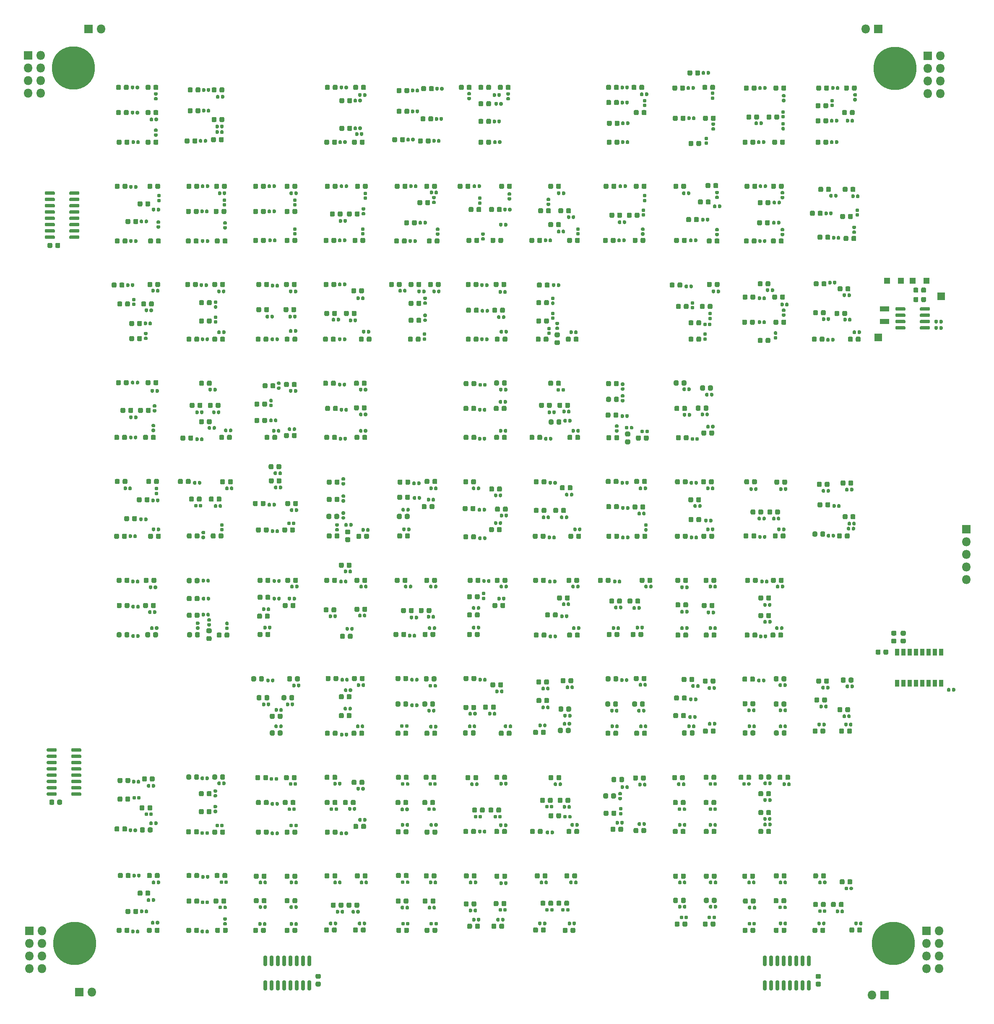
<source format=gbr>
%TF.GenerationSoftware,KiCad,Pcbnew,5.1.6-c6e7f7d~87~ubuntu18.04.1*%
%TF.CreationDate,2020-08-16T11:24:39+02:00*%
%TF.ProjectId,Elektronik,456c656b-7472-46f6-9e69-6b2e6b696361,rev?*%
%TF.SameCoordinates,Original*%
%TF.FileFunction,Soldermask,Top*%
%TF.FilePolarity,Negative*%
%FSLAX46Y46*%
G04 Gerber Fmt 4.6, Leading zero omitted, Abs format (unit mm)*
G04 Created by KiCad (PCBNEW 5.1.6-c6e7f7d~87~ubuntu18.04.1) date 2020-08-16 11:24:39*
%MOMM*%
%LPD*%
G01*
G04 APERTURE LIST*
%ADD10R,0.900000X1.400000*%
%ADD11O,1.800000X1.800000*%
%ADD12R,1.800000X1.800000*%
%ADD13R,1.900000X1.100000*%
%ADD14R,1.600000X1.600000*%
%ADD15R,1.200000X1.200000*%
%ADD16C,1.000000*%
%ADD17C,8.700000*%
G04 APERTURE END LIST*
%TO.C,R529*%
G36*
G01*
X227620000Y-155137500D02*
X227620000Y-154742500D01*
G75*
G02*
X227792500Y-154570000I172500J0D01*
G01*
X228137500Y-154570000D01*
G75*
G02*
X228310000Y-154742500I0J-172500D01*
G01*
X228310000Y-155137500D01*
G75*
G02*
X228137500Y-155310000I-172500J0D01*
G01*
X227792500Y-155310000D01*
G75*
G02*
X227620000Y-155137500I0J172500D01*
G01*
G37*
G36*
G01*
X226650000Y-155137500D02*
X226650000Y-154742500D01*
G75*
G02*
X226822500Y-154570000I172500J0D01*
G01*
X227167500Y-154570000D01*
G75*
G02*
X227340000Y-154742500I0J-172500D01*
G01*
X227340000Y-155137500D01*
G75*
G02*
X227167500Y-155310000I-172500J0D01*
G01*
X226822500Y-155310000D01*
G75*
G02*
X226650000Y-155137500I0J172500D01*
G01*
G37*
%TD*%
D10*
%TO.C,U6*%
X216530000Y-147345000D03*
X217810000Y-147345000D03*
X219070000Y-147345000D03*
X220340000Y-147345000D03*
X221620000Y-147345000D03*
X222890000Y-147345000D03*
X224150000Y-147345000D03*
X225430000Y-147345000D03*
X225430000Y-153645000D03*
X224150000Y-153645000D03*
X222890000Y-153645000D03*
X221620000Y-153645000D03*
X220340000Y-153645000D03*
X219070000Y-153645000D03*
X217810000Y-153645000D03*
X216530000Y-153645000D03*
%TD*%
D11*
%TO.C,J9*%
X55880000Y-21590000D03*
D12*
X53340000Y-21590000D03*
%TD*%
D11*
%TO.C,J8*%
X210185000Y-21590000D03*
D12*
X212725000Y-21590000D03*
%TD*%
D11*
%TO.C,J7*%
X211455000Y-216535000D03*
D12*
X213995000Y-216535000D03*
%TD*%
D11*
%TO.C,J6*%
X53975000Y-215900000D03*
D12*
X51435000Y-215900000D03*
%TD*%
D11*
%TO.C,J5*%
X230505000Y-132715000D03*
X230505000Y-130175000D03*
X230505000Y-127635000D03*
X230505000Y-125095000D03*
D12*
X230505000Y-122555000D03*
%TD*%
%TO.C,C9*%
G36*
G01*
X216181250Y-143997500D02*
X215618750Y-143997500D01*
G75*
G02*
X215375000Y-143753750I0J243750D01*
G01*
X215375000Y-143266250D01*
G75*
G02*
X215618750Y-143022500I243750J0D01*
G01*
X216181250Y-143022500D01*
G75*
G02*
X216425000Y-143266250I0J-243750D01*
G01*
X216425000Y-143753750D01*
G75*
G02*
X216181250Y-143997500I-243750J0D01*
G01*
G37*
G36*
G01*
X216181250Y-145572500D02*
X215618750Y-145572500D01*
G75*
G02*
X215375000Y-145328750I0J243750D01*
G01*
X215375000Y-144841250D01*
G75*
G02*
X215618750Y-144597500I243750J0D01*
G01*
X216181250Y-144597500D01*
G75*
G02*
X216425000Y-144841250I0J-243750D01*
G01*
X216425000Y-145328750D01*
G75*
G02*
X216181250Y-145572500I-243750J0D01*
G01*
G37*
%TD*%
%TO.C,C8*%
G36*
G01*
X218086250Y-143997500D02*
X217523750Y-143997500D01*
G75*
G02*
X217280000Y-143753750I0J243750D01*
G01*
X217280000Y-143266250D01*
G75*
G02*
X217523750Y-143022500I243750J0D01*
G01*
X218086250Y-143022500D01*
G75*
G02*
X218330000Y-143266250I0J-243750D01*
G01*
X218330000Y-143753750D01*
G75*
G02*
X218086250Y-143997500I-243750J0D01*
G01*
G37*
G36*
G01*
X218086250Y-145572500D02*
X217523750Y-145572500D01*
G75*
G02*
X217280000Y-145328750I0J243750D01*
G01*
X217280000Y-144841250D01*
G75*
G02*
X217523750Y-144597500I243750J0D01*
G01*
X218086250Y-144597500D01*
G75*
G02*
X218330000Y-144841250I0J-243750D01*
G01*
X218330000Y-145328750D01*
G75*
G02*
X218086250Y-145572500I-243750J0D01*
G01*
G37*
%TD*%
%TO.C,C7*%
G36*
G01*
X213212500Y-147038750D02*
X213212500Y-147601250D01*
G75*
G02*
X212968750Y-147845000I-243750J0D01*
G01*
X212481250Y-147845000D01*
G75*
G02*
X212237500Y-147601250I0J243750D01*
G01*
X212237500Y-147038750D01*
G75*
G02*
X212481250Y-146795000I243750J0D01*
G01*
X212968750Y-146795000D01*
G75*
G02*
X213212500Y-147038750I0J-243750D01*
G01*
G37*
G36*
G01*
X214787500Y-147038750D02*
X214787500Y-147601250D01*
G75*
G02*
X214543750Y-147845000I-243750J0D01*
G01*
X214056250Y-147845000D01*
G75*
G02*
X213812500Y-147601250I0J243750D01*
G01*
X213812500Y-147038750D01*
G75*
G02*
X214056250Y-146795000I243750J0D01*
G01*
X214543750Y-146795000D01*
G75*
G02*
X214787500Y-147038750I0J-243750D01*
G01*
G37*
%TD*%
%TO.C,C6*%
G36*
G01*
X220832500Y-74013750D02*
X220832500Y-74576250D01*
G75*
G02*
X220588750Y-74820000I-243750J0D01*
G01*
X220101250Y-74820000D01*
G75*
G02*
X219857500Y-74576250I0J243750D01*
G01*
X219857500Y-74013750D01*
G75*
G02*
X220101250Y-73770000I243750J0D01*
G01*
X220588750Y-73770000D01*
G75*
G02*
X220832500Y-74013750I0J-243750D01*
G01*
G37*
G36*
G01*
X222407500Y-74013750D02*
X222407500Y-74576250D01*
G75*
G02*
X222163750Y-74820000I-243750J0D01*
G01*
X221676250Y-74820000D01*
G75*
G02*
X221432500Y-74576250I0J243750D01*
G01*
X221432500Y-74013750D01*
G75*
G02*
X221676250Y-73770000I243750J0D01*
G01*
X222163750Y-73770000D01*
G75*
G02*
X222407500Y-74013750I0J-243750D01*
G01*
G37*
%TD*%
D13*
%TO.C,Y1*%
X213995000Y-80605000D03*
X213995000Y-78105000D03*
%TD*%
%TO.C,U5*%
G36*
G01*
X221160000Y-78280000D02*
X221160000Y-77930000D01*
G75*
G02*
X221335000Y-77755000I175000J0D01*
G01*
X223035000Y-77755000D01*
G75*
G02*
X223210000Y-77930000I0J-175000D01*
G01*
X223210000Y-78280000D01*
G75*
G02*
X223035000Y-78455000I-175000J0D01*
G01*
X221335000Y-78455000D01*
G75*
G02*
X221160000Y-78280000I0J175000D01*
G01*
G37*
G36*
G01*
X221160000Y-79550000D02*
X221160000Y-79200000D01*
G75*
G02*
X221335000Y-79025000I175000J0D01*
G01*
X223035000Y-79025000D01*
G75*
G02*
X223210000Y-79200000I0J-175000D01*
G01*
X223210000Y-79550000D01*
G75*
G02*
X223035000Y-79725000I-175000J0D01*
G01*
X221335000Y-79725000D01*
G75*
G02*
X221160000Y-79550000I0J175000D01*
G01*
G37*
G36*
G01*
X221160000Y-80820000D02*
X221160000Y-80470000D01*
G75*
G02*
X221335000Y-80295000I175000J0D01*
G01*
X223035000Y-80295000D01*
G75*
G02*
X223210000Y-80470000I0J-175000D01*
G01*
X223210000Y-80820000D01*
G75*
G02*
X223035000Y-80995000I-175000J0D01*
G01*
X221335000Y-80995000D01*
G75*
G02*
X221160000Y-80820000I0J175000D01*
G01*
G37*
G36*
G01*
X221160000Y-82090000D02*
X221160000Y-81740000D01*
G75*
G02*
X221335000Y-81565000I175000J0D01*
G01*
X223035000Y-81565000D01*
G75*
G02*
X223210000Y-81740000I0J-175000D01*
G01*
X223210000Y-82090000D01*
G75*
G02*
X223035000Y-82265000I-175000J0D01*
G01*
X221335000Y-82265000D01*
G75*
G02*
X221160000Y-82090000I0J175000D01*
G01*
G37*
G36*
G01*
X216210000Y-82090000D02*
X216210000Y-81740000D01*
G75*
G02*
X216385000Y-81565000I175000J0D01*
G01*
X218085000Y-81565000D01*
G75*
G02*
X218260000Y-81740000I0J-175000D01*
G01*
X218260000Y-82090000D01*
G75*
G02*
X218085000Y-82265000I-175000J0D01*
G01*
X216385000Y-82265000D01*
G75*
G02*
X216210000Y-82090000I0J175000D01*
G01*
G37*
G36*
G01*
X216210000Y-80820000D02*
X216210000Y-80470000D01*
G75*
G02*
X216385000Y-80295000I175000J0D01*
G01*
X218085000Y-80295000D01*
G75*
G02*
X218260000Y-80470000I0J-175000D01*
G01*
X218260000Y-80820000D01*
G75*
G02*
X218085000Y-80995000I-175000J0D01*
G01*
X216385000Y-80995000D01*
G75*
G02*
X216210000Y-80820000I0J175000D01*
G01*
G37*
G36*
G01*
X216210000Y-79550000D02*
X216210000Y-79200000D01*
G75*
G02*
X216385000Y-79025000I175000J0D01*
G01*
X218085000Y-79025000D01*
G75*
G02*
X218260000Y-79200000I0J-175000D01*
G01*
X218260000Y-79550000D01*
G75*
G02*
X218085000Y-79725000I-175000J0D01*
G01*
X216385000Y-79725000D01*
G75*
G02*
X216210000Y-79550000I0J175000D01*
G01*
G37*
G36*
G01*
X216210000Y-78280000D02*
X216210000Y-77930000D01*
G75*
G02*
X216385000Y-77755000I175000J0D01*
G01*
X218085000Y-77755000D01*
G75*
G02*
X218260000Y-77930000I0J-175000D01*
G01*
X218260000Y-78280000D01*
G75*
G02*
X218085000Y-78455000I-175000J0D01*
G01*
X216385000Y-78455000D01*
G75*
G02*
X216210000Y-78280000I0J175000D01*
G01*
G37*
%TD*%
D14*
%TO.C,TP2*%
X212725000Y-83820000D03*
%TD*%
%TO.C,TP1*%
X225425000Y-75565000D03*
%TD*%
%TO.C,R531*%
G36*
G01*
X225080000Y-82112500D02*
X225080000Y-81717500D01*
G75*
G02*
X225252500Y-81545000I172500J0D01*
G01*
X225597500Y-81545000D01*
G75*
G02*
X225770000Y-81717500I0J-172500D01*
G01*
X225770000Y-82112500D01*
G75*
G02*
X225597500Y-82285000I-172500J0D01*
G01*
X225252500Y-82285000D01*
G75*
G02*
X225080000Y-82112500I0J172500D01*
G01*
G37*
G36*
G01*
X224110000Y-82112500D02*
X224110000Y-81717500D01*
G75*
G02*
X224282500Y-81545000I172500J0D01*
G01*
X224627500Y-81545000D01*
G75*
G02*
X224800000Y-81717500I0J-172500D01*
G01*
X224800000Y-82112500D01*
G75*
G02*
X224627500Y-82285000I-172500J0D01*
G01*
X224282500Y-82285000D01*
G75*
G02*
X224110000Y-82112500I0J172500D01*
G01*
G37*
%TD*%
%TO.C,R530*%
G36*
G01*
X225080000Y-80842500D02*
X225080000Y-80447500D01*
G75*
G02*
X225252500Y-80275000I172500J0D01*
G01*
X225597500Y-80275000D01*
G75*
G02*
X225770000Y-80447500I0J-172500D01*
G01*
X225770000Y-80842500D01*
G75*
G02*
X225597500Y-81015000I-172500J0D01*
G01*
X225252500Y-81015000D01*
G75*
G02*
X225080000Y-80842500I0J172500D01*
G01*
G37*
G36*
G01*
X224110000Y-80842500D02*
X224110000Y-80447500D01*
G75*
G02*
X224282500Y-80275000I172500J0D01*
G01*
X224627500Y-80275000D01*
G75*
G02*
X224800000Y-80447500I0J-172500D01*
G01*
X224800000Y-80842500D01*
G75*
G02*
X224627500Y-81015000I-172500J0D01*
G01*
X224282500Y-81015000D01*
G75*
G02*
X224110000Y-80842500I0J172500D01*
G01*
G37*
%TD*%
D15*
%TO.C,D531*%
X214500000Y-72390000D03*
X217300000Y-72390000D03*
%TD*%
%TO.C,D530*%
X222510000Y-72390000D03*
X219710000Y-72390000D03*
%TD*%
%TO.C,C5*%
G36*
G01*
X220832500Y-75918750D02*
X220832500Y-76481250D01*
G75*
G02*
X220588750Y-76725000I-243750J0D01*
G01*
X220101250Y-76725000D01*
G75*
G02*
X219857500Y-76481250I0J243750D01*
G01*
X219857500Y-75918750D01*
G75*
G02*
X220101250Y-75675000I243750J0D01*
G01*
X220588750Y-75675000D01*
G75*
G02*
X220832500Y-75918750I0J-243750D01*
G01*
G37*
G36*
G01*
X222407500Y-75918750D02*
X222407500Y-76481250D01*
G75*
G02*
X222163750Y-76725000I-243750J0D01*
G01*
X221676250Y-76725000D01*
G75*
G02*
X221432500Y-76481250I0J243750D01*
G01*
X221432500Y-75918750D01*
G75*
G02*
X221676250Y-75675000I243750J0D01*
G01*
X222163750Y-75675000D01*
G75*
G02*
X222407500Y-75918750I0J-243750D01*
G01*
G37*
%TD*%
%TO.C,R408*%
G36*
G01*
X206855500Y-162122500D02*
X206855500Y-161727500D01*
G75*
G02*
X207028000Y-161555000I172500J0D01*
G01*
X207373000Y-161555000D01*
G75*
G02*
X207545500Y-161727500I0J-172500D01*
G01*
X207545500Y-162122500D01*
G75*
G02*
X207373000Y-162295000I-172500J0D01*
G01*
X207028000Y-162295000D01*
G75*
G02*
X206855500Y-162122500I0J172500D01*
G01*
G37*
G36*
G01*
X205885500Y-162122500D02*
X205885500Y-161727500D01*
G75*
G02*
X206058000Y-161555000I172500J0D01*
G01*
X206403000Y-161555000D01*
G75*
G02*
X206575500Y-161727500I0J-172500D01*
G01*
X206575500Y-162122500D01*
G75*
G02*
X206403000Y-162295000I-172500J0D01*
G01*
X206058000Y-162295000D01*
G75*
G02*
X205885500Y-162122500I0J172500D01*
G01*
G37*
%TD*%
%TO.C,R407*%
G36*
G01*
X206515000Y-160471500D02*
X206515000Y-160076500D01*
G75*
G02*
X206687500Y-159904000I172500J0D01*
G01*
X207032500Y-159904000D01*
G75*
G02*
X207205000Y-160076500I0J-172500D01*
G01*
X207205000Y-160471500D01*
G75*
G02*
X207032500Y-160644000I-172500J0D01*
G01*
X206687500Y-160644000D01*
G75*
G02*
X206515000Y-160471500I0J172500D01*
G01*
G37*
G36*
G01*
X205545000Y-160471500D02*
X205545000Y-160076500D01*
G75*
G02*
X205717500Y-159904000I172500J0D01*
G01*
X206062500Y-159904000D01*
G75*
G02*
X206235000Y-160076500I0J-172500D01*
G01*
X206235000Y-160471500D01*
G75*
G02*
X206062500Y-160644000I-172500J0D01*
G01*
X205717500Y-160644000D01*
G75*
G02*
X205545000Y-160471500I0J172500D01*
G01*
G37*
%TD*%
%TO.C,R406*%
G36*
G01*
X201458000Y-162122500D02*
X201458000Y-161727500D01*
G75*
G02*
X201630500Y-161555000I172500J0D01*
G01*
X201975500Y-161555000D01*
G75*
G02*
X202148000Y-161727500I0J-172500D01*
G01*
X202148000Y-162122500D01*
G75*
G02*
X201975500Y-162295000I-172500J0D01*
G01*
X201630500Y-162295000D01*
G75*
G02*
X201458000Y-162122500I0J172500D01*
G01*
G37*
G36*
G01*
X200488000Y-162122500D02*
X200488000Y-161727500D01*
G75*
G02*
X200660500Y-161555000I172500J0D01*
G01*
X201005500Y-161555000D01*
G75*
G02*
X201178000Y-161727500I0J-172500D01*
G01*
X201178000Y-162122500D01*
G75*
G02*
X201005500Y-162295000I-172500J0D01*
G01*
X200660500Y-162295000D01*
G75*
G02*
X200488000Y-162122500I0J172500D01*
G01*
G37*
%TD*%
%TO.C,R405*%
G36*
G01*
X207150000Y-154439000D02*
X207150000Y-154044000D01*
G75*
G02*
X207322500Y-153871500I172500J0D01*
G01*
X207667500Y-153871500D01*
G75*
G02*
X207840000Y-154044000I0J-172500D01*
G01*
X207840000Y-154439000D01*
G75*
G02*
X207667500Y-154611500I-172500J0D01*
G01*
X207322500Y-154611500D01*
G75*
G02*
X207150000Y-154439000I0J172500D01*
G01*
G37*
G36*
G01*
X206180000Y-154439000D02*
X206180000Y-154044000D01*
G75*
G02*
X206352500Y-153871500I172500J0D01*
G01*
X206697500Y-153871500D01*
G75*
G02*
X206870000Y-154044000I0J-172500D01*
G01*
X206870000Y-154439000D01*
G75*
G02*
X206697500Y-154611500I-172500J0D01*
G01*
X206352500Y-154611500D01*
G75*
G02*
X206180000Y-154439000I0J172500D01*
G01*
G37*
%TD*%
%TO.C,R404*%
G36*
G01*
X201856500Y-158503000D02*
X201856500Y-158108000D01*
G75*
G02*
X202029000Y-157935500I172500J0D01*
G01*
X202374000Y-157935500D01*
G75*
G02*
X202546500Y-158108000I0J-172500D01*
G01*
X202546500Y-158503000D01*
G75*
G02*
X202374000Y-158675500I-172500J0D01*
G01*
X202029000Y-158675500D01*
G75*
G02*
X201856500Y-158503000I0J172500D01*
G01*
G37*
G36*
G01*
X200886500Y-158503000D02*
X200886500Y-158108000D01*
G75*
G02*
X201059000Y-157935500I172500J0D01*
G01*
X201404000Y-157935500D01*
G75*
G02*
X201576500Y-158108000I0J-172500D01*
G01*
X201576500Y-158503000D01*
G75*
G02*
X201404000Y-158675500I-172500J0D01*
G01*
X201059000Y-158675500D01*
G75*
G02*
X200886500Y-158503000I0J172500D01*
G01*
G37*
%TD*%
%TO.C,R403*%
G36*
G01*
X202220000Y-154693000D02*
X202220000Y-154298000D01*
G75*
G02*
X202392500Y-154125500I172500J0D01*
G01*
X202737500Y-154125500D01*
G75*
G02*
X202910000Y-154298000I0J-172500D01*
G01*
X202910000Y-154693000D01*
G75*
G02*
X202737500Y-154865500I-172500J0D01*
G01*
X202392500Y-154865500D01*
G75*
G02*
X202220000Y-154693000I0J172500D01*
G01*
G37*
G36*
G01*
X201250000Y-154693000D02*
X201250000Y-154298000D01*
G75*
G02*
X201422500Y-154125500I172500J0D01*
G01*
X201767500Y-154125500D01*
G75*
G02*
X201940000Y-154298000I0J-172500D01*
G01*
X201940000Y-154693000D01*
G75*
G02*
X201767500Y-154865500I-172500J0D01*
G01*
X201422500Y-154865500D01*
G75*
G02*
X201250000Y-154693000I0J172500D01*
G01*
G37*
%TD*%
%TO.C,D408*%
G36*
G01*
X206459000Y-163539750D02*
X206459000Y-162977250D01*
G75*
G02*
X206702750Y-162733500I243750J0D01*
G01*
X207190250Y-162733500D01*
G75*
G02*
X207434000Y-162977250I0J-243750D01*
G01*
X207434000Y-163539750D01*
G75*
G02*
X207190250Y-163783500I-243750J0D01*
G01*
X206702750Y-163783500D01*
G75*
G02*
X206459000Y-163539750I0J243750D01*
G01*
G37*
G36*
G01*
X204884000Y-163539750D02*
X204884000Y-162977250D01*
G75*
G02*
X205127750Y-162733500I243750J0D01*
G01*
X205615250Y-162733500D01*
G75*
G02*
X205859000Y-162977250I0J-243750D01*
G01*
X205859000Y-163539750D01*
G75*
G02*
X205615250Y-163783500I-243750J0D01*
G01*
X205127750Y-163783500D01*
G75*
G02*
X204884000Y-163539750I0J243750D01*
G01*
G37*
%TD*%
%TO.C,D407*%
G36*
G01*
X206103500Y-159221750D02*
X206103500Y-158659250D01*
G75*
G02*
X206347250Y-158415500I243750J0D01*
G01*
X206834750Y-158415500D01*
G75*
G02*
X207078500Y-158659250I0J-243750D01*
G01*
X207078500Y-159221750D01*
G75*
G02*
X206834750Y-159465500I-243750J0D01*
G01*
X206347250Y-159465500D01*
G75*
G02*
X206103500Y-159221750I0J243750D01*
G01*
G37*
G36*
G01*
X204528500Y-159221750D02*
X204528500Y-158659250D01*
G75*
G02*
X204772250Y-158415500I243750J0D01*
G01*
X205259750Y-158415500D01*
G75*
G02*
X205503500Y-158659250I0J-243750D01*
G01*
X205503500Y-159221750D01*
G75*
G02*
X205259750Y-159465500I-243750J0D01*
G01*
X204772250Y-159465500D01*
G75*
G02*
X204528500Y-159221750I0J243750D01*
G01*
G37*
%TD*%
%TO.C,D406*%
G36*
G01*
X201087000Y-163539750D02*
X201087000Y-162977250D01*
G75*
G02*
X201330750Y-162733500I243750J0D01*
G01*
X201818250Y-162733500D01*
G75*
G02*
X202062000Y-162977250I0J-243750D01*
G01*
X202062000Y-163539750D01*
G75*
G02*
X201818250Y-163783500I-243750J0D01*
G01*
X201330750Y-163783500D01*
G75*
G02*
X201087000Y-163539750I0J243750D01*
G01*
G37*
G36*
G01*
X199512000Y-163539750D02*
X199512000Y-162977250D01*
G75*
G02*
X199755750Y-162733500I243750J0D01*
G01*
X200243250Y-162733500D01*
G75*
G02*
X200487000Y-162977250I0J-243750D01*
G01*
X200487000Y-163539750D01*
G75*
G02*
X200243250Y-163783500I-243750J0D01*
G01*
X199755750Y-163783500D01*
G75*
G02*
X199512000Y-163539750I0J243750D01*
G01*
G37*
%TD*%
%TO.C,D405*%
G36*
G01*
X206776500Y-153252750D02*
X206776500Y-152690250D01*
G75*
G02*
X207020250Y-152446500I243750J0D01*
G01*
X207507750Y-152446500D01*
G75*
G02*
X207751500Y-152690250I0J-243750D01*
G01*
X207751500Y-153252750D01*
G75*
G02*
X207507750Y-153496500I-243750J0D01*
G01*
X207020250Y-153496500D01*
G75*
G02*
X206776500Y-153252750I0J243750D01*
G01*
G37*
G36*
G01*
X205201500Y-153252750D02*
X205201500Y-152690250D01*
G75*
G02*
X205445250Y-152446500I243750J0D01*
G01*
X205932750Y-152446500D01*
G75*
G02*
X206176500Y-152690250I0J-243750D01*
G01*
X206176500Y-153252750D01*
G75*
G02*
X205932750Y-153496500I-243750J0D01*
G01*
X205445250Y-153496500D01*
G75*
G02*
X205201500Y-153252750I0J243750D01*
G01*
G37*
%TD*%
%TO.C,D404*%
G36*
G01*
X201442500Y-157253250D02*
X201442500Y-156690750D01*
G75*
G02*
X201686250Y-156447000I243750J0D01*
G01*
X202173750Y-156447000D01*
G75*
G02*
X202417500Y-156690750I0J-243750D01*
G01*
X202417500Y-157253250D01*
G75*
G02*
X202173750Y-157497000I-243750J0D01*
G01*
X201686250Y-157497000D01*
G75*
G02*
X201442500Y-157253250I0J243750D01*
G01*
G37*
G36*
G01*
X199867500Y-157253250D02*
X199867500Y-156690750D01*
G75*
G02*
X200111250Y-156447000I243750J0D01*
G01*
X200598750Y-156447000D01*
G75*
G02*
X200842500Y-156690750I0J-243750D01*
G01*
X200842500Y-157253250D01*
G75*
G02*
X200598750Y-157497000I-243750J0D01*
G01*
X200111250Y-157497000D01*
G75*
G02*
X199867500Y-157253250I0J243750D01*
G01*
G37*
%TD*%
%TO.C,D403*%
G36*
G01*
X201823500Y-153443250D02*
X201823500Y-152880750D01*
G75*
G02*
X202067250Y-152637000I243750J0D01*
G01*
X202554750Y-152637000D01*
G75*
G02*
X202798500Y-152880750I0J-243750D01*
G01*
X202798500Y-153443250D01*
G75*
G02*
X202554750Y-153687000I-243750J0D01*
G01*
X202067250Y-153687000D01*
G75*
G02*
X201823500Y-153443250I0J243750D01*
G01*
G37*
G36*
G01*
X200248500Y-153443250D02*
X200248500Y-152880750D01*
G75*
G02*
X200492250Y-152637000I243750J0D01*
G01*
X200979750Y-152637000D01*
G75*
G02*
X201223500Y-152880750I0J-243750D01*
G01*
X201223500Y-153443250D01*
G75*
G02*
X200979750Y-153687000I-243750J0D01*
G01*
X200492250Y-153687000D01*
G75*
G02*
X200248500Y-153443250I0J243750D01*
G01*
G37*
%TD*%
%TO.C,R528*%
G36*
G01*
X204861000Y-199446500D02*
X204861000Y-199841500D01*
G75*
G02*
X204688500Y-200014000I-172500J0D01*
G01*
X204343500Y-200014000D01*
G75*
G02*
X204171000Y-199841500I0J172500D01*
G01*
X204171000Y-199446500D01*
G75*
G02*
X204343500Y-199274000I172500J0D01*
G01*
X204688500Y-199274000D01*
G75*
G02*
X204861000Y-199446500I0J-172500D01*
G01*
G37*
G36*
G01*
X205831000Y-199446500D02*
X205831000Y-199841500D01*
G75*
G02*
X205658500Y-200014000I-172500J0D01*
G01*
X205313500Y-200014000D01*
G75*
G02*
X205141000Y-199841500I0J172500D01*
G01*
X205141000Y-199446500D01*
G75*
G02*
X205313500Y-199274000I172500J0D01*
G01*
X205658500Y-199274000D01*
G75*
G02*
X205831000Y-199446500I0J-172500D01*
G01*
G37*
%TD*%
%TO.C,R527*%
G36*
G01*
X208607500Y-201859500D02*
X208607500Y-202254500D01*
G75*
G02*
X208435000Y-202427000I-172500J0D01*
G01*
X208090000Y-202427000D01*
G75*
G02*
X207917500Y-202254500I0J172500D01*
G01*
X207917500Y-201859500D01*
G75*
G02*
X208090000Y-201687000I172500J0D01*
G01*
X208435000Y-201687000D01*
G75*
G02*
X208607500Y-201859500I0J-172500D01*
G01*
G37*
G36*
G01*
X209577500Y-201859500D02*
X209577500Y-202254500D01*
G75*
G02*
X209405000Y-202427000I-172500J0D01*
G01*
X209060000Y-202427000D01*
G75*
G02*
X208887500Y-202254500I0J172500D01*
G01*
X208887500Y-201859500D01*
G75*
G02*
X209060000Y-201687000I172500J0D01*
G01*
X209405000Y-201687000D01*
G75*
G02*
X209577500Y-201859500I0J-172500D01*
G01*
G37*
%TD*%
%TO.C,R526*%
G36*
G01*
X201155000Y-201859500D02*
X201155000Y-202254500D01*
G75*
G02*
X200982500Y-202427000I-172500J0D01*
G01*
X200637500Y-202427000D01*
G75*
G02*
X200465000Y-202254500I0J172500D01*
G01*
X200465000Y-201859500D01*
G75*
G02*
X200637500Y-201687000I172500J0D01*
G01*
X200982500Y-201687000D01*
G75*
G02*
X201155000Y-201859500I0J-172500D01*
G01*
G37*
G36*
G01*
X202125000Y-201859500D02*
X202125000Y-202254500D01*
G75*
G02*
X201952500Y-202427000I-172500J0D01*
G01*
X201607500Y-202427000D01*
G75*
G02*
X201435000Y-202254500I0J172500D01*
G01*
X201435000Y-201859500D01*
G75*
G02*
X201607500Y-201687000I172500J0D01*
G01*
X201952500Y-201687000D01*
G75*
G02*
X202125000Y-201859500I0J-172500D01*
G01*
G37*
%TD*%
%TO.C,R525*%
G36*
G01*
X206679500Y-194811000D02*
X206679500Y-195206000D01*
G75*
G02*
X206507000Y-195378500I-172500J0D01*
G01*
X206162000Y-195378500D01*
G75*
G02*
X205989500Y-195206000I0J172500D01*
G01*
X205989500Y-194811000D01*
G75*
G02*
X206162000Y-194638500I172500J0D01*
G01*
X206507000Y-194638500D01*
G75*
G02*
X206679500Y-194811000I0J-172500D01*
G01*
G37*
G36*
G01*
X207649500Y-194811000D02*
X207649500Y-195206000D01*
G75*
G02*
X207477000Y-195378500I-172500J0D01*
G01*
X207132000Y-195378500D01*
G75*
G02*
X206959500Y-195206000I0J172500D01*
G01*
X206959500Y-194811000D01*
G75*
G02*
X207132000Y-194638500I172500J0D01*
G01*
X207477000Y-194638500D01*
G75*
G02*
X207649500Y-194811000I0J-172500D01*
G01*
G37*
%TD*%
%TO.C,R524*%
G36*
G01*
X201305000Y-199383000D02*
X201305000Y-199778000D01*
G75*
G02*
X201132500Y-199950500I-172500J0D01*
G01*
X200787500Y-199950500D01*
G75*
G02*
X200615000Y-199778000I0J172500D01*
G01*
X200615000Y-199383000D01*
G75*
G02*
X200787500Y-199210500I172500J0D01*
G01*
X201132500Y-199210500D01*
G75*
G02*
X201305000Y-199383000I0J-172500D01*
G01*
G37*
G36*
G01*
X202275000Y-199383000D02*
X202275000Y-199778000D01*
G75*
G02*
X202102500Y-199950500I-172500J0D01*
G01*
X201757500Y-199950500D01*
G75*
G02*
X201585000Y-199778000I0J172500D01*
G01*
X201585000Y-199383000D01*
G75*
G02*
X201757500Y-199210500I172500J0D01*
G01*
X202102500Y-199210500D01*
G75*
G02*
X202275000Y-199383000I0J-172500D01*
G01*
G37*
%TD*%
%TO.C,R523*%
G36*
G01*
X201345500Y-193604500D02*
X201345500Y-193999500D01*
G75*
G02*
X201173000Y-194172000I-172500J0D01*
G01*
X200828000Y-194172000D01*
G75*
G02*
X200655500Y-193999500I0J172500D01*
G01*
X200655500Y-193604500D01*
G75*
G02*
X200828000Y-193432000I172500J0D01*
G01*
X201173000Y-193432000D01*
G75*
G02*
X201345500Y-193604500I0J-172500D01*
G01*
G37*
G36*
G01*
X202315500Y-193604500D02*
X202315500Y-193999500D01*
G75*
G02*
X202143000Y-194172000I-172500J0D01*
G01*
X201798000Y-194172000D01*
G75*
G02*
X201625500Y-193999500I0J172500D01*
G01*
X201625500Y-193604500D01*
G75*
G02*
X201798000Y-193432000I172500J0D01*
G01*
X202143000Y-193432000D01*
G75*
G02*
X202315500Y-193604500I0J-172500D01*
G01*
G37*
%TD*%
%TO.C,R522*%
G36*
G01*
X193304000Y-198621000D02*
X193304000Y-199016000D01*
G75*
G02*
X193131500Y-199188500I-172500J0D01*
G01*
X192786500Y-199188500D01*
G75*
G02*
X192614000Y-199016000I0J172500D01*
G01*
X192614000Y-198621000D01*
G75*
G02*
X192786500Y-198448500I172500J0D01*
G01*
X193131500Y-198448500D01*
G75*
G02*
X193304000Y-198621000I0J-172500D01*
G01*
G37*
G36*
G01*
X194274000Y-198621000D02*
X194274000Y-199016000D01*
G75*
G02*
X194101500Y-199188500I-172500J0D01*
G01*
X193756500Y-199188500D01*
G75*
G02*
X193584000Y-199016000I0J172500D01*
G01*
X193584000Y-198621000D01*
G75*
G02*
X193756500Y-198448500I172500J0D01*
G01*
X194101500Y-198448500D01*
G75*
G02*
X194274000Y-198621000I0J-172500D01*
G01*
G37*
%TD*%
%TO.C,R521*%
G36*
G01*
X193367500Y-201859500D02*
X193367500Y-202254500D01*
G75*
G02*
X193195000Y-202427000I-172500J0D01*
G01*
X192850000Y-202427000D01*
G75*
G02*
X192677500Y-202254500I0J172500D01*
G01*
X192677500Y-201859500D01*
G75*
G02*
X192850000Y-201687000I172500J0D01*
G01*
X193195000Y-201687000D01*
G75*
G02*
X193367500Y-201859500I0J-172500D01*
G01*
G37*
G36*
G01*
X194337500Y-201859500D02*
X194337500Y-202254500D01*
G75*
G02*
X194165000Y-202427000I-172500J0D01*
G01*
X193820000Y-202427000D01*
G75*
G02*
X193647500Y-202254500I0J172500D01*
G01*
X193647500Y-201859500D01*
G75*
G02*
X193820000Y-201687000I172500J0D01*
G01*
X194165000Y-201687000D01*
G75*
G02*
X194337500Y-201859500I0J-172500D01*
G01*
G37*
%TD*%
%TO.C,R520*%
G36*
G01*
X187081000Y-201923000D02*
X187081000Y-202318000D01*
G75*
G02*
X186908500Y-202490500I-172500J0D01*
G01*
X186563500Y-202490500D01*
G75*
G02*
X186391000Y-202318000I0J172500D01*
G01*
X186391000Y-201923000D01*
G75*
G02*
X186563500Y-201750500I172500J0D01*
G01*
X186908500Y-201750500D01*
G75*
G02*
X187081000Y-201923000I0J-172500D01*
G01*
G37*
G36*
G01*
X188051000Y-201923000D02*
X188051000Y-202318000D01*
G75*
G02*
X187878500Y-202490500I-172500J0D01*
G01*
X187533500Y-202490500D01*
G75*
G02*
X187361000Y-202318000I0J172500D01*
G01*
X187361000Y-201923000D01*
G75*
G02*
X187533500Y-201750500I172500J0D01*
G01*
X187878500Y-201750500D01*
G75*
G02*
X188051000Y-201923000I0J-172500D01*
G01*
G37*
%TD*%
%TO.C,R519*%
G36*
G01*
X193367500Y-193604500D02*
X193367500Y-193999500D01*
G75*
G02*
X193195000Y-194172000I-172500J0D01*
G01*
X192850000Y-194172000D01*
G75*
G02*
X192677500Y-193999500I0J172500D01*
G01*
X192677500Y-193604500D01*
G75*
G02*
X192850000Y-193432000I172500J0D01*
G01*
X193195000Y-193432000D01*
G75*
G02*
X193367500Y-193604500I0J-172500D01*
G01*
G37*
G36*
G01*
X194337500Y-193604500D02*
X194337500Y-193999500D01*
G75*
G02*
X194165000Y-194172000I-172500J0D01*
G01*
X193820000Y-194172000D01*
G75*
G02*
X193647500Y-193999500I0J172500D01*
G01*
X193647500Y-193604500D01*
G75*
G02*
X193820000Y-193432000I172500J0D01*
G01*
X194165000Y-193432000D01*
G75*
G02*
X194337500Y-193604500I0J-172500D01*
G01*
G37*
%TD*%
%TO.C,R518*%
G36*
G01*
X187144500Y-198684500D02*
X187144500Y-199079500D01*
G75*
G02*
X186972000Y-199252000I-172500J0D01*
G01*
X186627000Y-199252000D01*
G75*
G02*
X186454500Y-199079500I0J172500D01*
G01*
X186454500Y-198684500D01*
G75*
G02*
X186627000Y-198512000I172500J0D01*
G01*
X186972000Y-198512000D01*
G75*
G02*
X187144500Y-198684500I0J-172500D01*
G01*
G37*
G36*
G01*
X188114500Y-198684500D02*
X188114500Y-199079500D01*
G75*
G02*
X187942000Y-199252000I-172500J0D01*
G01*
X187597000Y-199252000D01*
G75*
G02*
X187424500Y-199079500I0J172500D01*
G01*
X187424500Y-198684500D01*
G75*
G02*
X187597000Y-198512000I172500J0D01*
G01*
X187942000Y-198512000D01*
G75*
G02*
X188114500Y-198684500I0J-172500D01*
G01*
G37*
%TD*%
%TO.C,R517*%
G36*
G01*
X187017500Y-193604500D02*
X187017500Y-193999500D01*
G75*
G02*
X186845000Y-194172000I-172500J0D01*
G01*
X186500000Y-194172000D01*
G75*
G02*
X186327500Y-193999500I0J172500D01*
G01*
X186327500Y-193604500D01*
G75*
G02*
X186500000Y-193432000I172500J0D01*
G01*
X186845000Y-193432000D01*
G75*
G02*
X187017500Y-193604500I0J-172500D01*
G01*
G37*
G36*
G01*
X187987500Y-193604500D02*
X187987500Y-193999500D01*
G75*
G02*
X187815000Y-194172000I-172500J0D01*
G01*
X187470000Y-194172000D01*
G75*
G02*
X187297500Y-193999500I0J172500D01*
G01*
X187297500Y-193604500D01*
G75*
G02*
X187470000Y-193432000I172500J0D01*
G01*
X187815000Y-193432000D01*
G75*
G02*
X187987500Y-193604500I0J-172500D01*
G01*
G37*
%TD*%
%TO.C,R516*%
G36*
G01*
X179016500Y-200653000D02*
X179016500Y-201048000D01*
G75*
G02*
X178844000Y-201220500I-172500J0D01*
G01*
X178499000Y-201220500D01*
G75*
G02*
X178326500Y-201048000I0J172500D01*
G01*
X178326500Y-200653000D01*
G75*
G02*
X178499000Y-200480500I172500J0D01*
G01*
X178844000Y-200480500D01*
G75*
G02*
X179016500Y-200653000I0J-172500D01*
G01*
G37*
G36*
G01*
X179986500Y-200653000D02*
X179986500Y-201048000D01*
G75*
G02*
X179814000Y-201220500I-172500J0D01*
G01*
X179469000Y-201220500D01*
G75*
G02*
X179296500Y-201048000I0J172500D01*
G01*
X179296500Y-200653000D01*
G75*
G02*
X179469000Y-200480500I172500J0D01*
G01*
X179814000Y-200480500D01*
G75*
G02*
X179986500Y-200653000I0J-172500D01*
G01*
G37*
%TD*%
%TO.C,R515*%
G36*
G01*
X173047500Y-193604500D02*
X173047500Y-193999500D01*
G75*
G02*
X172875000Y-194172000I-172500J0D01*
G01*
X172530000Y-194172000D01*
G75*
G02*
X172357500Y-193999500I0J172500D01*
G01*
X172357500Y-193604500D01*
G75*
G02*
X172530000Y-193432000I172500J0D01*
G01*
X172875000Y-193432000D01*
G75*
G02*
X173047500Y-193604500I0J-172500D01*
G01*
G37*
G36*
G01*
X174017500Y-193604500D02*
X174017500Y-193999500D01*
G75*
G02*
X173845000Y-194172000I-172500J0D01*
G01*
X173500000Y-194172000D01*
G75*
G02*
X173327500Y-193999500I0J172500D01*
G01*
X173327500Y-193604500D01*
G75*
G02*
X173500000Y-193432000I172500J0D01*
G01*
X173845000Y-193432000D01*
G75*
G02*
X174017500Y-193604500I0J-172500D01*
G01*
G37*
%TD*%
%TO.C,R514*%
G36*
G01*
X173365000Y-200653000D02*
X173365000Y-201048000D01*
G75*
G02*
X173192500Y-201220500I-172500J0D01*
G01*
X172847500Y-201220500D01*
G75*
G02*
X172675000Y-201048000I0J172500D01*
G01*
X172675000Y-200653000D01*
G75*
G02*
X172847500Y-200480500I172500J0D01*
G01*
X173192500Y-200480500D01*
G75*
G02*
X173365000Y-200653000I0J-172500D01*
G01*
G37*
G36*
G01*
X174335000Y-200653000D02*
X174335000Y-201048000D01*
G75*
G02*
X174162500Y-201220500I-172500J0D01*
G01*
X173817500Y-201220500D01*
G75*
G02*
X173645000Y-201048000I0J172500D01*
G01*
X173645000Y-200653000D01*
G75*
G02*
X173817500Y-200480500I172500J0D01*
G01*
X174162500Y-200480500D01*
G75*
G02*
X174335000Y-200653000I0J-172500D01*
G01*
G37*
%TD*%
%TO.C,R513*%
G36*
G01*
X179270500Y-193604500D02*
X179270500Y-193999500D01*
G75*
G02*
X179098000Y-194172000I-172500J0D01*
G01*
X178753000Y-194172000D01*
G75*
G02*
X178580500Y-193999500I0J172500D01*
G01*
X178580500Y-193604500D01*
G75*
G02*
X178753000Y-193432000I172500J0D01*
G01*
X179098000Y-193432000D01*
G75*
G02*
X179270500Y-193604500I0J-172500D01*
G01*
G37*
G36*
G01*
X180240500Y-193604500D02*
X180240500Y-193999500D01*
G75*
G02*
X180068000Y-194172000I-172500J0D01*
G01*
X179723000Y-194172000D01*
G75*
G02*
X179550500Y-193999500I0J172500D01*
G01*
X179550500Y-193604500D01*
G75*
G02*
X179723000Y-193432000I172500J0D01*
G01*
X180068000Y-193432000D01*
G75*
G02*
X180240500Y-193604500I0J-172500D01*
G01*
G37*
%TD*%
%TO.C,R512*%
G36*
G01*
X173047500Y-198494000D02*
X173047500Y-198889000D01*
G75*
G02*
X172875000Y-199061500I-172500J0D01*
G01*
X172530000Y-199061500D01*
G75*
G02*
X172357500Y-198889000I0J172500D01*
G01*
X172357500Y-198494000D01*
G75*
G02*
X172530000Y-198321500I172500J0D01*
G01*
X172875000Y-198321500D01*
G75*
G02*
X173047500Y-198494000I0J-172500D01*
G01*
G37*
G36*
G01*
X174017500Y-198494000D02*
X174017500Y-198889000D01*
G75*
G02*
X173845000Y-199061500I-172500J0D01*
G01*
X173500000Y-199061500D01*
G75*
G02*
X173327500Y-198889000I0J172500D01*
G01*
X173327500Y-198494000D01*
G75*
G02*
X173500000Y-198321500I172500J0D01*
G01*
X173845000Y-198321500D01*
G75*
G02*
X174017500Y-198494000I0J-172500D01*
G01*
G37*
%TD*%
%TO.C,R511*%
G36*
G01*
X179270500Y-198494000D02*
X179270500Y-198889000D01*
G75*
G02*
X179098000Y-199061500I-172500J0D01*
G01*
X178753000Y-199061500D01*
G75*
G02*
X178580500Y-198889000I0J172500D01*
G01*
X178580500Y-198494000D01*
G75*
G02*
X178753000Y-198321500I172500J0D01*
G01*
X179098000Y-198321500D01*
G75*
G02*
X179270500Y-198494000I0J-172500D01*
G01*
G37*
G36*
G01*
X180240500Y-198494000D02*
X180240500Y-198889000D01*
G75*
G02*
X180068000Y-199061500I-172500J0D01*
G01*
X179723000Y-199061500D01*
G75*
G02*
X179550500Y-198889000I0J172500D01*
G01*
X179550500Y-198494000D01*
G75*
G02*
X179723000Y-198321500I172500J0D01*
G01*
X180068000Y-198321500D01*
G75*
G02*
X180240500Y-198494000I0J-172500D01*
G01*
G37*
%TD*%
%TO.C,R510*%
G36*
G01*
X151076500Y-193604500D02*
X151076500Y-193999500D01*
G75*
G02*
X150904000Y-194172000I-172500J0D01*
G01*
X150559000Y-194172000D01*
G75*
G02*
X150386500Y-193999500I0J172500D01*
G01*
X150386500Y-193604500D01*
G75*
G02*
X150559000Y-193432000I172500J0D01*
G01*
X150904000Y-193432000D01*
G75*
G02*
X151076500Y-193604500I0J-172500D01*
G01*
G37*
G36*
G01*
X152046500Y-193604500D02*
X152046500Y-193999500D01*
G75*
G02*
X151874000Y-194172000I-172500J0D01*
G01*
X151529000Y-194172000D01*
G75*
G02*
X151356500Y-193999500I0J172500D01*
G01*
X151356500Y-193604500D01*
G75*
G02*
X151529000Y-193432000I172500J0D01*
G01*
X151874000Y-193432000D01*
G75*
G02*
X152046500Y-193604500I0J-172500D01*
G01*
G37*
%TD*%
%TO.C,R509*%
G36*
G01*
X144790000Y-201859500D02*
X144790000Y-202254500D01*
G75*
G02*
X144617500Y-202427000I-172500J0D01*
G01*
X144272500Y-202427000D01*
G75*
G02*
X144100000Y-202254500I0J172500D01*
G01*
X144100000Y-201859500D01*
G75*
G02*
X144272500Y-201687000I172500J0D01*
G01*
X144617500Y-201687000D01*
G75*
G02*
X144790000Y-201859500I0J-172500D01*
G01*
G37*
G36*
G01*
X145760000Y-201859500D02*
X145760000Y-202254500D01*
G75*
G02*
X145587500Y-202427000I-172500J0D01*
G01*
X145242500Y-202427000D01*
G75*
G02*
X145070000Y-202254500I0J172500D01*
G01*
X145070000Y-201859500D01*
G75*
G02*
X145242500Y-201687000I172500J0D01*
G01*
X145587500Y-201687000D01*
G75*
G02*
X145760000Y-201859500I0J-172500D01*
G01*
G37*
%TD*%
%TO.C,R508*%
G36*
G01*
X149466000Y-199129000D02*
X149466000Y-199524000D01*
G75*
G02*
X149293500Y-199696500I-172500J0D01*
G01*
X148948500Y-199696500D01*
G75*
G02*
X148776000Y-199524000I0J172500D01*
G01*
X148776000Y-199129000D01*
G75*
G02*
X148948500Y-198956500I172500J0D01*
G01*
X149293500Y-198956500D01*
G75*
G02*
X149466000Y-199129000I0J-172500D01*
G01*
G37*
G36*
G01*
X150436000Y-199129000D02*
X150436000Y-199524000D01*
G75*
G02*
X150263500Y-199696500I-172500J0D01*
G01*
X149918500Y-199696500D01*
G75*
G02*
X149746000Y-199524000I0J172500D01*
G01*
X149746000Y-199129000D01*
G75*
G02*
X149918500Y-198956500I172500J0D01*
G01*
X150263500Y-198956500D01*
G75*
G02*
X150436000Y-199129000I0J-172500D01*
G01*
G37*
%TD*%
%TO.C,R507*%
G36*
G01*
X146250500Y-199129000D02*
X146250500Y-199524000D01*
G75*
G02*
X146078000Y-199696500I-172500J0D01*
G01*
X145733000Y-199696500D01*
G75*
G02*
X145560500Y-199524000I0J172500D01*
G01*
X145560500Y-199129000D01*
G75*
G02*
X145733000Y-198956500I172500J0D01*
G01*
X146078000Y-198956500D01*
G75*
G02*
X146250500Y-199129000I0J-172500D01*
G01*
G37*
G36*
G01*
X147220500Y-199129000D02*
X147220500Y-199524000D01*
G75*
G02*
X147048000Y-199696500I-172500J0D01*
G01*
X146703000Y-199696500D01*
G75*
G02*
X146530500Y-199524000I0J172500D01*
G01*
X146530500Y-199129000D01*
G75*
G02*
X146703000Y-198956500I172500J0D01*
G01*
X147048000Y-198956500D01*
G75*
G02*
X147220500Y-199129000I0J-172500D01*
G01*
G37*
%TD*%
%TO.C,R506*%
G36*
G01*
X150759000Y-201859500D02*
X150759000Y-202254500D01*
G75*
G02*
X150586500Y-202427000I-172500J0D01*
G01*
X150241500Y-202427000D01*
G75*
G02*
X150069000Y-202254500I0J172500D01*
G01*
X150069000Y-201859500D01*
G75*
G02*
X150241500Y-201687000I172500J0D01*
G01*
X150586500Y-201687000D01*
G75*
G02*
X150759000Y-201859500I0J-172500D01*
G01*
G37*
G36*
G01*
X151729000Y-201859500D02*
X151729000Y-202254500D01*
G75*
G02*
X151556500Y-202427000I-172500J0D01*
G01*
X151211500Y-202427000D01*
G75*
G02*
X151039000Y-202254500I0J172500D01*
G01*
X151039000Y-201859500D01*
G75*
G02*
X151211500Y-201687000I172500J0D01*
G01*
X151556500Y-201687000D01*
G75*
G02*
X151729000Y-201859500I0J-172500D01*
G01*
G37*
%TD*%
%TO.C,R505*%
G36*
G01*
X145107500Y-193604500D02*
X145107500Y-193999500D01*
G75*
G02*
X144935000Y-194172000I-172500J0D01*
G01*
X144590000Y-194172000D01*
G75*
G02*
X144417500Y-193999500I0J172500D01*
G01*
X144417500Y-193604500D01*
G75*
G02*
X144590000Y-193432000I172500J0D01*
G01*
X144935000Y-193432000D01*
G75*
G02*
X145107500Y-193604500I0J-172500D01*
G01*
G37*
G36*
G01*
X146077500Y-193604500D02*
X146077500Y-193999500D01*
G75*
G02*
X145905000Y-194172000I-172500J0D01*
G01*
X145560000Y-194172000D01*
G75*
G02*
X145387500Y-193999500I0J172500D01*
G01*
X145387500Y-193604500D01*
G75*
G02*
X145560000Y-193432000I172500J0D01*
G01*
X145905000Y-193432000D01*
G75*
G02*
X146077500Y-193604500I0J-172500D01*
G01*
G37*
%TD*%
%TO.C,R504*%
G36*
G01*
X136956500Y-193731500D02*
X136956500Y-194126500D01*
G75*
G02*
X136784000Y-194299000I-172500J0D01*
G01*
X136439000Y-194299000D01*
G75*
G02*
X136266500Y-194126500I0J172500D01*
G01*
X136266500Y-193731500D01*
G75*
G02*
X136439000Y-193559000I172500J0D01*
G01*
X136784000Y-193559000D01*
G75*
G02*
X136956500Y-193731500I0J-172500D01*
G01*
G37*
G36*
G01*
X137926500Y-193731500D02*
X137926500Y-194126500D01*
G75*
G02*
X137754000Y-194299000I-172500J0D01*
G01*
X137409000Y-194299000D01*
G75*
G02*
X137236500Y-194126500I0J172500D01*
G01*
X137236500Y-193731500D01*
G75*
G02*
X137409000Y-193559000I172500J0D01*
G01*
X137754000Y-193559000D01*
G75*
G02*
X137926500Y-193731500I0J-172500D01*
G01*
G37*
%TD*%
%TO.C,R503*%
G36*
G01*
X130797000Y-199256000D02*
X130797000Y-199651000D01*
G75*
G02*
X130624500Y-199823500I-172500J0D01*
G01*
X130279500Y-199823500D01*
G75*
G02*
X130107000Y-199651000I0J172500D01*
G01*
X130107000Y-199256000D01*
G75*
G02*
X130279500Y-199083500I172500J0D01*
G01*
X130624500Y-199083500D01*
G75*
G02*
X130797000Y-199256000I0J-172500D01*
G01*
G37*
G36*
G01*
X131767000Y-199256000D02*
X131767000Y-199651000D01*
G75*
G02*
X131594500Y-199823500I-172500J0D01*
G01*
X131249500Y-199823500D01*
G75*
G02*
X131077000Y-199651000I0J172500D01*
G01*
X131077000Y-199256000D01*
G75*
G02*
X131249500Y-199083500I172500J0D01*
G01*
X131594500Y-199083500D01*
G75*
G02*
X131767000Y-199256000I0J-172500D01*
G01*
G37*
%TD*%
%TO.C,R502*%
G36*
G01*
X130820000Y-193604500D02*
X130820000Y-193999500D01*
G75*
G02*
X130647500Y-194172000I-172500J0D01*
G01*
X130302500Y-194172000D01*
G75*
G02*
X130130000Y-193999500I0J172500D01*
G01*
X130130000Y-193604500D01*
G75*
G02*
X130302500Y-193432000I172500J0D01*
G01*
X130647500Y-193432000D01*
G75*
G02*
X130820000Y-193604500I0J-172500D01*
G01*
G37*
G36*
G01*
X131790000Y-193604500D02*
X131790000Y-193999500D01*
G75*
G02*
X131617500Y-194172000I-172500J0D01*
G01*
X131272500Y-194172000D01*
G75*
G02*
X131100000Y-193999500I0J172500D01*
G01*
X131100000Y-193604500D01*
G75*
G02*
X131272500Y-193432000I172500J0D01*
G01*
X131617500Y-193432000D01*
G75*
G02*
X131790000Y-193604500I0J-172500D01*
G01*
G37*
%TD*%
%TO.C,R501*%
G36*
G01*
X136789000Y-199129000D02*
X136789000Y-199524000D01*
G75*
G02*
X136616500Y-199696500I-172500J0D01*
G01*
X136271500Y-199696500D01*
G75*
G02*
X136099000Y-199524000I0J172500D01*
G01*
X136099000Y-199129000D01*
G75*
G02*
X136271500Y-198956500I172500J0D01*
G01*
X136616500Y-198956500D01*
G75*
G02*
X136789000Y-199129000I0J-172500D01*
G01*
G37*
G36*
G01*
X137759000Y-199129000D02*
X137759000Y-199524000D01*
G75*
G02*
X137586500Y-199696500I-172500J0D01*
G01*
X137241500Y-199696500D01*
G75*
G02*
X137069000Y-199524000I0J172500D01*
G01*
X137069000Y-199129000D01*
G75*
G02*
X137241500Y-198956500I172500J0D01*
G01*
X137586500Y-198956500D01*
G75*
G02*
X137759000Y-199129000I0J-172500D01*
G01*
G37*
%TD*%
%TO.C,R500*%
G36*
G01*
X131455000Y-201097500D02*
X131455000Y-201492500D01*
G75*
G02*
X131282500Y-201665000I-172500J0D01*
G01*
X130937500Y-201665000D01*
G75*
G02*
X130765000Y-201492500I0J172500D01*
G01*
X130765000Y-201097500D01*
G75*
G02*
X130937500Y-200925000I172500J0D01*
G01*
X131282500Y-200925000D01*
G75*
G02*
X131455000Y-201097500I0J-172500D01*
G01*
G37*
G36*
G01*
X132425000Y-201097500D02*
X132425000Y-201492500D01*
G75*
G02*
X132252500Y-201665000I-172500J0D01*
G01*
X131907500Y-201665000D01*
G75*
G02*
X131735000Y-201492500I0J172500D01*
G01*
X131735000Y-201097500D01*
G75*
G02*
X131907500Y-200925000I172500J0D01*
G01*
X132252500Y-200925000D01*
G75*
G02*
X132425000Y-201097500I0J-172500D01*
G01*
G37*
%TD*%
%TO.C,R499*%
G36*
G01*
X136344500Y-201097500D02*
X136344500Y-201492500D01*
G75*
G02*
X136172000Y-201665000I-172500J0D01*
G01*
X135827000Y-201665000D01*
G75*
G02*
X135654500Y-201492500I0J172500D01*
G01*
X135654500Y-201097500D01*
G75*
G02*
X135827000Y-200925000I172500J0D01*
G01*
X136172000Y-200925000D01*
G75*
G02*
X136344500Y-201097500I0J-172500D01*
G01*
G37*
G36*
G01*
X137314500Y-201097500D02*
X137314500Y-201492500D01*
G75*
G02*
X137142000Y-201665000I-172500J0D01*
G01*
X136797000Y-201665000D01*
G75*
G02*
X136624500Y-201492500I0J172500D01*
G01*
X136624500Y-201097500D01*
G75*
G02*
X136797000Y-200925000I172500J0D01*
G01*
X137142000Y-200925000D01*
G75*
G02*
X137314500Y-201097500I0J-172500D01*
G01*
G37*
%TD*%
%TO.C,R498*%
G36*
G01*
X117040500Y-198684500D02*
X117040500Y-199079500D01*
G75*
G02*
X116868000Y-199252000I-172500J0D01*
G01*
X116523000Y-199252000D01*
G75*
G02*
X116350500Y-199079500I0J172500D01*
G01*
X116350500Y-198684500D01*
G75*
G02*
X116523000Y-198512000I172500J0D01*
G01*
X116868000Y-198512000D01*
G75*
G02*
X117040500Y-198684500I0J-172500D01*
G01*
G37*
G36*
G01*
X118010500Y-198684500D02*
X118010500Y-199079500D01*
G75*
G02*
X117838000Y-199252000I-172500J0D01*
G01*
X117493000Y-199252000D01*
G75*
G02*
X117320500Y-199079500I0J172500D01*
G01*
X117320500Y-198684500D01*
G75*
G02*
X117493000Y-198512000I172500J0D01*
G01*
X117838000Y-198512000D01*
G75*
G02*
X118010500Y-198684500I0J-172500D01*
G01*
G37*
%TD*%
%TO.C,R497*%
G36*
G01*
X122732500Y-193604500D02*
X122732500Y-193999500D01*
G75*
G02*
X122560000Y-194172000I-172500J0D01*
G01*
X122215000Y-194172000D01*
G75*
G02*
X122042500Y-193999500I0J172500D01*
G01*
X122042500Y-193604500D01*
G75*
G02*
X122215000Y-193432000I172500J0D01*
G01*
X122560000Y-193432000D01*
G75*
G02*
X122732500Y-193604500I0J-172500D01*
G01*
G37*
G36*
G01*
X123702500Y-193604500D02*
X123702500Y-193999500D01*
G75*
G02*
X123530000Y-194172000I-172500J0D01*
G01*
X123185000Y-194172000D01*
G75*
G02*
X123012500Y-193999500I0J172500D01*
G01*
X123012500Y-193604500D01*
G75*
G02*
X123185000Y-193432000I172500J0D01*
G01*
X123530000Y-193432000D01*
G75*
G02*
X123702500Y-193604500I0J-172500D01*
G01*
G37*
%TD*%
%TO.C,R496*%
G36*
G01*
X117167500Y-201923000D02*
X117167500Y-202318000D01*
G75*
G02*
X116995000Y-202490500I-172500J0D01*
G01*
X116650000Y-202490500D01*
G75*
G02*
X116477500Y-202318000I0J172500D01*
G01*
X116477500Y-201923000D01*
G75*
G02*
X116650000Y-201750500I172500J0D01*
G01*
X116995000Y-201750500D01*
G75*
G02*
X117167500Y-201923000I0J-172500D01*
G01*
G37*
G36*
G01*
X118137500Y-201923000D02*
X118137500Y-202318000D01*
G75*
G02*
X117965000Y-202490500I-172500J0D01*
G01*
X117620000Y-202490500D01*
G75*
G02*
X117447500Y-202318000I0J172500D01*
G01*
X117447500Y-201923000D01*
G75*
G02*
X117620000Y-201750500I172500J0D01*
G01*
X117965000Y-201750500D01*
G75*
G02*
X118137500Y-201923000I0J-172500D01*
G01*
G37*
%TD*%
%TO.C,R495*%
G36*
G01*
X122882500Y-201923000D02*
X122882500Y-202318000D01*
G75*
G02*
X122710000Y-202490500I-172500J0D01*
G01*
X122365000Y-202490500D01*
G75*
G02*
X122192500Y-202318000I0J172500D01*
G01*
X122192500Y-201923000D01*
G75*
G02*
X122365000Y-201750500I172500J0D01*
G01*
X122710000Y-201750500D01*
G75*
G02*
X122882500Y-201923000I0J-172500D01*
G01*
G37*
G36*
G01*
X123852500Y-201923000D02*
X123852500Y-202318000D01*
G75*
G02*
X123680000Y-202490500I-172500J0D01*
G01*
X123335000Y-202490500D01*
G75*
G02*
X123162500Y-202318000I0J172500D01*
G01*
X123162500Y-201923000D01*
G75*
G02*
X123335000Y-201750500I172500J0D01*
G01*
X123680000Y-201750500D01*
G75*
G02*
X123852500Y-201923000I0J-172500D01*
G01*
G37*
%TD*%
%TO.C,R494*%
G36*
G01*
X122501500Y-198684500D02*
X122501500Y-199079500D01*
G75*
G02*
X122329000Y-199252000I-172500J0D01*
G01*
X121984000Y-199252000D01*
G75*
G02*
X121811500Y-199079500I0J172500D01*
G01*
X121811500Y-198684500D01*
G75*
G02*
X121984000Y-198512000I172500J0D01*
G01*
X122329000Y-198512000D01*
G75*
G02*
X122501500Y-198684500I0J-172500D01*
G01*
G37*
G36*
G01*
X123471500Y-198684500D02*
X123471500Y-199079500D01*
G75*
G02*
X123299000Y-199252000I-172500J0D01*
G01*
X122954000Y-199252000D01*
G75*
G02*
X122781500Y-199079500I0J172500D01*
G01*
X122781500Y-198684500D01*
G75*
G02*
X122954000Y-198512000I172500J0D01*
G01*
X123299000Y-198512000D01*
G75*
G02*
X123471500Y-198684500I0J-172500D01*
G01*
G37*
%TD*%
%TO.C,R493*%
G36*
G01*
X117104000Y-193541000D02*
X117104000Y-193936000D01*
G75*
G02*
X116931500Y-194108500I-172500J0D01*
G01*
X116586500Y-194108500D01*
G75*
G02*
X116414000Y-193936000I0J172500D01*
G01*
X116414000Y-193541000D01*
G75*
G02*
X116586500Y-193368500I172500J0D01*
G01*
X116931500Y-193368500D01*
G75*
G02*
X117104000Y-193541000I0J-172500D01*
G01*
G37*
G36*
G01*
X118074000Y-193541000D02*
X118074000Y-193936000D01*
G75*
G02*
X117901500Y-194108500I-172500J0D01*
G01*
X117556500Y-194108500D01*
G75*
G02*
X117384000Y-193936000I0J172500D01*
G01*
X117384000Y-193541000D01*
G75*
G02*
X117556500Y-193368500I172500J0D01*
G01*
X117901500Y-193368500D01*
G75*
G02*
X118074000Y-193541000I0J-172500D01*
G01*
G37*
%TD*%
%TO.C,R492*%
G36*
G01*
X102562500Y-201859500D02*
X102562500Y-202254500D01*
G75*
G02*
X102390000Y-202427000I-172500J0D01*
G01*
X102045000Y-202427000D01*
G75*
G02*
X101872500Y-202254500I0J172500D01*
G01*
X101872500Y-201859500D01*
G75*
G02*
X102045000Y-201687000I172500J0D01*
G01*
X102390000Y-201687000D01*
G75*
G02*
X102562500Y-201859500I0J-172500D01*
G01*
G37*
G36*
G01*
X103532500Y-201859500D02*
X103532500Y-202254500D01*
G75*
G02*
X103360000Y-202427000I-172500J0D01*
G01*
X103015000Y-202427000D01*
G75*
G02*
X102842500Y-202254500I0J172500D01*
G01*
X102842500Y-201859500D01*
G75*
G02*
X103015000Y-201687000I172500J0D01*
G01*
X103360000Y-201687000D01*
G75*
G02*
X103532500Y-201859500I0J-172500D01*
G01*
G37*
%TD*%
%TO.C,R491*%
G36*
G01*
X107111500Y-199510000D02*
X107111500Y-199905000D01*
G75*
G02*
X106939000Y-200077500I-172500J0D01*
G01*
X106594000Y-200077500D01*
G75*
G02*
X106421500Y-199905000I0J172500D01*
G01*
X106421500Y-199510000D01*
G75*
G02*
X106594000Y-199337500I172500J0D01*
G01*
X106939000Y-199337500D01*
G75*
G02*
X107111500Y-199510000I0J-172500D01*
G01*
G37*
G36*
G01*
X108081500Y-199510000D02*
X108081500Y-199905000D01*
G75*
G02*
X107909000Y-200077500I-172500J0D01*
G01*
X107564000Y-200077500D01*
G75*
G02*
X107391500Y-199905000I0J172500D01*
G01*
X107391500Y-199510000D01*
G75*
G02*
X107564000Y-199337500I172500J0D01*
G01*
X107909000Y-199337500D01*
G75*
G02*
X108081500Y-199510000I0J-172500D01*
G01*
G37*
%TD*%
%TO.C,R490*%
G36*
G01*
X103959500Y-199510000D02*
X103959500Y-199905000D01*
G75*
G02*
X103787000Y-200077500I-172500J0D01*
G01*
X103442000Y-200077500D01*
G75*
G02*
X103269500Y-199905000I0J172500D01*
G01*
X103269500Y-199510000D01*
G75*
G02*
X103442000Y-199337500I172500J0D01*
G01*
X103787000Y-199337500D01*
G75*
G02*
X103959500Y-199510000I0J-172500D01*
G01*
G37*
G36*
G01*
X104929500Y-199510000D02*
X104929500Y-199905000D01*
G75*
G02*
X104757000Y-200077500I-172500J0D01*
G01*
X104412000Y-200077500D01*
G75*
G02*
X104239500Y-199905000I0J172500D01*
G01*
X104239500Y-199510000D01*
G75*
G02*
X104412000Y-199337500I172500J0D01*
G01*
X104757000Y-199337500D01*
G75*
G02*
X104929500Y-199510000I0J-172500D01*
G01*
G37*
%TD*%
%TO.C,R489*%
G36*
G01*
X108785500Y-193604500D02*
X108785500Y-193999500D01*
G75*
G02*
X108613000Y-194172000I-172500J0D01*
G01*
X108268000Y-194172000D01*
G75*
G02*
X108095500Y-193999500I0J172500D01*
G01*
X108095500Y-193604500D01*
G75*
G02*
X108268000Y-193432000I172500J0D01*
G01*
X108613000Y-193432000D01*
G75*
G02*
X108785500Y-193604500I0J-172500D01*
G01*
G37*
G36*
G01*
X109755500Y-193604500D02*
X109755500Y-193999500D01*
G75*
G02*
X109583000Y-194172000I-172500J0D01*
G01*
X109238000Y-194172000D01*
G75*
G02*
X109065500Y-193999500I0J172500D01*
G01*
X109065500Y-193604500D01*
G75*
G02*
X109238000Y-193432000I172500J0D01*
G01*
X109583000Y-193432000D01*
G75*
G02*
X109755500Y-193604500I0J-172500D01*
G01*
G37*
%TD*%
%TO.C,R488*%
G36*
G01*
X103451500Y-193604500D02*
X103451500Y-193999500D01*
G75*
G02*
X103279000Y-194172000I-172500J0D01*
G01*
X102934000Y-194172000D01*
G75*
G02*
X102761500Y-193999500I0J172500D01*
G01*
X102761500Y-193604500D01*
G75*
G02*
X102934000Y-193432000I172500J0D01*
G01*
X103279000Y-193432000D01*
G75*
G02*
X103451500Y-193604500I0J-172500D01*
G01*
G37*
G36*
G01*
X104421500Y-193604500D02*
X104421500Y-193999500D01*
G75*
G02*
X104249000Y-194172000I-172500J0D01*
G01*
X103904000Y-194172000D01*
G75*
G02*
X103731500Y-193999500I0J172500D01*
G01*
X103731500Y-193604500D01*
G75*
G02*
X103904000Y-193432000I172500J0D01*
G01*
X104249000Y-193432000D01*
G75*
G02*
X104421500Y-193604500I0J-172500D01*
G01*
G37*
%TD*%
%TO.C,R487*%
G36*
G01*
X108404500Y-201859500D02*
X108404500Y-202254500D01*
G75*
G02*
X108232000Y-202427000I-172500J0D01*
G01*
X107887000Y-202427000D01*
G75*
G02*
X107714500Y-202254500I0J172500D01*
G01*
X107714500Y-201859500D01*
G75*
G02*
X107887000Y-201687000I172500J0D01*
G01*
X108232000Y-201687000D01*
G75*
G02*
X108404500Y-201859500I0J-172500D01*
G01*
G37*
G36*
G01*
X109374500Y-201859500D02*
X109374500Y-202254500D01*
G75*
G02*
X109202000Y-202427000I-172500J0D01*
G01*
X108857000Y-202427000D01*
G75*
G02*
X108684500Y-202254500I0J172500D01*
G01*
X108684500Y-201859500D01*
G75*
G02*
X108857000Y-201687000I172500J0D01*
G01*
X109202000Y-201687000D01*
G75*
G02*
X109374500Y-201859500I0J-172500D01*
G01*
G37*
%TD*%
%TO.C,R486*%
G36*
G01*
X94625000Y-201986500D02*
X94625000Y-202381500D01*
G75*
G02*
X94452500Y-202554000I-172500J0D01*
G01*
X94107500Y-202554000D01*
G75*
G02*
X93935000Y-202381500I0J172500D01*
G01*
X93935000Y-201986500D01*
G75*
G02*
X94107500Y-201814000I172500J0D01*
G01*
X94452500Y-201814000D01*
G75*
G02*
X94625000Y-201986500I0J-172500D01*
G01*
G37*
G36*
G01*
X95595000Y-201986500D02*
X95595000Y-202381500D01*
G75*
G02*
X95422500Y-202554000I-172500J0D01*
G01*
X95077500Y-202554000D01*
G75*
G02*
X94905000Y-202381500I0J172500D01*
G01*
X94905000Y-201986500D01*
G75*
G02*
X95077500Y-201814000I172500J0D01*
G01*
X95422500Y-201814000D01*
G75*
G02*
X95595000Y-201986500I0J-172500D01*
G01*
G37*
%TD*%
%TO.C,R485*%
G36*
G01*
X94602000Y-198557500D02*
X94602000Y-198952500D01*
G75*
G02*
X94429500Y-199125000I-172500J0D01*
G01*
X94084500Y-199125000D01*
G75*
G02*
X93912000Y-198952500I0J172500D01*
G01*
X93912000Y-198557500D01*
G75*
G02*
X94084500Y-198385000I172500J0D01*
G01*
X94429500Y-198385000D01*
G75*
G02*
X94602000Y-198557500I0J-172500D01*
G01*
G37*
G36*
G01*
X95572000Y-198557500D02*
X95572000Y-198952500D01*
G75*
G02*
X95399500Y-199125000I-172500J0D01*
G01*
X95054500Y-199125000D01*
G75*
G02*
X94882000Y-198952500I0J172500D01*
G01*
X94882000Y-198557500D01*
G75*
G02*
X95054500Y-198385000I172500J0D01*
G01*
X95399500Y-198385000D01*
G75*
G02*
X95572000Y-198557500I0J-172500D01*
G01*
G37*
%TD*%
%TO.C,R484*%
G36*
G01*
X88275000Y-201986500D02*
X88275000Y-202381500D01*
G75*
G02*
X88102500Y-202554000I-172500J0D01*
G01*
X87757500Y-202554000D01*
G75*
G02*
X87585000Y-202381500I0J172500D01*
G01*
X87585000Y-201986500D01*
G75*
G02*
X87757500Y-201814000I172500J0D01*
G01*
X88102500Y-201814000D01*
G75*
G02*
X88275000Y-201986500I0J-172500D01*
G01*
G37*
G36*
G01*
X89245000Y-201986500D02*
X89245000Y-202381500D01*
G75*
G02*
X89072500Y-202554000I-172500J0D01*
G01*
X88727500Y-202554000D01*
G75*
G02*
X88555000Y-202381500I0J172500D01*
G01*
X88555000Y-201986500D01*
G75*
G02*
X88727500Y-201814000I172500J0D01*
G01*
X89072500Y-201814000D01*
G75*
G02*
X89245000Y-201986500I0J-172500D01*
G01*
G37*
%TD*%
%TO.C,R483*%
G36*
G01*
X94625000Y-193604500D02*
X94625000Y-193999500D01*
G75*
G02*
X94452500Y-194172000I-172500J0D01*
G01*
X94107500Y-194172000D01*
G75*
G02*
X93935000Y-193999500I0J172500D01*
G01*
X93935000Y-193604500D01*
G75*
G02*
X94107500Y-193432000I172500J0D01*
G01*
X94452500Y-193432000D01*
G75*
G02*
X94625000Y-193604500I0J-172500D01*
G01*
G37*
G36*
G01*
X95595000Y-193604500D02*
X95595000Y-193999500D01*
G75*
G02*
X95422500Y-194172000I-172500J0D01*
G01*
X95077500Y-194172000D01*
G75*
G02*
X94905000Y-193999500I0J172500D01*
G01*
X94905000Y-193604500D01*
G75*
G02*
X95077500Y-193432000I172500J0D01*
G01*
X95422500Y-193432000D01*
G75*
G02*
X95595000Y-193604500I0J-172500D01*
G01*
G37*
%TD*%
%TO.C,R482*%
G36*
G01*
X88379000Y-193604500D02*
X88379000Y-193999500D01*
G75*
G02*
X88206500Y-194172000I-172500J0D01*
G01*
X87861500Y-194172000D01*
G75*
G02*
X87689000Y-193999500I0J172500D01*
G01*
X87689000Y-193604500D01*
G75*
G02*
X87861500Y-193432000I172500J0D01*
G01*
X88206500Y-193432000D01*
G75*
G02*
X88379000Y-193604500I0J-172500D01*
G01*
G37*
G36*
G01*
X89349000Y-193604500D02*
X89349000Y-193999500D01*
G75*
G02*
X89176500Y-194172000I-172500J0D01*
G01*
X88831500Y-194172000D01*
G75*
G02*
X88659000Y-193999500I0J172500D01*
G01*
X88659000Y-193604500D01*
G75*
G02*
X88831500Y-193432000I172500J0D01*
G01*
X89176500Y-193432000D01*
G75*
G02*
X89349000Y-193604500I0J-172500D01*
G01*
G37*
%TD*%
%TO.C,R481*%
G36*
G01*
X88379000Y-198557500D02*
X88379000Y-198952500D01*
G75*
G02*
X88206500Y-199125000I-172500J0D01*
G01*
X87861500Y-199125000D01*
G75*
G02*
X87689000Y-198952500I0J172500D01*
G01*
X87689000Y-198557500D01*
G75*
G02*
X87861500Y-198385000I172500J0D01*
G01*
X88206500Y-198385000D01*
G75*
G02*
X88379000Y-198557500I0J-172500D01*
G01*
G37*
G36*
G01*
X89349000Y-198557500D02*
X89349000Y-198952500D01*
G75*
G02*
X89176500Y-199125000I-172500J0D01*
G01*
X88831500Y-199125000D01*
G75*
G02*
X88659000Y-198952500I0J172500D01*
G01*
X88659000Y-198557500D01*
G75*
G02*
X88831500Y-198385000I172500J0D01*
G01*
X89176500Y-198385000D01*
G75*
G02*
X89349000Y-198557500I0J-172500D01*
G01*
G37*
%TD*%
%TO.C,R480*%
G36*
G01*
X80505000Y-193541000D02*
X80505000Y-193936000D01*
G75*
G02*
X80332500Y-194108500I-172500J0D01*
G01*
X79987500Y-194108500D01*
G75*
G02*
X79815000Y-193936000I0J172500D01*
G01*
X79815000Y-193541000D01*
G75*
G02*
X79987500Y-193368500I172500J0D01*
G01*
X80332500Y-193368500D01*
G75*
G02*
X80505000Y-193541000I0J-172500D01*
G01*
G37*
G36*
G01*
X81475000Y-193541000D02*
X81475000Y-193936000D01*
G75*
G02*
X81302500Y-194108500I-172500J0D01*
G01*
X80957500Y-194108500D01*
G75*
G02*
X80785000Y-193936000I0J172500D01*
G01*
X80785000Y-193541000D01*
G75*
G02*
X80957500Y-193368500I172500J0D01*
G01*
X81302500Y-193368500D01*
G75*
G02*
X81475000Y-193541000I0J-172500D01*
G01*
G37*
%TD*%
%TO.C,R479*%
G36*
G01*
X80701500Y-201793000D02*
X81096500Y-201793000D01*
G75*
G02*
X81269000Y-201965500I0J-172500D01*
G01*
X81269000Y-202310500D01*
G75*
G02*
X81096500Y-202483000I-172500J0D01*
G01*
X80701500Y-202483000D01*
G75*
G02*
X80529000Y-202310500I0J172500D01*
G01*
X80529000Y-201965500D01*
G75*
G02*
X80701500Y-201793000I172500J0D01*
G01*
G37*
G36*
G01*
X80701500Y-200823000D02*
X81096500Y-200823000D01*
G75*
G02*
X81269000Y-200995500I0J-172500D01*
G01*
X81269000Y-201340500D01*
G75*
G02*
X81096500Y-201513000I-172500J0D01*
G01*
X80701500Y-201513000D01*
G75*
G02*
X80529000Y-201340500I0J172500D01*
G01*
X80529000Y-200995500D01*
G75*
G02*
X80701500Y-200823000I172500J0D01*
G01*
G37*
%TD*%
%TO.C,R478*%
G36*
G01*
X76695000Y-197605000D02*
X76695000Y-198000000D01*
G75*
G02*
X76522500Y-198172500I-172500J0D01*
G01*
X76177500Y-198172500D01*
G75*
G02*
X76005000Y-198000000I0J172500D01*
G01*
X76005000Y-197605000D01*
G75*
G02*
X76177500Y-197432500I172500J0D01*
G01*
X76522500Y-197432500D01*
G75*
G02*
X76695000Y-197605000I0J-172500D01*
G01*
G37*
G36*
G01*
X77665000Y-197605000D02*
X77665000Y-198000000D01*
G75*
G02*
X77492500Y-198172500I-172500J0D01*
G01*
X77147500Y-198172500D01*
G75*
G02*
X76975000Y-198000000I0J172500D01*
G01*
X76975000Y-197605000D01*
G75*
G02*
X77147500Y-197432500I172500J0D01*
G01*
X77492500Y-197432500D01*
G75*
G02*
X77665000Y-197605000I0J-172500D01*
G01*
G37*
%TD*%
%TO.C,R477*%
G36*
G01*
X76758500Y-192461500D02*
X76758500Y-192856500D01*
G75*
G02*
X76586000Y-193029000I-172500J0D01*
G01*
X76241000Y-193029000D01*
G75*
G02*
X76068500Y-192856500I0J172500D01*
G01*
X76068500Y-192461500D01*
G75*
G02*
X76241000Y-192289000I172500J0D01*
G01*
X76586000Y-192289000D01*
G75*
G02*
X76758500Y-192461500I0J-172500D01*
G01*
G37*
G36*
G01*
X77728500Y-192461500D02*
X77728500Y-192856500D01*
G75*
G02*
X77556000Y-193029000I-172500J0D01*
G01*
X77211000Y-193029000D01*
G75*
G02*
X77038500Y-192856500I0J172500D01*
G01*
X77038500Y-192461500D01*
G75*
G02*
X77211000Y-192289000I172500J0D01*
G01*
X77556000Y-192289000D01*
G75*
G02*
X77728500Y-192461500I0J-172500D01*
G01*
G37*
%TD*%
%TO.C,R476*%
G36*
G01*
X80274000Y-198621000D02*
X80274000Y-199016000D01*
G75*
G02*
X80101500Y-199188500I-172500J0D01*
G01*
X79756500Y-199188500D01*
G75*
G02*
X79584000Y-199016000I0J172500D01*
G01*
X79584000Y-198621000D01*
G75*
G02*
X79756500Y-198448500I172500J0D01*
G01*
X80101500Y-198448500D01*
G75*
G02*
X80274000Y-198621000I0J-172500D01*
G01*
G37*
G36*
G01*
X81244000Y-198621000D02*
X81244000Y-199016000D01*
G75*
G02*
X81071500Y-199188500I-172500J0D01*
G01*
X80726500Y-199188500D01*
G75*
G02*
X80554000Y-199016000I0J172500D01*
G01*
X80554000Y-198621000D01*
G75*
G02*
X80726500Y-198448500I172500J0D01*
G01*
X81071500Y-198448500D01*
G75*
G02*
X81244000Y-198621000I0J-172500D01*
G01*
G37*
%TD*%
%TO.C,R475*%
G36*
G01*
X76654500Y-203510500D02*
X76654500Y-203905500D01*
G75*
G02*
X76482000Y-204078000I-172500J0D01*
G01*
X76137000Y-204078000D01*
G75*
G02*
X75964500Y-203905500I0J172500D01*
G01*
X75964500Y-203510500D01*
G75*
G02*
X76137000Y-203338000I172500J0D01*
G01*
X76482000Y-203338000D01*
G75*
G02*
X76654500Y-203510500I0J-172500D01*
G01*
G37*
G36*
G01*
X77624500Y-203510500D02*
X77624500Y-203905500D01*
G75*
G02*
X77452000Y-204078000I-172500J0D01*
G01*
X77107000Y-204078000D01*
G75*
G02*
X76934500Y-203905500I0J172500D01*
G01*
X76934500Y-203510500D01*
G75*
G02*
X77107000Y-203338000I172500J0D01*
G01*
X77452000Y-203338000D01*
G75*
G02*
X77624500Y-203510500I0J-172500D01*
G01*
G37*
%TD*%
%TO.C,R474*%
G36*
G01*
X65796000Y-197160500D02*
X65796000Y-197555500D01*
G75*
G02*
X65623500Y-197728000I-172500J0D01*
G01*
X65278500Y-197728000D01*
G75*
G02*
X65106000Y-197555500I0J172500D01*
G01*
X65106000Y-197160500D01*
G75*
G02*
X65278500Y-196988000I172500J0D01*
G01*
X65623500Y-196988000D01*
G75*
G02*
X65796000Y-197160500I0J-172500D01*
G01*
G37*
G36*
G01*
X66766000Y-197160500D02*
X66766000Y-197555500D01*
G75*
G02*
X66593500Y-197728000I-172500J0D01*
G01*
X66248500Y-197728000D01*
G75*
G02*
X66076000Y-197555500I0J172500D01*
G01*
X66076000Y-197160500D01*
G75*
G02*
X66248500Y-196988000I172500J0D01*
G01*
X66593500Y-196988000D01*
G75*
G02*
X66766000Y-197160500I0J-172500D01*
G01*
G37*
%TD*%
%TO.C,R473*%
G36*
G01*
X66639000Y-201732500D02*
X66639000Y-202127500D01*
G75*
G02*
X66466500Y-202300000I-172500J0D01*
G01*
X66121500Y-202300000D01*
G75*
G02*
X65949000Y-202127500I0J172500D01*
G01*
X65949000Y-201732500D01*
G75*
G02*
X66121500Y-201560000I172500J0D01*
G01*
X66466500Y-201560000D01*
G75*
G02*
X66639000Y-201732500I0J-172500D01*
G01*
G37*
G36*
G01*
X67609000Y-201732500D02*
X67609000Y-202127500D01*
G75*
G02*
X67436500Y-202300000I-172500J0D01*
G01*
X67091500Y-202300000D01*
G75*
G02*
X66919000Y-202127500I0J172500D01*
G01*
X66919000Y-201732500D01*
G75*
G02*
X67091500Y-201560000I172500J0D01*
G01*
X67436500Y-201560000D01*
G75*
G02*
X67609000Y-201732500I0J-172500D01*
G01*
G37*
%TD*%
%TO.C,R472*%
G36*
G01*
X62621000Y-203510500D02*
X62621000Y-203905500D01*
G75*
G02*
X62448500Y-204078000I-172500J0D01*
G01*
X62103500Y-204078000D01*
G75*
G02*
X61931000Y-203905500I0J172500D01*
G01*
X61931000Y-203510500D01*
G75*
G02*
X62103500Y-203338000I172500J0D01*
G01*
X62448500Y-203338000D01*
G75*
G02*
X62621000Y-203510500I0J-172500D01*
G01*
G37*
G36*
G01*
X63591000Y-203510500D02*
X63591000Y-203905500D01*
G75*
G02*
X63418500Y-204078000I-172500J0D01*
G01*
X63073500Y-204078000D01*
G75*
G02*
X62901000Y-203905500I0J172500D01*
G01*
X62901000Y-203510500D01*
G75*
G02*
X63073500Y-203338000I172500J0D01*
G01*
X63418500Y-203338000D01*
G75*
G02*
X63591000Y-203510500I0J-172500D01*
G01*
G37*
%TD*%
%TO.C,R471*%
G36*
G01*
X66812000Y-193604500D02*
X66812000Y-193999500D01*
G75*
G02*
X66639500Y-194172000I-172500J0D01*
G01*
X66294500Y-194172000D01*
G75*
G02*
X66122000Y-193999500I0J172500D01*
G01*
X66122000Y-193604500D01*
G75*
G02*
X66294500Y-193432000I172500J0D01*
G01*
X66639500Y-193432000D01*
G75*
G02*
X66812000Y-193604500I0J-172500D01*
G01*
G37*
G36*
G01*
X67782000Y-193604500D02*
X67782000Y-193999500D01*
G75*
G02*
X67609500Y-194172000I-172500J0D01*
G01*
X67264500Y-194172000D01*
G75*
G02*
X67092000Y-193999500I0J172500D01*
G01*
X67092000Y-193604500D01*
G75*
G02*
X67264500Y-193432000I172500J0D01*
G01*
X67609500Y-193432000D01*
G75*
G02*
X67782000Y-193604500I0J-172500D01*
G01*
G37*
%TD*%
%TO.C,R470*%
G36*
G01*
X64399000Y-199446500D02*
X64399000Y-199841500D01*
G75*
G02*
X64226500Y-200014000I-172500J0D01*
G01*
X63881500Y-200014000D01*
G75*
G02*
X63709000Y-199841500I0J172500D01*
G01*
X63709000Y-199446500D01*
G75*
G02*
X63881500Y-199274000I172500J0D01*
G01*
X64226500Y-199274000D01*
G75*
G02*
X64399000Y-199446500I0J-172500D01*
G01*
G37*
G36*
G01*
X65369000Y-199446500D02*
X65369000Y-199841500D01*
G75*
G02*
X65196500Y-200014000I-172500J0D01*
G01*
X64851500Y-200014000D01*
G75*
G02*
X64679000Y-199841500I0J172500D01*
G01*
X64679000Y-199446500D01*
G75*
G02*
X64851500Y-199274000I172500J0D01*
G01*
X65196500Y-199274000D01*
G75*
G02*
X65369000Y-199446500I0J-172500D01*
G01*
G37*
%TD*%
%TO.C,R469*%
G36*
G01*
X62875000Y-192207500D02*
X62875000Y-192602500D01*
G75*
G02*
X62702500Y-192775000I-172500J0D01*
G01*
X62357500Y-192775000D01*
G75*
G02*
X62185000Y-192602500I0J172500D01*
G01*
X62185000Y-192207500D01*
G75*
G02*
X62357500Y-192035000I172500J0D01*
G01*
X62702500Y-192035000D01*
G75*
G02*
X62875000Y-192207500I0J-172500D01*
G01*
G37*
G36*
G01*
X63845000Y-192207500D02*
X63845000Y-192602500D01*
G75*
G02*
X63672500Y-192775000I-172500J0D01*
G01*
X63327500Y-192775000D01*
G75*
G02*
X63155000Y-192602500I0J172500D01*
G01*
X63155000Y-192207500D01*
G75*
G02*
X63327500Y-192035000I172500J0D01*
G01*
X63672500Y-192035000D01*
G75*
G02*
X63845000Y-192207500I0J-172500D01*
G01*
G37*
%TD*%
%TO.C,D528*%
G36*
G01*
X204795500Y-198528250D02*
X204795500Y-197965750D01*
G75*
G02*
X205039250Y-197722000I243750J0D01*
G01*
X205526750Y-197722000D01*
G75*
G02*
X205770500Y-197965750I0J-243750D01*
G01*
X205770500Y-198528250D01*
G75*
G02*
X205526750Y-198772000I-243750J0D01*
G01*
X205039250Y-198772000D01*
G75*
G02*
X204795500Y-198528250I0J243750D01*
G01*
G37*
G36*
G01*
X203220500Y-198528250D02*
X203220500Y-197965750D01*
G75*
G02*
X203464250Y-197722000I243750J0D01*
G01*
X203951750Y-197722000D01*
G75*
G02*
X204195500Y-197965750I0J-243750D01*
G01*
X204195500Y-198528250D01*
G75*
G02*
X203951750Y-198772000I-243750J0D01*
G01*
X203464250Y-198772000D01*
G75*
G02*
X203220500Y-198528250I0J243750D01*
G01*
G37*
%TD*%
%TO.C,D527*%
G36*
G01*
X208516500Y-203671750D02*
X208516500Y-203109250D01*
G75*
G02*
X208760250Y-202865500I243750J0D01*
G01*
X209247750Y-202865500D01*
G75*
G02*
X209491500Y-203109250I0J-243750D01*
G01*
X209491500Y-203671750D01*
G75*
G02*
X209247750Y-203915500I-243750J0D01*
G01*
X208760250Y-203915500D01*
G75*
G02*
X208516500Y-203671750I0J243750D01*
G01*
G37*
G36*
G01*
X206941500Y-203671750D02*
X206941500Y-203109250D01*
G75*
G02*
X207185250Y-202865500I243750J0D01*
G01*
X207672750Y-202865500D01*
G75*
G02*
X207916500Y-203109250I0J-243750D01*
G01*
X207916500Y-203671750D01*
G75*
G02*
X207672750Y-203915500I-243750J0D01*
G01*
X207185250Y-203915500D01*
G75*
G02*
X206941500Y-203671750I0J243750D01*
G01*
G37*
%TD*%
%TO.C,D526*%
G36*
G01*
X201061500Y-203735250D02*
X201061500Y-203172750D01*
G75*
G02*
X201305250Y-202929000I243750J0D01*
G01*
X201792750Y-202929000D01*
G75*
G02*
X202036500Y-203172750I0J-243750D01*
G01*
X202036500Y-203735250D01*
G75*
G02*
X201792750Y-203979000I-243750J0D01*
G01*
X201305250Y-203979000D01*
G75*
G02*
X201061500Y-203735250I0J243750D01*
G01*
G37*
G36*
G01*
X199486500Y-203735250D02*
X199486500Y-203172750D01*
G75*
G02*
X199730250Y-202929000I243750J0D01*
G01*
X200217750Y-202929000D01*
G75*
G02*
X200461500Y-203172750I0J-243750D01*
G01*
X200461500Y-203735250D01*
G75*
G02*
X200217750Y-203979000I-243750J0D01*
G01*
X199730250Y-203979000D01*
G75*
G02*
X199486500Y-203735250I0J243750D01*
G01*
G37*
%TD*%
%TO.C,D525*%
G36*
G01*
X206548000Y-193956250D02*
X206548000Y-193393750D01*
G75*
G02*
X206791750Y-193150000I243750J0D01*
G01*
X207279250Y-193150000D01*
G75*
G02*
X207523000Y-193393750I0J-243750D01*
G01*
X207523000Y-193956250D01*
G75*
G02*
X207279250Y-194200000I-243750J0D01*
G01*
X206791750Y-194200000D01*
G75*
G02*
X206548000Y-193956250I0J243750D01*
G01*
G37*
G36*
G01*
X204973000Y-193956250D02*
X204973000Y-193393750D01*
G75*
G02*
X205216750Y-193150000I243750J0D01*
G01*
X205704250Y-193150000D01*
G75*
G02*
X205948000Y-193393750I0J-243750D01*
G01*
X205948000Y-193956250D01*
G75*
G02*
X205704250Y-194200000I-243750J0D01*
G01*
X205216750Y-194200000D01*
G75*
G02*
X204973000Y-193956250I0J243750D01*
G01*
G37*
%TD*%
%TO.C,D524*%
G36*
G01*
X201188500Y-198528250D02*
X201188500Y-197965750D01*
G75*
G02*
X201432250Y-197722000I243750J0D01*
G01*
X201919750Y-197722000D01*
G75*
G02*
X202163500Y-197965750I0J-243750D01*
G01*
X202163500Y-198528250D01*
G75*
G02*
X201919750Y-198772000I-243750J0D01*
G01*
X201432250Y-198772000D01*
G75*
G02*
X201188500Y-198528250I0J243750D01*
G01*
G37*
G36*
G01*
X199613500Y-198528250D02*
X199613500Y-197965750D01*
G75*
G02*
X199857250Y-197722000I243750J0D01*
G01*
X200344750Y-197722000D01*
G75*
G02*
X200588500Y-197965750I0J-243750D01*
G01*
X200588500Y-198528250D01*
G75*
G02*
X200344750Y-198772000I-243750J0D01*
G01*
X199857250Y-198772000D01*
G75*
G02*
X199613500Y-198528250I0J243750D01*
G01*
G37*
%TD*%
%TO.C,D523*%
G36*
G01*
X201214000Y-192749750D02*
X201214000Y-192187250D01*
G75*
G02*
X201457750Y-191943500I243750J0D01*
G01*
X201945250Y-191943500D01*
G75*
G02*
X202189000Y-192187250I0J-243750D01*
G01*
X202189000Y-192749750D01*
G75*
G02*
X201945250Y-192993500I-243750J0D01*
G01*
X201457750Y-192993500D01*
G75*
G02*
X201214000Y-192749750I0J243750D01*
G01*
G37*
G36*
G01*
X199639000Y-192749750D02*
X199639000Y-192187250D01*
G75*
G02*
X199882750Y-191943500I243750J0D01*
G01*
X200370250Y-191943500D01*
G75*
G02*
X200614000Y-192187250I0J-243750D01*
G01*
X200614000Y-192749750D01*
G75*
G02*
X200370250Y-192993500I-243750J0D01*
G01*
X199882750Y-192993500D01*
G75*
G02*
X199639000Y-192749750I0J243750D01*
G01*
G37*
%TD*%
%TO.C,D522*%
G36*
G01*
X193213000Y-197766250D02*
X193213000Y-197203750D01*
G75*
G02*
X193456750Y-196960000I243750J0D01*
G01*
X193944250Y-196960000D01*
G75*
G02*
X194188000Y-197203750I0J-243750D01*
G01*
X194188000Y-197766250D01*
G75*
G02*
X193944250Y-198010000I-243750J0D01*
G01*
X193456750Y-198010000D01*
G75*
G02*
X193213000Y-197766250I0J243750D01*
G01*
G37*
G36*
G01*
X191638000Y-197766250D02*
X191638000Y-197203750D01*
G75*
G02*
X191881750Y-196960000I243750J0D01*
G01*
X192369250Y-196960000D01*
G75*
G02*
X192613000Y-197203750I0J-243750D01*
G01*
X192613000Y-197766250D01*
G75*
G02*
X192369250Y-198010000I-243750J0D01*
G01*
X191881750Y-198010000D01*
G75*
G02*
X191638000Y-197766250I0J243750D01*
G01*
G37*
%TD*%
%TO.C,D521*%
G36*
G01*
X193251000Y-203735250D02*
X193251000Y-203172750D01*
G75*
G02*
X193494750Y-202929000I243750J0D01*
G01*
X193982250Y-202929000D01*
G75*
G02*
X194226000Y-203172750I0J-243750D01*
G01*
X194226000Y-203735250D01*
G75*
G02*
X193982250Y-203979000I-243750J0D01*
G01*
X193494750Y-203979000D01*
G75*
G02*
X193251000Y-203735250I0J243750D01*
G01*
G37*
G36*
G01*
X191676000Y-203735250D02*
X191676000Y-203172750D01*
G75*
G02*
X191919750Y-202929000I243750J0D01*
G01*
X192407250Y-202929000D01*
G75*
G02*
X192651000Y-203172750I0J-243750D01*
G01*
X192651000Y-203735250D01*
G75*
G02*
X192407250Y-203979000I-243750J0D01*
G01*
X191919750Y-203979000D01*
G75*
G02*
X191676000Y-203735250I0J243750D01*
G01*
G37*
%TD*%
%TO.C,D520*%
G36*
G01*
X186964500Y-203735250D02*
X186964500Y-203172750D01*
G75*
G02*
X187208250Y-202929000I243750J0D01*
G01*
X187695750Y-202929000D01*
G75*
G02*
X187939500Y-203172750I0J-243750D01*
G01*
X187939500Y-203735250D01*
G75*
G02*
X187695750Y-203979000I-243750J0D01*
G01*
X187208250Y-203979000D01*
G75*
G02*
X186964500Y-203735250I0J243750D01*
G01*
G37*
G36*
G01*
X185389500Y-203735250D02*
X185389500Y-203172750D01*
G75*
G02*
X185633250Y-202929000I243750J0D01*
G01*
X186120750Y-202929000D01*
G75*
G02*
X186364500Y-203172750I0J-243750D01*
G01*
X186364500Y-203735250D01*
G75*
G02*
X186120750Y-203979000I-243750J0D01*
G01*
X185633250Y-203979000D01*
G75*
G02*
X185389500Y-203735250I0J243750D01*
G01*
G37*
%TD*%
%TO.C,D519*%
G36*
G01*
X193276500Y-192749750D02*
X193276500Y-192187250D01*
G75*
G02*
X193520250Y-191943500I243750J0D01*
G01*
X194007750Y-191943500D01*
G75*
G02*
X194251500Y-192187250I0J-243750D01*
G01*
X194251500Y-192749750D01*
G75*
G02*
X194007750Y-192993500I-243750J0D01*
G01*
X193520250Y-192993500D01*
G75*
G02*
X193276500Y-192749750I0J243750D01*
G01*
G37*
G36*
G01*
X191701500Y-192749750D02*
X191701500Y-192187250D01*
G75*
G02*
X191945250Y-191943500I243750J0D01*
G01*
X192432750Y-191943500D01*
G75*
G02*
X192676500Y-192187250I0J-243750D01*
G01*
X192676500Y-192749750D01*
G75*
G02*
X192432750Y-192993500I-243750J0D01*
G01*
X191945250Y-192993500D01*
G75*
G02*
X191701500Y-192749750I0J243750D01*
G01*
G37*
%TD*%
%TO.C,D518*%
G36*
G01*
X187028000Y-197829750D02*
X187028000Y-197267250D01*
G75*
G02*
X187271750Y-197023500I243750J0D01*
G01*
X187759250Y-197023500D01*
G75*
G02*
X188003000Y-197267250I0J-243750D01*
G01*
X188003000Y-197829750D01*
G75*
G02*
X187759250Y-198073500I-243750J0D01*
G01*
X187271750Y-198073500D01*
G75*
G02*
X187028000Y-197829750I0J243750D01*
G01*
G37*
G36*
G01*
X185453000Y-197829750D02*
X185453000Y-197267250D01*
G75*
G02*
X185696750Y-197023500I243750J0D01*
G01*
X186184250Y-197023500D01*
G75*
G02*
X186428000Y-197267250I0J-243750D01*
G01*
X186428000Y-197829750D01*
G75*
G02*
X186184250Y-198073500I-243750J0D01*
G01*
X185696750Y-198073500D01*
G75*
G02*
X185453000Y-197829750I0J243750D01*
G01*
G37*
%TD*%
%TO.C,D517*%
G36*
G01*
X186901000Y-192813250D02*
X186901000Y-192250750D01*
G75*
G02*
X187144750Y-192007000I243750J0D01*
G01*
X187632250Y-192007000D01*
G75*
G02*
X187876000Y-192250750I0J-243750D01*
G01*
X187876000Y-192813250D01*
G75*
G02*
X187632250Y-193057000I-243750J0D01*
G01*
X187144750Y-193057000D01*
G75*
G02*
X186901000Y-192813250I0J243750D01*
G01*
G37*
G36*
G01*
X185326000Y-192813250D02*
X185326000Y-192250750D01*
G75*
G02*
X185569750Y-192007000I243750J0D01*
G01*
X186057250Y-192007000D01*
G75*
G02*
X186301000Y-192250750I0J-243750D01*
G01*
X186301000Y-192813250D01*
G75*
G02*
X186057250Y-193057000I-243750J0D01*
G01*
X185569750Y-193057000D01*
G75*
G02*
X185326000Y-192813250I0J243750D01*
G01*
G37*
%TD*%
%TO.C,D516*%
G36*
G01*
X178925500Y-202465250D02*
X178925500Y-201902750D01*
G75*
G02*
X179169250Y-201659000I243750J0D01*
G01*
X179656750Y-201659000D01*
G75*
G02*
X179900500Y-201902750I0J-243750D01*
G01*
X179900500Y-202465250D01*
G75*
G02*
X179656750Y-202709000I-243750J0D01*
G01*
X179169250Y-202709000D01*
G75*
G02*
X178925500Y-202465250I0J243750D01*
G01*
G37*
G36*
G01*
X177350500Y-202465250D02*
X177350500Y-201902750D01*
G75*
G02*
X177594250Y-201659000I243750J0D01*
G01*
X178081750Y-201659000D01*
G75*
G02*
X178325500Y-201902750I0J-243750D01*
G01*
X178325500Y-202465250D01*
G75*
G02*
X178081750Y-202709000I-243750J0D01*
G01*
X177594250Y-202709000D01*
G75*
G02*
X177350500Y-202465250I0J243750D01*
G01*
G37*
%TD*%
%TO.C,D515*%
G36*
G01*
X172931000Y-192813250D02*
X172931000Y-192250750D01*
G75*
G02*
X173174750Y-192007000I243750J0D01*
G01*
X173662250Y-192007000D01*
G75*
G02*
X173906000Y-192250750I0J-243750D01*
G01*
X173906000Y-192813250D01*
G75*
G02*
X173662250Y-193057000I-243750J0D01*
G01*
X173174750Y-193057000D01*
G75*
G02*
X172931000Y-192813250I0J243750D01*
G01*
G37*
G36*
G01*
X171356000Y-192813250D02*
X171356000Y-192250750D01*
G75*
G02*
X171599750Y-192007000I243750J0D01*
G01*
X172087250Y-192007000D01*
G75*
G02*
X172331000Y-192250750I0J-243750D01*
G01*
X172331000Y-192813250D01*
G75*
G02*
X172087250Y-193057000I-243750J0D01*
G01*
X171599750Y-193057000D01*
G75*
G02*
X171356000Y-192813250I0J243750D01*
G01*
G37*
%TD*%
%TO.C,D514*%
G36*
G01*
X173248500Y-202465250D02*
X173248500Y-201902750D01*
G75*
G02*
X173492250Y-201659000I243750J0D01*
G01*
X173979750Y-201659000D01*
G75*
G02*
X174223500Y-201902750I0J-243750D01*
G01*
X174223500Y-202465250D01*
G75*
G02*
X173979750Y-202709000I-243750J0D01*
G01*
X173492250Y-202709000D01*
G75*
G02*
X173248500Y-202465250I0J243750D01*
G01*
G37*
G36*
G01*
X171673500Y-202465250D02*
X171673500Y-201902750D01*
G75*
G02*
X171917250Y-201659000I243750J0D01*
G01*
X172404750Y-201659000D01*
G75*
G02*
X172648500Y-201902750I0J-243750D01*
G01*
X172648500Y-202465250D01*
G75*
G02*
X172404750Y-202709000I-243750J0D01*
G01*
X171917250Y-202709000D01*
G75*
G02*
X171673500Y-202465250I0J243750D01*
G01*
G37*
%TD*%
%TO.C,D513*%
G36*
G01*
X179154000Y-192813250D02*
X179154000Y-192250750D01*
G75*
G02*
X179397750Y-192007000I243750J0D01*
G01*
X179885250Y-192007000D01*
G75*
G02*
X180129000Y-192250750I0J-243750D01*
G01*
X180129000Y-192813250D01*
G75*
G02*
X179885250Y-193057000I-243750J0D01*
G01*
X179397750Y-193057000D01*
G75*
G02*
X179154000Y-192813250I0J243750D01*
G01*
G37*
G36*
G01*
X177579000Y-192813250D02*
X177579000Y-192250750D01*
G75*
G02*
X177822750Y-192007000I243750J0D01*
G01*
X178310250Y-192007000D01*
G75*
G02*
X178554000Y-192250750I0J-243750D01*
G01*
X178554000Y-192813250D01*
G75*
G02*
X178310250Y-193057000I-243750J0D01*
G01*
X177822750Y-193057000D01*
G75*
G02*
X177579000Y-192813250I0J243750D01*
G01*
G37*
%TD*%
%TO.C,D512*%
G36*
G01*
X172931000Y-197702750D02*
X172931000Y-197140250D01*
G75*
G02*
X173174750Y-196896500I243750J0D01*
G01*
X173662250Y-196896500D01*
G75*
G02*
X173906000Y-197140250I0J-243750D01*
G01*
X173906000Y-197702750D01*
G75*
G02*
X173662250Y-197946500I-243750J0D01*
G01*
X173174750Y-197946500D01*
G75*
G02*
X172931000Y-197702750I0J243750D01*
G01*
G37*
G36*
G01*
X171356000Y-197702750D02*
X171356000Y-197140250D01*
G75*
G02*
X171599750Y-196896500I243750J0D01*
G01*
X172087250Y-196896500D01*
G75*
G02*
X172331000Y-197140250I0J-243750D01*
G01*
X172331000Y-197702750D01*
G75*
G02*
X172087250Y-197946500I-243750J0D01*
G01*
X171599750Y-197946500D01*
G75*
G02*
X171356000Y-197702750I0J243750D01*
G01*
G37*
%TD*%
%TO.C,D511*%
G36*
G01*
X179154000Y-197694750D02*
X179154000Y-197132250D01*
G75*
G02*
X179397750Y-196888500I243750J0D01*
G01*
X179885250Y-196888500D01*
G75*
G02*
X180129000Y-197132250I0J-243750D01*
G01*
X180129000Y-197694750D01*
G75*
G02*
X179885250Y-197938500I-243750J0D01*
G01*
X179397750Y-197938500D01*
G75*
G02*
X179154000Y-197694750I0J243750D01*
G01*
G37*
G36*
G01*
X177579000Y-197694750D02*
X177579000Y-197132250D01*
G75*
G02*
X177822750Y-196888500I243750J0D01*
G01*
X178310250Y-196888500D01*
G75*
G02*
X178554000Y-197132250I0J-243750D01*
G01*
X178554000Y-197694750D01*
G75*
G02*
X178310250Y-197938500I-243750J0D01*
G01*
X177822750Y-197938500D01*
G75*
G02*
X177579000Y-197694750I0J243750D01*
G01*
G37*
%TD*%
%TO.C,D510*%
G36*
G01*
X150985500Y-192749750D02*
X150985500Y-192187250D01*
G75*
G02*
X151229250Y-191943500I243750J0D01*
G01*
X151716750Y-191943500D01*
G75*
G02*
X151960500Y-192187250I0J-243750D01*
G01*
X151960500Y-192749750D01*
G75*
G02*
X151716750Y-192993500I-243750J0D01*
G01*
X151229250Y-192993500D01*
G75*
G02*
X150985500Y-192749750I0J243750D01*
G01*
G37*
G36*
G01*
X149410500Y-192749750D02*
X149410500Y-192187250D01*
G75*
G02*
X149654250Y-191943500I243750J0D01*
G01*
X150141750Y-191943500D01*
G75*
G02*
X150385500Y-192187250I0J-243750D01*
G01*
X150385500Y-192749750D01*
G75*
G02*
X150141750Y-192993500I-243750J0D01*
G01*
X149654250Y-192993500D01*
G75*
G02*
X149410500Y-192749750I0J243750D01*
G01*
G37*
%TD*%
%TO.C,D509*%
G36*
G01*
X144673500Y-203671750D02*
X144673500Y-203109250D01*
G75*
G02*
X144917250Y-202865500I243750J0D01*
G01*
X145404750Y-202865500D01*
G75*
G02*
X145648500Y-203109250I0J-243750D01*
G01*
X145648500Y-203671750D01*
G75*
G02*
X145404750Y-203915500I-243750J0D01*
G01*
X144917250Y-203915500D01*
G75*
G02*
X144673500Y-203671750I0J243750D01*
G01*
G37*
G36*
G01*
X143098500Y-203671750D02*
X143098500Y-203109250D01*
G75*
G02*
X143342250Y-202865500I243750J0D01*
G01*
X143829750Y-202865500D01*
G75*
G02*
X144073500Y-203109250I0J-243750D01*
G01*
X144073500Y-203671750D01*
G75*
G02*
X143829750Y-203915500I-243750J0D01*
G01*
X143342250Y-203915500D01*
G75*
G02*
X143098500Y-203671750I0J243750D01*
G01*
G37*
%TD*%
%TO.C,D508*%
G36*
G01*
X149372500Y-198274250D02*
X149372500Y-197711750D01*
G75*
G02*
X149616250Y-197468000I243750J0D01*
G01*
X150103750Y-197468000D01*
G75*
G02*
X150347500Y-197711750I0J-243750D01*
G01*
X150347500Y-198274250D01*
G75*
G02*
X150103750Y-198518000I-243750J0D01*
G01*
X149616250Y-198518000D01*
G75*
G02*
X149372500Y-198274250I0J243750D01*
G01*
G37*
G36*
G01*
X147797500Y-198274250D02*
X147797500Y-197711750D01*
G75*
G02*
X148041250Y-197468000I243750J0D01*
G01*
X148528750Y-197468000D01*
G75*
G02*
X148772500Y-197711750I0J-243750D01*
G01*
X148772500Y-198274250D01*
G75*
G02*
X148528750Y-198518000I-243750J0D01*
G01*
X148041250Y-198518000D01*
G75*
G02*
X147797500Y-198274250I0J243750D01*
G01*
G37*
%TD*%
%TO.C,D507*%
G36*
G01*
X146159500Y-198274250D02*
X146159500Y-197711750D01*
G75*
G02*
X146403250Y-197468000I243750J0D01*
G01*
X146890750Y-197468000D01*
G75*
G02*
X147134500Y-197711750I0J-243750D01*
G01*
X147134500Y-198274250D01*
G75*
G02*
X146890750Y-198518000I-243750J0D01*
G01*
X146403250Y-198518000D01*
G75*
G02*
X146159500Y-198274250I0J243750D01*
G01*
G37*
G36*
G01*
X144584500Y-198274250D02*
X144584500Y-197711750D01*
G75*
G02*
X144828250Y-197468000I243750J0D01*
G01*
X145315750Y-197468000D01*
G75*
G02*
X145559500Y-197711750I0J-243750D01*
G01*
X145559500Y-198274250D01*
G75*
G02*
X145315750Y-198518000I-243750J0D01*
G01*
X144828250Y-198518000D01*
G75*
G02*
X144584500Y-198274250I0J243750D01*
G01*
G37*
%TD*%
%TO.C,D506*%
G36*
G01*
X150642500Y-203735250D02*
X150642500Y-203172750D01*
G75*
G02*
X150886250Y-202929000I243750J0D01*
G01*
X151373750Y-202929000D01*
G75*
G02*
X151617500Y-203172750I0J-243750D01*
G01*
X151617500Y-203735250D01*
G75*
G02*
X151373750Y-203979000I-243750J0D01*
G01*
X150886250Y-203979000D01*
G75*
G02*
X150642500Y-203735250I0J243750D01*
G01*
G37*
G36*
G01*
X149067500Y-203735250D02*
X149067500Y-203172750D01*
G75*
G02*
X149311250Y-202929000I243750J0D01*
G01*
X149798750Y-202929000D01*
G75*
G02*
X150042500Y-203172750I0J-243750D01*
G01*
X150042500Y-203735250D01*
G75*
G02*
X149798750Y-203979000I-243750J0D01*
G01*
X149311250Y-203979000D01*
G75*
G02*
X149067500Y-203735250I0J243750D01*
G01*
G37*
%TD*%
%TO.C,D505*%
G36*
G01*
X145016500Y-192749750D02*
X145016500Y-192187250D01*
G75*
G02*
X145260250Y-191943500I243750J0D01*
G01*
X145747750Y-191943500D01*
G75*
G02*
X145991500Y-192187250I0J-243750D01*
G01*
X145991500Y-192749750D01*
G75*
G02*
X145747750Y-192993500I-243750J0D01*
G01*
X145260250Y-192993500D01*
G75*
G02*
X145016500Y-192749750I0J243750D01*
G01*
G37*
G36*
G01*
X143441500Y-192749750D02*
X143441500Y-192187250D01*
G75*
G02*
X143685250Y-191943500I243750J0D01*
G01*
X144172750Y-191943500D01*
G75*
G02*
X144416500Y-192187250I0J-243750D01*
G01*
X144416500Y-192749750D01*
G75*
G02*
X144172750Y-192993500I-243750J0D01*
G01*
X143685250Y-192993500D01*
G75*
G02*
X143441500Y-192749750I0J243750D01*
G01*
G37*
%TD*%
%TO.C,D504*%
G36*
G01*
X136863000Y-192813250D02*
X136863000Y-192250750D01*
G75*
G02*
X137106750Y-192007000I243750J0D01*
G01*
X137594250Y-192007000D01*
G75*
G02*
X137838000Y-192250750I0J-243750D01*
G01*
X137838000Y-192813250D01*
G75*
G02*
X137594250Y-193057000I-243750J0D01*
G01*
X137106750Y-193057000D01*
G75*
G02*
X136863000Y-192813250I0J243750D01*
G01*
G37*
G36*
G01*
X135288000Y-192813250D02*
X135288000Y-192250750D01*
G75*
G02*
X135531750Y-192007000I243750J0D01*
G01*
X136019250Y-192007000D01*
G75*
G02*
X136263000Y-192250750I0J-243750D01*
G01*
X136263000Y-192813250D01*
G75*
G02*
X136019250Y-193057000I-243750J0D01*
G01*
X135531750Y-193057000D01*
G75*
G02*
X135288000Y-192813250I0J243750D01*
G01*
G37*
%TD*%
%TO.C,D503*%
G36*
G01*
X130665500Y-198401250D02*
X130665500Y-197838750D01*
G75*
G02*
X130909250Y-197595000I243750J0D01*
G01*
X131396750Y-197595000D01*
G75*
G02*
X131640500Y-197838750I0J-243750D01*
G01*
X131640500Y-198401250D01*
G75*
G02*
X131396750Y-198645000I-243750J0D01*
G01*
X130909250Y-198645000D01*
G75*
G02*
X130665500Y-198401250I0J243750D01*
G01*
G37*
G36*
G01*
X129090500Y-198401250D02*
X129090500Y-197838750D01*
G75*
G02*
X129334250Y-197595000I243750J0D01*
G01*
X129821750Y-197595000D01*
G75*
G02*
X130065500Y-197838750I0J-243750D01*
G01*
X130065500Y-198401250D01*
G75*
G02*
X129821750Y-198645000I-243750J0D01*
G01*
X129334250Y-198645000D01*
G75*
G02*
X129090500Y-198401250I0J243750D01*
G01*
G37*
%TD*%
%TO.C,D502*%
G36*
G01*
X130703500Y-192749750D02*
X130703500Y-192187250D01*
G75*
G02*
X130947250Y-191943500I243750J0D01*
G01*
X131434750Y-191943500D01*
G75*
G02*
X131678500Y-192187250I0J-243750D01*
G01*
X131678500Y-192749750D01*
G75*
G02*
X131434750Y-192993500I-243750J0D01*
G01*
X130947250Y-192993500D01*
G75*
G02*
X130703500Y-192749750I0J243750D01*
G01*
G37*
G36*
G01*
X129128500Y-192749750D02*
X129128500Y-192187250D01*
G75*
G02*
X129372250Y-191943500I243750J0D01*
G01*
X129859750Y-191943500D01*
G75*
G02*
X130103500Y-192187250I0J-243750D01*
G01*
X130103500Y-192749750D01*
G75*
G02*
X129859750Y-192993500I-243750J0D01*
G01*
X129372250Y-192993500D01*
G75*
G02*
X129128500Y-192749750I0J243750D01*
G01*
G37*
%TD*%
%TO.C,D501*%
G36*
G01*
X136698000Y-198337750D02*
X136698000Y-197775250D01*
G75*
G02*
X136941750Y-197531500I243750J0D01*
G01*
X137429250Y-197531500D01*
G75*
G02*
X137673000Y-197775250I0J-243750D01*
G01*
X137673000Y-198337750D01*
G75*
G02*
X137429250Y-198581500I-243750J0D01*
G01*
X136941750Y-198581500D01*
G75*
G02*
X136698000Y-198337750I0J243750D01*
G01*
G37*
G36*
G01*
X135123000Y-198337750D02*
X135123000Y-197775250D01*
G75*
G02*
X135366750Y-197531500I243750J0D01*
G01*
X135854250Y-197531500D01*
G75*
G02*
X136098000Y-197775250I0J-243750D01*
G01*
X136098000Y-198337750D01*
G75*
G02*
X135854250Y-198581500I-243750J0D01*
G01*
X135366750Y-198581500D01*
G75*
G02*
X135123000Y-198337750I0J243750D01*
G01*
G37*
%TD*%
%TO.C,D500*%
G36*
G01*
X131364000Y-202909750D02*
X131364000Y-202347250D01*
G75*
G02*
X131607750Y-202103500I243750J0D01*
G01*
X132095250Y-202103500D01*
G75*
G02*
X132339000Y-202347250I0J-243750D01*
G01*
X132339000Y-202909750D01*
G75*
G02*
X132095250Y-203153500I-243750J0D01*
G01*
X131607750Y-203153500D01*
G75*
G02*
X131364000Y-202909750I0J243750D01*
G01*
G37*
G36*
G01*
X129789000Y-202909750D02*
X129789000Y-202347250D01*
G75*
G02*
X130032750Y-202103500I243750J0D01*
G01*
X130520250Y-202103500D01*
G75*
G02*
X130764000Y-202347250I0J-243750D01*
G01*
X130764000Y-202909750D01*
G75*
G02*
X130520250Y-203153500I-243750J0D01*
G01*
X130032750Y-203153500D01*
G75*
G02*
X129789000Y-202909750I0J243750D01*
G01*
G37*
%TD*%
%TO.C,D499*%
G36*
G01*
X136253500Y-202909750D02*
X136253500Y-202347250D01*
G75*
G02*
X136497250Y-202103500I243750J0D01*
G01*
X136984750Y-202103500D01*
G75*
G02*
X137228500Y-202347250I0J-243750D01*
G01*
X137228500Y-202909750D01*
G75*
G02*
X136984750Y-203153500I-243750J0D01*
G01*
X136497250Y-203153500D01*
G75*
G02*
X136253500Y-202909750I0J243750D01*
G01*
G37*
G36*
G01*
X134678500Y-202909750D02*
X134678500Y-202347250D01*
G75*
G02*
X134922250Y-202103500I243750J0D01*
G01*
X135409750Y-202103500D01*
G75*
G02*
X135653500Y-202347250I0J-243750D01*
G01*
X135653500Y-202909750D01*
G75*
G02*
X135409750Y-203153500I-243750J0D01*
G01*
X134922250Y-203153500D01*
G75*
G02*
X134678500Y-202909750I0J243750D01*
G01*
G37*
%TD*%
%TO.C,D498*%
G36*
G01*
X116949500Y-197829750D02*
X116949500Y-197267250D01*
G75*
G02*
X117193250Y-197023500I243750J0D01*
G01*
X117680750Y-197023500D01*
G75*
G02*
X117924500Y-197267250I0J-243750D01*
G01*
X117924500Y-197829750D01*
G75*
G02*
X117680750Y-198073500I-243750J0D01*
G01*
X117193250Y-198073500D01*
G75*
G02*
X116949500Y-197829750I0J243750D01*
G01*
G37*
G36*
G01*
X115374500Y-197829750D02*
X115374500Y-197267250D01*
G75*
G02*
X115618250Y-197023500I243750J0D01*
G01*
X116105750Y-197023500D01*
G75*
G02*
X116349500Y-197267250I0J-243750D01*
G01*
X116349500Y-197829750D01*
G75*
G02*
X116105750Y-198073500I-243750J0D01*
G01*
X115618250Y-198073500D01*
G75*
G02*
X115374500Y-197829750I0J243750D01*
G01*
G37*
%TD*%
%TO.C,D497*%
G36*
G01*
X122601000Y-192749750D02*
X122601000Y-192187250D01*
G75*
G02*
X122844750Y-191943500I243750J0D01*
G01*
X123332250Y-191943500D01*
G75*
G02*
X123576000Y-192187250I0J-243750D01*
G01*
X123576000Y-192749750D01*
G75*
G02*
X123332250Y-192993500I-243750J0D01*
G01*
X122844750Y-192993500D01*
G75*
G02*
X122601000Y-192749750I0J243750D01*
G01*
G37*
G36*
G01*
X121026000Y-192749750D02*
X121026000Y-192187250D01*
G75*
G02*
X121269750Y-191943500I243750J0D01*
G01*
X121757250Y-191943500D01*
G75*
G02*
X122001000Y-192187250I0J-243750D01*
G01*
X122001000Y-192749750D01*
G75*
G02*
X121757250Y-192993500I-243750J0D01*
G01*
X121269750Y-192993500D01*
G75*
G02*
X121026000Y-192749750I0J243750D01*
G01*
G37*
%TD*%
%TO.C,D496*%
G36*
G01*
X117051000Y-203735250D02*
X117051000Y-203172750D01*
G75*
G02*
X117294750Y-202929000I243750J0D01*
G01*
X117782250Y-202929000D01*
G75*
G02*
X118026000Y-203172750I0J-243750D01*
G01*
X118026000Y-203735250D01*
G75*
G02*
X117782250Y-203979000I-243750J0D01*
G01*
X117294750Y-203979000D01*
G75*
G02*
X117051000Y-203735250I0J243750D01*
G01*
G37*
G36*
G01*
X115476000Y-203735250D02*
X115476000Y-203172750D01*
G75*
G02*
X115719750Y-202929000I243750J0D01*
G01*
X116207250Y-202929000D01*
G75*
G02*
X116451000Y-203172750I0J-243750D01*
G01*
X116451000Y-203735250D01*
G75*
G02*
X116207250Y-203979000I-243750J0D01*
G01*
X115719750Y-203979000D01*
G75*
G02*
X115476000Y-203735250I0J243750D01*
G01*
G37*
%TD*%
%TO.C,D495*%
G36*
G01*
X122766000Y-203735250D02*
X122766000Y-203172750D01*
G75*
G02*
X123009750Y-202929000I243750J0D01*
G01*
X123497250Y-202929000D01*
G75*
G02*
X123741000Y-203172750I0J-243750D01*
G01*
X123741000Y-203735250D01*
G75*
G02*
X123497250Y-203979000I-243750J0D01*
G01*
X123009750Y-203979000D01*
G75*
G02*
X122766000Y-203735250I0J243750D01*
G01*
G37*
G36*
G01*
X121191000Y-203735250D02*
X121191000Y-203172750D01*
G75*
G02*
X121434750Y-202929000I243750J0D01*
G01*
X121922250Y-202929000D01*
G75*
G02*
X122166000Y-203172750I0J-243750D01*
G01*
X122166000Y-203735250D01*
G75*
G02*
X121922250Y-203979000I-243750J0D01*
G01*
X121434750Y-203979000D01*
G75*
G02*
X121191000Y-203735250I0J243750D01*
G01*
G37*
%TD*%
%TO.C,D494*%
G36*
G01*
X122385000Y-197829750D02*
X122385000Y-197267250D01*
G75*
G02*
X122628750Y-197023500I243750J0D01*
G01*
X123116250Y-197023500D01*
G75*
G02*
X123360000Y-197267250I0J-243750D01*
G01*
X123360000Y-197829750D01*
G75*
G02*
X123116250Y-198073500I-243750J0D01*
G01*
X122628750Y-198073500D01*
G75*
G02*
X122385000Y-197829750I0J243750D01*
G01*
G37*
G36*
G01*
X120810000Y-197829750D02*
X120810000Y-197267250D01*
G75*
G02*
X121053750Y-197023500I243750J0D01*
G01*
X121541250Y-197023500D01*
G75*
G02*
X121785000Y-197267250I0J-243750D01*
G01*
X121785000Y-197829750D01*
G75*
G02*
X121541250Y-198073500I-243750J0D01*
G01*
X121053750Y-198073500D01*
G75*
G02*
X120810000Y-197829750I0J243750D01*
G01*
G37*
%TD*%
%TO.C,D493*%
G36*
G01*
X116987500Y-192686250D02*
X116987500Y-192123750D01*
G75*
G02*
X117231250Y-191880000I243750J0D01*
G01*
X117718750Y-191880000D01*
G75*
G02*
X117962500Y-192123750I0J-243750D01*
G01*
X117962500Y-192686250D01*
G75*
G02*
X117718750Y-192930000I-243750J0D01*
G01*
X117231250Y-192930000D01*
G75*
G02*
X116987500Y-192686250I0J243750D01*
G01*
G37*
G36*
G01*
X115412500Y-192686250D02*
X115412500Y-192123750D01*
G75*
G02*
X115656250Y-191880000I243750J0D01*
G01*
X116143750Y-191880000D01*
G75*
G02*
X116387500Y-192123750I0J-243750D01*
G01*
X116387500Y-192686250D01*
G75*
G02*
X116143750Y-192930000I-243750J0D01*
G01*
X115656250Y-192930000D01*
G75*
G02*
X115412500Y-192686250I0J243750D01*
G01*
G37*
%TD*%
%TO.C,D492*%
G36*
G01*
X102471500Y-203671750D02*
X102471500Y-203109250D01*
G75*
G02*
X102715250Y-202865500I243750J0D01*
G01*
X103202750Y-202865500D01*
G75*
G02*
X103446500Y-203109250I0J-243750D01*
G01*
X103446500Y-203671750D01*
G75*
G02*
X103202750Y-203915500I-243750J0D01*
G01*
X102715250Y-203915500D01*
G75*
G02*
X102471500Y-203671750I0J243750D01*
G01*
G37*
G36*
G01*
X100896500Y-203671750D02*
X100896500Y-203109250D01*
G75*
G02*
X101140250Y-202865500I243750J0D01*
G01*
X101627750Y-202865500D01*
G75*
G02*
X101871500Y-203109250I0J-243750D01*
G01*
X101871500Y-203671750D01*
G75*
G02*
X101627750Y-203915500I-243750J0D01*
G01*
X101140250Y-203915500D01*
G75*
G02*
X100896500Y-203671750I0J243750D01*
G01*
G37*
%TD*%
%TO.C,D491*%
G36*
G01*
X107018000Y-198655250D02*
X107018000Y-198092750D01*
G75*
G02*
X107261750Y-197849000I243750J0D01*
G01*
X107749250Y-197849000D01*
G75*
G02*
X107993000Y-198092750I0J-243750D01*
G01*
X107993000Y-198655250D01*
G75*
G02*
X107749250Y-198899000I-243750J0D01*
G01*
X107261750Y-198899000D01*
G75*
G02*
X107018000Y-198655250I0J243750D01*
G01*
G37*
G36*
G01*
X105443000Y-198655250D02*
X105443000Y-198092750D01*
G75*
G02*
X105686750Y-197849000I243750J0D01*
G01*
X106174250Y-197849000D01*
G75*
G02*
X106418000Y-198092750I0J-243750D01*
G01*
X106418000Y-198655250D01*
G75*
G02*
X106174250Y-198899000I-243750J0D01*
G01*
X105686750Y-198899000D01*
G75*
G02*
X105443000Y-198655250I0J243750D01*
G01*
G37*
%TD*%
%TO.C,D490*%
G36*
G01*
X103830500Y-198655250D02*
X103830500Y-198092750D01*
G75*
G02*
X104074250Y-197849000I243750J0D01*
G01*
X104561750Y-197849000D01*
G75*
G02*
X104805500Y-198092750I0J-243750D01*
G01*
X104805500Y-198655250D01*
G75*
G02*
X104561750Y-198899000I-243750J0D01*
G01*
X104074250Y-198899000D01*
G75*
G02*
X103830500Y-198655250I0J243750D01*
G01*
G37*
G36*
G01*
X102255500Y-198655250D02*
X102255500Y-198092750D01*
G75*
G02*
X102499250Y-197849000I243750J0D01*
G01*
X102986750Y-197849000D01*
G75*
G02*
X103230500Y-198092750I0J-243750D01*
G01*
X103230500Y-198655250D01*
G75*
G02*
X102986750Y-198899000I-243750J0D01*
G01*
X102499250Y-198899000D01*
G75*
G02*
X102255500Y-198655250I0J243750D01*
G01*
G37*
%TD*%
%TO.C,D489*%
G36*
G01*
X108694500Y-192749750D02*
X108694500Y-192187250D01*
G75*
G02*
X108938250Y-191943500I243750J0D01*
G01*
X109425750Y-191943500D01*
G75*
G02*
X109669500Y-192187250I0J-243750D01*
G01*
X109669500Y-192749750D01*
G75*
G02*
X109425750Y-192993500I-243750J0D01*
G01*
X108938250Y-192993500D01*
G75*
G02*
X108694500Y-192749750I0J243750D01*
G01*
G37*
G36*
G01*
X107119500Y-192749750D02*
X107119500Y-192187250D01*
G75*
G02*
X107363250Y-191943500I243750J0D01*
G01*
X107850750Y-191943500D01*
G75*
G02*
X108094500Y-192187250I0J-243750D01*
G01*
X108094500Y-192749750D01*
G75*
G02*
X107850750Y-192993500I-243750J0D01*
G01*
X107363250Y-192993500D01*
G75*
G02*
X107119500Y-192749750I0J243750D01*
G01*
G37*
%TD*%
%TO.C,D488*%
G36*
G01*
X102573000Y-192749750D02*
X102573000Y-192187250D01*
G75*
G02*
X102816750Y-191943500I243750J0D01*
G01*
X103304250Y-191943500D01*
G75*
G02*
X103548000Y-192187250I0J-243750D01*
G01*
X103548000Y-192749750D01*
G75*
G02*
X103304250Y-192993500I-243750J0D01*
G01*
X102816750Y-192993500D01*
G75*
G02*
X102573000Y-192749750I0J243750D01*
G01*
G37*
G36*
G01*
X100998000Y-192749750D02*
X100998000Y-192187250D01*
G75*
G02*
X101241750Y-191943500I243750J0D01*
G01*
X101729250Y-191943500D01*
G75*
G02*
X101973000Y-192187250I0J-243750D01*
G01*
X101973000Y-192749750D01*
G75*
G02*
X101729250Y-192993500I-243750J0D01*
G01*
X101241750Y-192993500D01*
G75*
G02*
X100998000Y-192749750I0J243750D01*
G01*
G37*
%TD*%
%TO.C,D487*%
G36*
G01*
X108313500Y-203671750D02*
X108313500Y-203109250D01*
G75*
G02*
X108557250Y-202865500I243750J0D01*
G01*
X109044750Y-202865500D01*
G75*
G02*
X109288500Y-203109250I0J-243750D01*
G01*
X109288500Y-203671750D01*
G75*
G02*
X109044750Y-203915500I-243750J0D01*
G01*
X108557250Y-203915500D01*
G75*
G02*
X108313500Y-203671750I0J243750D01*
G01*
G37*
G36*
G01*
X106738500Y-203671750D02*
X106738500Y-203109250D01*
G75*
G02*
X106982250Y-202865500I243750J0D01*
G01*
X107469750Y-202865500D01*
G75*
G02*
X107713500Y-203109250I0J-243750D01*
G01*
X107713500Y-203671750D01*
G75*
G02*
X107469750Y-203915500I-243750J0D01*
G01*
X106982250Y-203915500D01*
G75*
G02*
X106738500Y-203671750I0J243750D01*
G01*
G37*
%TD*%
%TO.C,D486*%
G36*
G01*
X94508500Y-203735250D02*
X94508500Y-203172750D01*
G75*
G02*
X94752250Y-202929000I243750J0D01*
G01*
X95239750Y-202929000D01*
G75*
G02*
X95483500Y-203172750I0J-243750D01*
G01*
X95483500Y-203735250D01*
G75*
G02*
X95239750Y-203979000I-243750J0D01*
G01*
X94752250Y-203979000D01*
G75*
G02*
X94508500Y-203735250I0J243750D01*
G01*
G37*
G36*
G01*
X92933500Y-203735250D02*
X92933500Y-203172750D01*
G75*
G02*
X93177250Y-202929000I243750J0D01*
G01*
X93664750Y-202929000D01*
G75*
G02*
X93908500Y-203172750I0J-243750D01*
G01*
X93908500Y-203735250D01*
G75*
G02*
X93664750Y-203979000I-243750J0D01*
G01*
X93177250Y-203979000D01*
G75*
G02*
X92933500Y-203735250I0J243750D01*
G01*
G37*
%TD*%
%TO.C,D485*%
G36*
G01*
X94508500Y-197766250D02*
X94508500Y-197203750D01*
G75*
G02*
X94752250Y-196960000I243750J0D01*
G01*
X95239750Y-196960000D01*
G75*
G02*
X95483500Y-197203750I0J-243750D01*
G01*
X95483500Y-197766250D01*
G75*
G02*
X95239750Y-198010000I-243750J0D01*
G01*
X94752250Y-198010000D01*
G75*
G02*
X94508500Y-197766250I0J243750D01*
G01*
G37*
G36*
G01*
X92933500Y-197766250D02*
X92933500Y-197203750D01*
G75*
G02*
X93177250Y-196960000I243750J0D01*
G01*
X93664750Y-196960000D01*
G75*
G02*
X93908500Y-197203750I0J-243750D01*
G01*
X93908500Y-197766250D01*
G75*
G02*
X93664750Y-198010000I-243750J0D01*
G01*
X93177250Y-198010000D01*
G75*
G02*
X92933500Y-197766250I0J243750D01*
G01*
G37*
%TD*%
%TO.C,D484*%
G36*
G01*
X88158500Y-203735250D02*
X88158500Y-203172750D01*
G75*
G02*
X88402250Y-202929000I243750J0D01*
G01*
X88889750Y-202929000D01*
G75*
G02*
X89133500Y-203172750I0J-243750D01*
G01*
X89133500Y-203735250D01*
G75*
G02*
X88889750Y-203979000I-243750J0D01*
G01*
X88402250Y-203979000D01*
G75*
G02*
X88158500Y-203735250I0J243750D01*
G01*
G37*
G36*
G01*
X86583500Y-203735250D02*
X86583500Y-203172750D01*
G75*
G02*
X86827250Y-202929000I243750J0D01*
G01*
X87314750Y-202929000D01*
G75*
G02*
X87558500Y-203172750I0J-243750D01*
G01*
X87558500Y-203735250D01*
G75*
G02*
X87314750Y-203979000I-243750J0D01*
G01*
X86827250Y-203979000D01*
G75*
G02*
X86583500Y-203735250I0J243750D01*
G01*
G37*
%TD*%
%TO.C,D483*%
G36*
G01*
X94508500Y-192813250D02*
X94508500Y-192250750D01*
G75*
G02*
X94752250Y-192007000I243750J0D01*
G01*
X95239750Y-192007000D01*
G75*
G02*
X95483500Y-192250750I0J-243750D01*
G01*
X95483500Y-192813250D01*
G75*
G02*
X95239750Y-193057000I-243750J0D01*
G01*
X94752250Y-193057000D01*
G75*
G02*
X94508500Y-192813250I0J243750D01*
G01*
G37*
G36*
G01*
X92933500Y-192813250D02*
X92933500Y-192250750D01*
G75*
G02*
X93177250Y-192007000I243750J0D01*
G01*
X93664750Y-192007000D01*
G75*
G02*
X93908500Y-192250750I0J-243750D01*
G01*
X93908500Y-192813250D01*
G75*
G02*
X93664750Y-193057000I-243750J0D01*
G01*
X93177250Y-193057000D01*
G75*
G02*
X92933500Y-192813250I0J243750D01*
G01*
G37*
%TD*%
%TO.C,D482*%
G36*
G01*
X88285500Y-192813250D02*
X88285500Y-192250750D01*
G75*
G02*
X88529250Y-192007000I243750J0D01*
G01*
X89016750Y-192007000D01*
G75*
G02*
X89260500Y-192250750I0J-243750D01*
G01*
X89260500Y-192813250D01*
G75*
G02*
X89016750Y-193057000I-243750J0D01*
G01*
X88529250Y-193057000D01*
G75*
G02*
X88285500Y-192813250I0J243750D01*
G01*
G37*
G36*
G01*
X86710500Y-192813250D02*
X86710500Y-192250750D01*
G75*
G02*
X86954250Y-192007000I243750J0D01*
G01*
X87441750Y-192007000D01*
G75*
G02*
X87685500Y-192250750I0J-243750D01*
G01*
X87685500Y-192813250D01*
G75*
G02*
X87441750Y-193057000I-243750J0D01*
G01*
X86954250Y-193057000D01*
G75*
G02*
X86710500Y-192813250I0J243750D01*
G01*
G37*
%TD*%
%TO.C,D481*%
G36*
G01*
X88285500Y-197766250D02*
X88285500Y-197203750D01*
G75*
G02*
X88529250Y-196960000I243750J0D01*
G01*
X89016750Y-196960000D01*
G75*
G02*
X89260500Y-197203750I0J-243750D01*
G01*
X89260500Y-197766250D01*
G75*
G02*
X89016750Y-198010000I-243750J0D01*
G01*
X88529250Y-198010000D01*
G75*
G02*
X88285500Y-197766250I0J243750D01*
G01*
G37*
G36*
G01*
X86710500Y-197766250D02*
X86710500Y-197203750D01*
G75*
G02*
X86954250Y-196960000I243750J0D01*
G01*
X87441750Y-196960000D01*
G75*
G02*
X87685500Y-197203750I0J-243750D01*
G01*
X87685500Y-197766250D01*
G75*
G02*
X87441750Y-198010000I-243750J0D01*
G01*
X86954250Y-198010000D01*
G75*
G02*
X86710500Y-197766250I0J243750D01*
G01*
G37*
%TD*%
%TO.C,D480*%
G36*
G01*
X80373500Y-192686250D02*
X80373500Y-192123750D01*
G75*
G02*
X80617250Y-191880000I243750J0D01*
G01*
X81104750Y-191880000D01*
G75*
G02*
X81348500Y-192123750I0J-243750D01*
G01*
X81348500Y-192686250D01*
G75*
G02*
X81104750Y-192930000I-243750J0D01*
G01*
X80617250Y-192930000D01*
G75*
G02*
X80373500Y-192686250I0J243750D01*
G01*
G37*
G36*
G01*
X78798500Y-192686250D02*
X78798500Y-192123750D01*
G75*
G02*
X79042250Y-191880000I243750J0D01*
G01*
X79529750Y-191880000D01*
G75*
G02*
X79773500Y-192123750I0J-243750D01*
G01*
X79773500Y-192686250D01*
G75*
G02*
X79529750Y-192930000I-243750J0D01*
G01*
X79042250Y-192930000D01*
G75*
G02*
X78798500Y-192686250I0J243750D01*
G01*
G37*
%TD*%
%TO.C,D479*%
G36*
G01*
X80475000Y-203735250D02*
X80475000Y-203172750D01*
G75*
G02*
X80718750Y-202929000I243750J0D01*
G01*
X81206250Y-202929000D01*
G75*
G02*
X81450000Y-203172750I0J-243750D01*
G01*
X81450000Y-203735250D01*
G75*
G02*
X81206250Y-203979000I-243750J0D01*
G01*
X80718750Y-203979000D01*
G75*
G02*
X80475000Y-203735250I0J243750D01*
G01*
G37*
G36*
G01*
X78900000Y-203735250D02*
X78900000Y-203172750D01*
G75*
G02*
X79143750Y-202929000I243750J0D01*
G01*
X79631250Y-202929000D01*
G75*
G02*
X79875000Y-203172750I0J-243750D01*
G01*
X79875000Y-203735250D01*
G75*
G02*
X79631250Y-203979000I-243750J0D01*
G01*
X79143750Y-203979000D01*
G75*
G02*
X78900000Y-203735250I0J243750D01*
G01*
G37*
%TD*%
%TO.C,D478*%
G36*
G01*
X74696500Y-197829750D02*
X74696500Y-197267250D01*
G75*
G02*
X74940250Y-197023500I243750J0D01*
G01*
X75427750Y-197023500D01*
G75*
G02*
X75671500Y-197267250I0J-243750D01*
G01*
X75671500Y-197829750D01*
G75*
G02*
X75427750Y-198073500I-243750J0D01*
G01*
X74940250Y-198073500D01*
G75*
G02*
X74696500Y-197829750I0J243750D01*
G01*
G37*
G36*
G01*
X73121500Y-197829750D02*
X73121500Y-197267250D01*
G75*
G02*
X73365250Y-197023500I243750J0D01*
G01*
X73852750Y-197023500D01*
G75*
G02*
X74096500Y-197267250I0J-243750D01*
G01*
X74096500Y-197829750D01*
G75*
G02*
X73852750Y-198073500I-243750J0D01*
G01*
X73365250Y-198073500D01*
G75*
G02*
X73121500Y-197829750I0J243750D01*
G01*
G37*
%TD*%
%TO.C,D477*%
G36*
G01*
X74696500Y-192686250D02*
X74696500Y-192123750D01*
G75*
G02*
X74940250Y-191880000I243750J0D01*
G01*
X75427750Y-191880000D01*
G75*
G02*
X75671500Y-192123750I0J-243750D01*
G01*
X75671500Y-192686250D01*
G75*
G02*
X75427750Y-192930000I-243750J0D01*
G01*
X74940250Y-192930000D01*
G75*
G02*
X74696500Y-192686250I0J243750D01*
G01*
G37*
G36*
G01*
X73121500Y-192686250D02*
X73121500Y-192123750D01*
G75*
G02*
X73365250Y-191880000I243750J0D01*
G01*
X73852750Y-191880000D01*
G75*
G02*
X74096500Y-192123750I0J-243750D01*
G01*
X74096500Y-192686250D01*
G75*
G02*
X73852750Y-192930000I-243750J0D01*
G01*
X73365250Y-192930000D01*
G75*
G02*
X73121500Y-192686250I0J243750D01*
G01*
G37*
%TD*%
%TO.C,D476*%
G36*
G01*
X80145000Y-197829750D02*
X80145000Y-197267250D01*
G75*
G02*
X80388750Y-197023500I243750J0D01*
G01*
X80876250Y-197023500D01*
G75*
G02*
X81120000Y-197267250I0J-243750D01*
G01*
X81120000Y-197829750D01*
G75*
G02*
X80876250Y-198073500I-243750J0D01*
G01*
X80388750Y-198073500D01*
G75*
G02*
X80145000Y-197829750I0J243750D01*
G01*
G37*
G36*
G01*
X78570000Y-197829750D02*
X78570000Y-197267250D01*
G75*
G02*
X78813750Y-197023500I243750J0D01*
G01*
X79301250Y-197023500D01*
G75*
G02*
X79545000Y-197267250I0J-243750D01*
G01*
X79545000Y-197829750D01*
G75*
G02*
X79301250Y-198073500I-243750J0D01*
G01*
X78813750Y-198073500D01*
G75*
G02*
X78570000Y-197829750I0J243750D01*
G01*
G37*
%TD*%
%TO.C,D475*%
G36*
G01*
X74658500Y-203735250D02*
X74658500Y-203172750D01*
G75*
G02*
X74902250Y-202929000I243750J0D01*
G01*
X75389750Y-202929000D01*
G75*
G02*
X75633500Y-203172750I0J-243750D01*
G01*
X75633500Y-203735250D01*
G75*
G02*
X75389750Y-203979000I-243750J0D01*
G01*
X74902250Y-203979000D01*
G75*
G02*
X74658500Y-203735250I0J243750D01*
G01*
G37*
G36*
G01*
X73083500Y-203735250D02*
X73083500Y-203172750D01*
G75*
G02*
X73327250Y-202929000I243750J0D01*
G01*
X73814750Y-202929000D01*
G75*
G02*
X74058500Y-203172750I0J-243750D01*
G01*
X74058500Y-203735250D01*
G75*
G02*
X73814750Y-203979000I-243750J0D01*
G01*
X73327250Y-203979000D01*
G75*
G02*
X73083500Y-203735250I0J243750D01*
G01*
G37*
%TD*%
%TO.C,D474*%
G36*
G01*
X64816000Y-196242250D02*
X64816000Y-195679750D01*
G75*
G02*
X65059750Y-195436000I243750J0D01*
G01*
X65547250Y-195436000D01*
G75*
G02*
X65791000Y-195679750I0J-243750D01*
G01*
X65791000Y-196242250D01*
G75*
G02*
X65547250Y-196486000I-243750J0D01*
G01*
X65059750Y-196486000D01*
G75*
G02*
X64816000Y-196242250I0J243750D01*
G01*
G37*
G36*
G01*
X63241000Y-196242250D02*
X63241000Y-195679750D01*
G75*
G02*
X63484750Y-195436000I243750J0D01*
G01*
X63972250Y-195436000D01*
G75*
G02*
X64216000Y-195679750I0J-243750D01*
G01*
X64216000Y-196242250D01*
G75*
G02*
X63972250Y-196486000I-243750J0D01*
G01*
X63484750Y-196486000D01*
G75*
G02*
X63241000Y-196242250I0J243750D01*
G01*
G37*
%TD*%
%TO.C,D473*%
G36*
G01*
X66695500Y-203735250D02*
X66695500Y-203172750D01*
G75*
G02*
X66939250Y-202929000I243750J0D01*
G01*
X67426750Y-202929000D01*
G75*
G02*
X67670500Y-203172750I0J-243750D01*
G01*
X67670500Y-203735250D01*
G75*
G02*
X67426750Y-203979000I-243750J0D01*
G01*
X66939250Y-203979000D01*
G75*
G02*
X66695500Y-203735250I0J243750D01*
G01*
G37*
G36*
G01*
X65120500Y-203735250D02*
X65120500Y-203172750D01*
G75*
G02*
X65364250Y-202929000I243750J0D01*
G01*
X65851750Y-202929000D01*
G75*
G02*
X66095500Y-203172750I0J-243750D01*
G01*
X66095500Y-203735250D01*
G75*
G02*
X65851750Y-203979000I-243750J0D01*
G01*
X65364250Y-203979000D01*
G75*
G02*
X65120500Y-203735250I0J243750D01*
G01*
G37*
%TD*%
%TO.C,D472*%
G36*
G01*
X60599500Y-203735250D02*
X60599500Y-203172750D01*
G75*
G02*
X60843250Y-202929000I243750J0D01*
G01*
X61330750Y-202929000D01*
G75*
G02*
X61574500Y-203172750I0J-243750D01*
G01*
X61574500Y-203735250D01*
G75*
G02*
X61330750Y-203979000I-243750J0D01*
G01*
X60843250Y-203979000D01*
G75*
G02*
X60599500Y-203735250I0J243750D01*
G01*
G37*
G36*
G01*
X59024500Y-203735250D02*
X59024500Y-203172750D01*
G75*
G02*
X59268250Y-202929000I243750J0D01*
G01*
X59755750Y-202929000D01*
G75*
G02*
X59999500Y-203172750I0J-243750D01*
G01*
X59999500Y-203735250D01*
G75*
G02*
X59755750Y-203979000I-243750J0D01*
G01*
X59268250Y-203979000D01*
G75*
G02*
X59024500Y-203735250I0J243750D01*
G01*
G37*
%TD*%
%TO.C,D471*%
G36*
G01*
X66721000Y-192686250D02*
X66721000Y-192123750D01*
G75*
G02*
X66964750Y-191880000I243750J0D01*
G01*
X67452250Y-191880000D01*
G75*
G02*
X67696000Y-192123750I0J-243750D01*
G01*
X67696000Y-192686250D01*
G75*
G02*
X67452250Y-192930000I-243750J0D01*
G01*
X66964750Y-192930000D01*
G75*
G02*
X66721000Y-192686250I0J243750D01*
G01*
G37*
G36*
G01*
X65146000Y-192686250D02*
X65146000Y-192123750D01*
G75*
G02*
X65389750Y-191880000I243750J0D01*
G01*
X65877250Y-191880000D01*
G75*
G02*
X66121000Y-192123750I0J-243750D01*
G01*
X66121000Y-192686250D01*
G75*
G02*
X65877250Y-192930000I-243750J0D01*
G01*
X65389750Y-192930000D01*
G75*
G02*
X65146000Y-192686250I0J243750D01*
G01*
G37*
%TD*%
%TO.C,D470*%
G36*
G01*
X62377500Y-199925250D02*
X62377500Y-199362750D01*
G75*
G02*
X62621250Y-199119000I243750J0D01*
G01*
X63108750Y-199119000D01*
G75*
G02*
X63352500Y-199362750I0J-243750D01*
G01*
X63352500Y-199925250D01*
G75*
G02*
X63108750Y-200169000I-243750J0D01*
G01*
X62621250Y-200169000D01*
G75*
G02*
X62377500Y-199925250I0J243750D01*
G01*
G37*
G36*
G01*
X60802500Y-199925250D02*
X60802500Y-199362750D01*
G75*
G02*
X61046250Y-199119000I243750J0D01*
G01*
X61533750Y-199119000D01*
G75*
G02*
X61777500Y-199362750I0J-243750D01*
G01*
X61777500Y-199925250D01*
G75*
G02*
X61533750Y-200169000I-243750J0D01*
G01*
X61046250Y-200169000D01*
G75*
G02*
X60802500Y-199925250I0J243750D01*
G01*
G37*
%TD*%
%TO.C,D469*%
G36*
G01*
X60853500Y-192686250D02*
X60853500Y-192123750D01*
G75*
G02*
X61097250Y-191880000I243750J0D01*
G01*
X61584750Y-191880000D01*
G75*
G02*
X61828500Y-192123750I0J-243750D01*
G01*
X61828500Y-192686250D01*
G75*
G02*
X61584750Y-192930000I-243750J0D01*
G01*
X61097250Y-192930000D01*
G75*
G02*
X60853500Y-192686250I0J243750D01*
G01*
G37*
G36*
G01*
X59278500Y-192686250D02*
X59278500Y-192123750D01*
G75*
G02*
X59522250Y-191880000I243750J0D01*
G01*
X60009750Y-191880000D01*
G75*
G02*
X60253500Y-192123750I0J-243750D01*
G01*
X60253500Y-192686250D01*
G75*
G02*
X60009750Y-192930000I-243750J0D01*
G01*
X59522250Y-192930000D01*
G75*
G02*
X59278500Y-192686250I0J243750D01*
G01*
G37*
%TD*%
%TO.C,R468*%
G36*
G01*
X190256000Y-176967500D02*
X190256000Y-177362500D01*
G75*
G02*
X190083500Y-177535000I-172500J0D01*
G01*
X189738500Y-177535000D01*
G75*
G02*
X189566000Y-177362500I0J172500D01*
G01*
X189566000Y-176967500D01*
G75*
G02*
X189738500Y-176795000I172500J0D01*
G01*
X190083500Y-176795000D01*
G75*
G02*
X190256000Y-176967500I0J-172500D01*
G01*
G37*
G36*
G01*
X191226000Y-176967500D02*
X191226000Y-177362500D01*
G75*
G02*
X191053500Y-177535000I-172500J0D01*
G01*
X190708500Y-177535000D01*
G75*
G02*
X190536000Y-177362500I0J172500D01*
G01*
X190536000Y-176967500D01*
G75*
G02*
X190708500Y-176795000I172500J0D01*
G01*
X191053500Y-176795000D01*
G75*
G02*
X191226000Y-176967500I0J-172500D01*
G01*
G37*
%TD*%
%TO.C,R467*%
G36*
G01*
X190273500Y-173602000D02*
X190273500Y-173997000D01*
G75*
G02*
X190101000Y-174169500I-172500J0D01*
G01*
X189756000Y-174169500D01*
G75*
G02*
X189583500Y-173997000I0J172500D01*
G01*
X189583500Y-173602000D01*
G75*
G02*
X189756000Y-173429500I172500J0D01*
G01*
X190101000Y-173429500D01*
G75*
G02*
X190273500Y-173602000I0J-172500D01*
G01*
G37*
G36*
G01*
X191243500Y-173602000D02*
X191243500Y-173997000D01*
G75*
G02*
X191071000Y-174169500I-172500J0D01*
G01*
X190726000Y-174169500D01*
G75*
G02*
X190553500Y-173997000I0J172500D01*
G01*
X190553500Y-173602000D01*
G75*
G02*
X190726000Y-173429500I172500J0D01*
G01*
X191071000Y-173429500D01*
G75*
G02*
X191243500Y-173602000I0J-172500D01*
G01*
G37*
%TD*%
%TO.C,R466*%
G36*
G01*
X190256000Y-181920500D02*
X190256000Y-182315500D01*
G75*
G02*
X190083500Y-182488000I-172500J0D01*
G01*
X189738500Y-182488000D01*
G75*
G02*
X189566000Y-182315500I0J172500D01*
G01*
X189566000Y-181920500D01*
G75*
G02*
X189738500Y-181748000I172500J0D01*
G01*
X190083500Y-181748000D01*
G75*
G02*
X190256000Y-181920500I0J-172500D01*
G01*
G37*
G36*
G01*
X191226000Y-181920500D02*
X191226000Y-182315500D01*
G75*
G02*
X191053500Y-182488000I-172500J0D01*
G01*
X190708500Y-182488000D01*
G75*
G02*
X190536000Y-182315500I0J172500D01*
G01*
X190536000Y-181920500D01*
G75*
G02*
X190708500Y-181748000I172500J0D01*
G01*
X191053500Y-181748000D01*
G75*
G02*
X191226000Y-181920500I0J-172500D01*
G01*
G37*
%TD*%
%TO.C,R465*%
G36*
G01*
X194106500Y-173792500D02*
X194106500Y-174187500D01*
G75*
G02*
X193934000Y-174360000I-172500J0D01*
G01*
X193589000Y-174360000D01*
G75*
G02*
X193416500Y-174187500I0J172500D01*
G01*
X193416500Y-173792500D01*
G75*
G02*
X193589000Y-173620000I172500J0D01*
G01*
X193934000Y-173620000D01*
G75*
G02*
X194106500Y-173792500I0J-172500D01*
G01*
G37*
G36*
G01*
X195076500Y-173792500D02*
X195076500Y-174187500D01*
G75*
G02*
X194904000Y-174360000I-172500J0D01*
G01*
X194559000Y-174360000D01*
G75*
G02*
X194386500Y-174187500I0J172500D01*
G01*
X194386500Y-173792500D01*
G75*
G02*
X194559000Y-173620000I172500J0D01*
G01*
X194904000Y-173620000D01*
G75*
G02*
X195076500Y-173792500I0J-172500D01*
G01*
G37*
%TD*%
%TO.C,R464*%
G36*
G01*
X190233000Y-180777500D02*
X190233000Y-181172500D01*
G75*
G02*
X190060500Y-181345000I-172500J0D01*
G01*
X189715500Y-181345000D01*
G75*
G02*
X189543000Y-181172500I0J172500D01*
G01*
X189543000Y-180777500D01*
G75*
G02*
X189715500Y-180605000I172500J0D01*
G01*
X190060500Y-180605000D01*
G75*
G02*
X190233000Y-180777500I0J-172500D01*
G01*
G37*
G36*
G01*
X191203000Y-180777500D02*
X191203000Y-181172500D01*
G75*
G02*
X191030500Y-181345000I-172500J0D01*
G01*
X190685500Y-181345000D01*
G75*
G02*
X190513000Y-181172500I0J172500D01*
G01*
X190513000Y-180777500D01*
G75*
G02*
X190685500Y-180605000I172500J0D01*
G01*
X191030500Y-180605000D01*
G75*
G02*
X191203000Y-180777500I0J-172500D01*
G01*
G37*
%TD*%
%TO.C,R463*%
G36*
G01*
X186019000Y-173729000D02*
X186019000Y-174124000D01*
G75*
G02*
X185846500Y-174296500I-172500J0D01*
G01*
X185501500Y-174296500D01*
G75*
G02*
X185329000Y-174124000I0J172500D01*
G01*
X185329000Y-173729000D01*
G75*
G02*
X185501500Y-173556500I172500J0D01*
G01*
X185846500Y-173556500D01*
G75*
G02*
X186019000Y-173729000I0J-172500D01*
G01*
G37*
G36*
G01*
X186989000Y-173729000D02*
X186989000Y-174124000D01*
G75*
G02*
X186816500Y-174296500I-172500J0D01*
G01*
X186471500Y-174296500D01*
G75*
G02*
X186299000Y-174124000I0J172500D01*
G01*
X186299000Y-173729000D01*
G75*
G02*
X186471500Y-173556500I172500J0D01*
G01*
X186816500Y-173556500D01*
G75*
G02*
X186989000Y-173729000I0J-172500D01*
G01*
G37*
%TD*%
%TO.C,R462*%
G36*
G01*
X179207000Y-181984000D02*
X179207000Y-182379000D01*
G75*
G02*
X179034500Y-182551500I-172500J0D01*
G01*
X178689500Y-182551500D01*
G75*
G02*
X178517000Y-182379000I0J172500D01*
G01*
X178517000Y-181984000D01*
G75*
G02*
X178689500Y-181811500I172500J0D01*
G01*
X179034500Y-181811500D01*
G75*
G02*
X179207000Y-181984000I0J-172500D01*
G01*
G37*
G36*
G01*
X180177000Y-181984000D02*
X180177000Y-182379000D01*
G75*
G02*
X180004500Y-182551500I-172500J0D01*
G01*
X179659500Y-182551500D01*
G75*
G02*
X179487000Y-182379000I0J172500D01*
G01*
X179487000Y-181984000D01*
G75*
G02*
X179659500Y-181811500I172500J0D01*
G01*
X180004500Y-181811500D01*
G75*
G02*
X180177000Y-181984000I0J-172500D01*
G01*
G37*
%TD*%
%TO.C,R461*%
G36*
G01*
X179207000Y-178809000D02*
X179207000Y-179204000D01*
G75*
G02*
X179034500Y-179376500I-172500J0D01*
G01*
X178689500Y-179376500D01*
G75*
G02*
X178517000Y-179204000I0J172500D01*
G01*
X178517000Y-178809000D01*
G75*
G02*
X178689500Y-178636500I172500J0D01*
G01*
X179034500Y-178636500D01*
G75*
G02*
X179207000Y-178809000I0J-172500D01*
G01*
G37*
G36*
G01*
X180177000Y-178809000D02*
X180177000Y-179204000D01*
G75*
G02*
X180004500Y-179376500I-172500J0D01*
G01*
X179659500Y-179376500D01*
G75*
G02*
X179487000Y-179204000I0J172500D01*
G01*
X179487000Y-178809000D01*
G75*
G02*
X179659500Y-178636500I172500J0D01*
G01*
X180004500Y-178636500D01*
G75*
G02*
X180177000Y-178809000I0J-172500D01*
G01*
G37*
%TD*%
%TO.C,R460*%
G36*
G01*
X173047500Y-181984000D02*
X173047500Y-182379000D01*
G75*
G02*
X172875000Y-182551500I-172500J0D01*
G01*
X172530000Y-182551500D01*
G75*
G02*
X172357500Y-182379000I0J172500D01*
G01*
X172357500Y-181984000D01*
G75*
G02*
X172530000Y-181811500I172500J0D01*
G01*
X172875000Y-181811500D01*
G75*
G02*
X173047500Y-181984000I0J-172500D01*
G01*
G37*
G36*
G01*
X174017500Y-181984000D02*
X174017500Y-182379000D01*
G75*
G02*
X173845000Y-182551500I-172500J0D01*
G01*
X173500000Y-182551500D01*
G75*
G02*
X173327500Y-182379000I0J172500D01*
G01*
X173327500Y-181984000D01*
G75*
G02*
X173500000Y-181811500I172500J0D01*
G01*
X173845000Y-181811500D01*
G75*
G02*
X174017500Y-181984000I0J-172500D01*
G01*
G37*
%TD*%
%TO.C,R459*%
G36*
G01*
X179207000Y-173729000D02*
X179207000Y-174124000D01*
G75*
G02*
X179034500Y-174296500I-172500J0D01*
G01*
X178689500Y-174296500D01*
G75*
G02*
X178517000Y-174124000I0J172500D01*
G01*
X178517000Y-173729000D01*
G75*
G02*
X178689500Y-173556500I172500J0D01*
G01*
X179034500Y-173556500D01*
G75*
G02*
X179207000Y-173729000I0J-172500D01*
G01*
G37*
G36*
G01*
X180177000Y-173729000D02*
X180177000Y-174124000D01*
G75*
G02*
X180004500Y-174296500I-172500J0D01*
G01*
X179659500Y-174296500D01*
G75*
G02*
X179487000Y-174124000I0J172500D01*
G01*
X179487000Y-173729000D01*
G75*
G02*
X179659500Y-173556500I172500J0D01*
G01*
X180004500Y-173556500D01*
G75*
G02*
X180177000Y-173729000I0J-172500D01*
G01*
G37*
%TD*%
%TO.C,R458*%
G36*
G01*
X172984000Y-178809000D02*
X172984000Y-179204000D01*
G75*
G02*
X172811500Y-179376500I-172500J0D01*
G01*
X172466500Y-179376500D01*
G75*
G02*
X172294000Y-179204000I0J172500D01*
G01*
X172294000Y-178809000D01*
G75*
G02*
X172466500Y-178636500I172500J0D01*
G01*
X172811500Y-178636500D01*
G75*
G02*
X172984000Y-178809000I0J-172500D01*
G01*
G37*
G36*
G01*
X173954000Y-178809000D02*
X173954000Y-179204000D01*
G75*
G02*
X173781500Y-179376500I-172500J0D01*
G01*
X173436500Y-179376500D01*
G75*
G02*
X173264000Y-179204000I0J172500D01*
G01*
X173264000Y-178809000D01*
G75*
G02*
X173436500Y-178636500I172500J0D01*
G01*
X173781500Y-178636500D01*
G75*
G02*
X173954000Y-178809000I0J-172500D01*
G01*
G37*
%TD*%
%TO.C,R457*%
G36*
G01*
X172837500Y-173792500D02*
X172837500Y-174187500D01*
G75*
G02*
X172665000Y-174360000I-172500J0D01*
G01*
X172320000Y-174360000D01*
G75*
G02*
X172147500Y-174187500I0J172500D01*
G01*
X172147500Y-173792500D01*
G75*
G02*
X172320000Y-173620000I172500J0D01*
G01*
X172665000Y-173620000D01*
G75*
G02*
X172837500Y-173792500I0J-172500D01*
G01*
G37*
G36*
G01*
X173807500Y-173792500D02*
X173807500Y-174187500D01*
G75*
G02*
X173635000Y-174360000I-172500J0D01*
G01*
X173290000Y-174360000D01*
G75*
G02*
X173117500Y-174187500I0J172500D01*
G01*
X173117500Y-173792500D01*
G75*
G02*
X173290000Y-173620000I172500J0D01*
G01*
X173635000Y-173620000D01*
G75*
G02*
X173807500Y-173792500I0J-172500D01*
G01*
G37*
%TD*%
%TO.C,R456*%
G36*
G01*
X160411000Y-181539500D02*
X160411000Y-181934500D01*
G75*
G02*
X160238500Y-182107000I-172500J0D01*
G01*
X159893500Y-182107000D01*
G75*
G02*
X159721000Y-181934500I0J172500D01*
G01*
X159721000Y-181539500D01*
G75*
G02*
X159893500Y-181367000I172500J0D01*
G01*
X160238500Y-181367000D01*
G75*
G02*
X160411000Y-181539500I0J-172500D01*
G01*
G37*
G36*
G01*
X161381000Y-181539500D02*
X161381000Y-181934500D01*
G75*
G02*
X161208500Y-182107000I-172500J0D01*
G01*
X160863500Y-182107000D01*
G75*
G02*
X160691000Y-181934500I0J172500D01*
G01*
X160691000Y-181539500D01*
G75*
G02*
X160863500Y-181367000I172500J0D01*
G01*
X161208500Y-181367000D01*
G75*
G02*
X161381000Y-181539500I0J-172500D01*
G01*
G37*
%TD*%
%TO.C,R455*%
G36*
G01*
X161427000Y-174364000D02*
X161427000Y-174759000D01*
G75*
G02*
X161254500Y-174931500I-172500J0D01*
G01*
X160909500Y-174931500D01*
G75*
G02*
X160737000Y-174759000I0J172500D01*
G01*
X160737000Y-174364000D01*
G75*
G02*
X160909500Y-174191500I172500J0D01*
G01*
X161254500Y-174191500D01*
G75*
G02*
X161427000Y-174364000I0J-172500D01*
G01*
G37*
G36*
G01*
X162397000Y-174364000D02*
X162397000Y-174759000D01*
G75*
G02*
X162224500Y-174931500I-172500J0D01*
G01*
X161879500Y-174931500D01*
G75*
G02*
X161707000Y-174759000I0J172500D01*
G01*
X161707000Y-174364000D01*
G75*
G02*
X161879500Y-174191500I172500J0D01*
G01*
X162224500Y-174191500D01*
G75*
G02*
X162397000Y-174364000I0J-172500D01*
G01*
G37*
%TD*%
%TO.C,R454*%
G36*
G01*
X160584500Y-179568000D02*
X160979500Y-179568000D01*
G75*
G02*
X161152000Y-179740500I0J-172500D01*
G01*
X161152000Y-180085500D01*
G75*
G02*
X160979500Y-180258000I-172500J0D01*
G01*
X160584500Y-180258000D01*
G75*
G02*
X160412000Y-180085500I0J172500D01*
G01*
X160412000Y-179740500D01*
G75*
G02*
X160584500Y-179568000I172500J0D01*
G01*
G37*
G36*
G01*
X160584500Y-178598000D02*
X160979500Y-178598000D01*
G75*
G02*
X161152000Y-178770500I0J-172500D01*
G01*
X161152000Y-179115500D01*
G75*
G02*
X160979500Y-179288000I-172500J0D01*
G01*
X160584500Y-179288000D01*
G75*
G02*
X160412000Y-179115500I0J172500D01*
G01*
X160412000Y-178770500D01*
G75*
G02*
X160584500Y-178598000I172500J0D01*
G01*
G37*
%TD*%
%TO.C,R453*%
G36*
G01*
X164983000Y-173856000D02*
X164983000Y-174251000D01*
G75*
G02*
X164810500Y-174423500I-172500J0D01*
G01*
X164465500Y-174423500D01*
G75*
G02*
X164293000Y-174251000I0J172500D01*
G01*
X164293000Y-173856000D01*
G75*
G02*
X164465500Y-173683500I172500J0D01*
G01*
X164810500Y-173683500D01*
G75*
G02*
X164983000Y-173856000I0J-172500D01*
G01*
G37*
G36*
G01*
X165953000Y-173856000D02*
X165953000Y-174251000D01*
G75*
G02*
X165780500Y-174423500I-172500J0D01*
G01*
X165435500Y-174423500D01*
G75*
G02*
X165263000Y-174251000I0J172500D01*
G01*
X165263000Y-173856000D01*
G75*
G02*
X165435500Y-173683500I172500J0D01*
G01*
X165780500Y-173683500D01*
G75*
G02*
X165953000Y-173856000I0J-172500D01*
G01*
G37*
%TD*%
%TO.C,R452*%
G36*
G01*
X160457500Y-176520000D02*
X160852500Y-176520000D01*
G75*
G02*
X161025000Y-176692500I0J-172500D01*
G01*
X161025000Y-177037500D01*
G75*
G02*
X160852500Y-177210000I-172500J0D01*
G01*
X160457500Y-177210000D01*
G75*
G02*
X160285000Y-177037500I0J172500D01*
G01*
X160285000Y-176692500D01*
G75*
G02*
X160457500Y-176520000I172500J0D01*
G01*
G37*
G36*
G01*
X160457500Y-175550000D02*
X160852500Y-175550000D01*
G75*
G02*
X161025000Y-175722500I0J-172500D01*
G01*
X161025000Y-176067500D01*
G75*
G02*
X160852500Y-176240000I-172500J0D01*
G01*
X160457500Y-176240000D01*
G75*
G02*
X160285000Y-176067500I0J172500D01*
G01*
X160285000Y-175722500D01*
G75*
G02*
X160457500Y-175550000I172500J0D01*
G01*
G37*
%TD*%
%TO.C,R451*%
G36*
G01*
X165153500Y-182188500D02*
X165153500Y-181793500D01*
G75*
G02*
X165326000Y-181621000I172500J0D01*
G01*
X165671000Y-181621000D01*
G75*
G02*
X165843500Y-181793500I0J-172500D01*
G01*
X165843500Y-182188500D01*
G75*
G02*
X165671000Y-182361000I-172500J0D01*
G01*
X165326000Y-182361000D01*
G75*
G02*
X165153500Y-182188500I0J172500D01*
G01*
G37*
G36*
G01*
X164183500Y-182188500D02*
X164183500Y-181793500D01*
G75*
G02*
X164356000Y-181621000I172500J0D01*
G01*
X164701000Y-181621000D01*
G75*
G02*
X164873500Y-181793500I0J-172500D01*
G01*
X164873500Y-182188500D01*
G75*
G02*
X164701000Y-182361000I-172500J0D01*
G01*
X164356000Y-182361000D01*
G75*
G02*
X164183500Y-182188500I0J172500D01*
G01*
G37*
%TD*%
%TO.C,R450*%
G36*
G01*
X149870000Y-180333000D02*
X149870000Y-180728000D01*
G75*
G02*
X149697500Y-180900500I-172500J0D01*
G01*
X149352500Y-180900500D01*
G75*
G02*
X149180000Y-180728000I0J172500D01*
G01*
X149180000Y-180333000D01*
G75*
G02*
X149352500Y-180160500I172500J0D01*
G01*
X149697500Y-180160500D01*
G75*
G02*
X149870000Y-180333000I0J-172500D01*
G01*
G37*
G36*
G01*
X150840000Y-180333000D02*
X150840000Y-180728000D01*
G75*
G02*
X150667500Y-180900500I-172500J0D01*
G01*
X150322500Y-180900500D01*
G75*
G02*
X150150000Y-180728000I0J172500D01*
G01*
X150150000Y-180333000D01*
G75*
G02*
X150322500Y-180160500I172500J0D01*
G01*
X150667500Y-180160500D01*
G75*
G02*
X150840000Y-180333000I0J-172500D01*
G01*
G37*
%TD*%
%TO.C,R449*%
G36*
G01*
X146314000Y-183508000D02*
X146314000Y-183903000D01*
G75*
G02*
X146141500Y-184075500I-172500J0D01*
G01*
X145796500Y-184075500D01*
G75*
G02*
X145624000Y-183903000I0J172500D01*
G01*
X145624000Y-183508000D01*
G75*
G02*
X145796500Y-183335500I172500J0D01*
G01*
X146141500Y-183335500D01*
G75*
G02*
X146314000Y-183508000I0J-172500D01*
G01*
G37*
G36*
G01*
X147284000Y-183508000D02*
X147284000Y-183903000D01*
G75*
G02*
X147111500Y-184075500I-172500J0D01*
G01*
X146766500Y-184075500D01*
G75*
G02*
X146594000Y-183903000I0J172500D01*
G01*
X146594000Y-183508000D01*
G75*
G02*
X146766500Y-183335500I172500J0D01*
G01*
X147111500Y-183335500D01*
G75*
G02*
X147284000Y-183508000I0J-172500D01*
G01*
G37*
%TD*%
%TO.C,R448*%
G36*
G01*
X151330500Y-181984000D02*
X151330500Y-182379000D01*
G75*
G02*
X151158000Y-182551500I-172500J0D01*
G01*
X150813000Y-182551500D01*
G75*
G02*
X150640500Y-182379000I0J172500D01*
G01*
X150640500Y-181984000D01*
G75*
G02*
X150813000Y-181811500I172500J0D01*
G01*
X151158000Y-181811500D01*
G75*
G02*
X151330500Y-181984000I0J-172500D01*
G01*
G37*
G36*
G01*
X152300500Y-181984000D02*
X152300500Y-182379000D01*
G75*
G02*
X152128000Y-182551500I-172500J0D01*
G01*
X151783000Y-182551500D01*
G75*
G02*
X151610500Y-182379000I0J172500D01*
G01*
X151610500Y-181984000D01*
G75*
G02*
X151783000Y-181811500I172500J0D01*
G01*
X152128000Y-181811500D01*
G75*
G02*
X152300500Y-181984000I0J-172500D01*
G01*
G37*
%TD*%
%TO.C,R447*%
G36*
G01*
X149743000Y-178364500D02*
X149743000Y-178759500D01*
G75*
G02*
X149570500Y-178932000I-172500J0D01*
G01*
X149225500Y-178932000D01*
G75*
G02*
X149053000Y-178759500I0J172500D01*
G01*
X149053000Y-178364500D01*
G75*
G02*
X149225500Y-178192000I172500J0D01*
G01*
X149570500Y-178192000D01*
G75*
G02*
X149743000Y-178364500I0J-172500D01*
G01*
G37*
G36*
G01*
X150713000Y-178364500D02*
X150713000Y-178759500D01*
G75*
G02*
X150540500Y-178932000I-172500J0D01*
G01*
X150195500Y-178932000D01*
G75*
G02*
X150023000Y-178759500I0J172500D01*
G01*
X150023000Y-178364500D01*
G75*
G02*
X150195500Y-178192000I172500J0D01*
G01*
X150540500Y-178192000D01*
G75*
G02*
X150713000Y-178364500I0J-172500D01*
G01*
G37*
%TD*%
%TO.C,R446*%
G36*
G01*
X146187000Y-178301000D02*
X146187000Y-178696000D01*
G75*
G02*
X146014500Y-178868500I-172500J0D01*
G01*
X145669500Y-178868500D01*
G75*
G02*
X145497000Y-178696000I0J172500D01*
G01*
X145497000Y-178301000D01*
G75*
G02*
X145669500Y-178128500I172500J0D01*
G01*
X146014500Y-178128500D01*
G75*
G02*
X146187000Y-178301000I0J-172500D01*
G01*
G37*
G36*
G01*
X147157000Y-178301000D02*
X147157000Y-178696000D01*
G75*
G02*
X146984500Y-178868500I-172500J0D01*
G01*
X146639500Y-178868500D01*
G75*
G02*
X146467000Y-178696000I0J172500D01*
G01*
X146467000Y-178301000D01*
G75*
G02*
X146639500Y-178128500I172500J0D01*
G01*
X146984500Y-178128500D01*
G75*
G02*
X147157000Y-178301000I0J-172500D01*
G01*
G37*
%TD*%
%TO.C,R445*%
G36*
G01*
X147942000Y-173792500D02*
X147942000Y-174187500D01*
G75*
G02*
X147769500Y-174360000I-172500J0D01*
G01*
X147424500Y-174360000D01*
G75*
G02*
X147252000Y-174187500I0J172500D01*
G01*
X147252000Y-173792500D01*
G75*
G02*
X147424500Y-173620000I172500J0D01*
G01*
X147769500Y-173620000D01*
G75*
G02*
X147942000Y-173792500I0J-172500D01*
G01*
G37*
G36*
G01*
X148912000Y-173792500D02*
X148912000Y-174187500D01*
G75*
G02*
X148739500Y-174360000I-172500J0D01*
G01*
X148394500Y-174360000D01*
G75*
G02*
X148222000Y-174187500I0J172500D01*
G01*
X148222000Y-173792500D01*
G75*
G02*
X148394500Y-173620000I172500J0D01*
G01*
X148739500Y-173620000D01*
G75*
G02*
X148912000Y-173792500I0J-172500D01*
G01*
G37*
%TD*%
%TO.C,R444*%
G36*
G01*
X131813000Y-180333000D02*
X131813000Y-180728000D01*
G75*
G02*
X131640500Y-180900500I-172500J0D01*
G01*
X131295500Y-180900500D01*
G75*
G02*
X131123000Y-180728000I0J172500D01*
G01*
X131123000Y-180333000D01*
G75*
G02*
X131295500Y-180160500I172500J0D01*
G01*
X131640500Y-180160500D01*
G75*
G02*
X131813000Y-180333000I0J-172500D01*
G01*
G37*
G36*
G01*
X132783000Y-180333000D02*
X132783000Y-180728000D01*
G75*
G02*
X132610500Y-180900500I-172500J0D01*
G01*
X132265500Y-180900500D01*
G75*
G02*
X132093000Y-180728000I0J172500D01*
G01*
X132093000Y-180333000D01*
G75*
G02*
X132265500Y-180160500I172500J0D01*
G01*
X132610500Y-180160500D01*
G75*
G02*
X132783000Y-180333000I0J-172500D01*
G01*
G37*
%TD*%
%TO.C,R443*%
G36*
G01*
X136956500Y-173665500D02*
X136956500Y-174060500D01*
G75*
G02*
X136784000Y-174233000I-172500J0D01*
G01*
X136439000Y-174233000D01*
G75*
G02*
X136266500Y-174060500I0J172500D01*
G01*
X136266500Y-173665500D01*
G75*
G02*
X136439000Y-173493000I172500J0D01*
G01*
X136784000Y-173493000D01*
G75*
G02*
X136956500Y-173665500I0J-172500D01*
G01*
G37*
G36*
G01*
X137926500Y-173665500D02*
X137926500Y-174060500D01*
G75*
G02*
X137754000Y-174233000I-172500J0D01*
G01*
X137409000Y-174233000D01*
G75*
G02*
X137236500Y-174060500I0J172500D01*
G01*
X137236500Y-173665500D01*
G75*
G02*
X137409000Y-173493000I172500J0D01*
G01*
X137754000Y-173493000D01*
G75*
G02*
X137926500Y-173665500I0J-172500D01*
G01*
G37*
%TD*%
%TO.C,R442*%
G36*
G01*
X131091500Y-173792500D02*
X131091500Y-174187500D01*
G75*
G02*
X130919000Y-174360000I-172500J0D01*
G01*
X130574000Y-174360000D01*
G75*
G02*
X130401500Y-174187500I0J172500D01*
G01*
X130401500Y-173792500D01*
G75*
G02*
X130574000Y-173620000I172500J0D01*
G01*
X130919000Y-173620000D01*
G75*
G02*
X131091500Y-173792500I0J-172500D01*
G01*
G37*
G36*
G01*
X132061500Y-173792500D02*
X132061500Y-174187500D01*
G75*
G02*
X131889000Y-174360000I-172500J0D01*
G01*
X131544000Y-174360000D01*
G75*
G02*
X131371500Y-174187500I0J172500D01*
G01*
X131371500Y-173792500D01*
G75*
G02*
X131544000Y-173620000I172500J0D01*
G01*
X131889000Y-173620000D01*
G75*
G02*
X132061500Y-173792500I0J-172500D01*
G01*
G37*
%TD*%
%TO.C,R441*%
G36*
G01*
X135773000Y-180333000D02*
X135773000Y-180728000D01*
G75*
G02*
X135600500Y-180900500I-172500J0D01*
G01*
X135255500Y-180900500D01*
G75*
G02*
X135083000Y-180728000I0J172500D01*
G01*
X135083000Y-180333000D01*
G75*
G02*
X135255500Y-180160500I172500J0D01*
G01*
X135600500Y-180160500D01*
G75*
G02*
X135773000Y-180333000I0J-172500D01*
G01*
G37*
G36*
G01*
X136743000Y-180333000D02*
X136743000Y-180728000D01*
G75*
G02*
X136570500Y-180900500I-172500J0D01*
G01*
X136225500Y-180900500D01*
G75*
G02*
X136053000Y-180728000I0J172500D01*
G01*
X136053000Y-180333000D01*
G75*
G02*
X136225500Y-180160500I172500J0D01*
G01*
X136570500Y-180160500D01*
G75*
G02*
X136743000Y-180333000I0J-172500D01*
G01*
G37*
%TD*%
%TO.C,R440*%
G36*
G01*
X132661500Y-183317500D02*
X132661500Y-183712500D01*
G75*
G02*
X132489000Y-183885000I-172500J0D01*
G01*
X132144000Y-183885000D01*
G75*
G02*
X131971500Y-183712500I0J172500D01*
G01*
X131971500Y-183317500D01*
G75*
G02*
X132144000Y-183145000I172500J0D01*
G01*
X132489000Y-183145000D01*
G75*
G02*
X132661500Y-183317500I0J-172500D01*
G01*
G37*
G36*
G01*
X133631500Y-183317500D02*
X133631500Y-183712500D01*
G75*
G02*
X133459000Y-183885000I-172500J0D01*
G01*
X133114000Y-183885000D01*
G75*
G02*
X132941500Y-183712500I0J172500D01*
G01*
X132941500Y-183317500D01*
G75*
G02*
X133114000Y-183145000I172500J0D01*
G01*
X133459000Y-183145000D01*
G75*
G02*
X133631500Y-183317500I0J-172500D01*
G01*
G37*
%TD*%
%TO.C,R439*%
G36*
G01*
X136916000Y-182047500D02*
X136916000Y-182442500D01*
G75*
G02*
X136743500Y-182615000I-172500J0D01*
G01*
X136398500Y-182615000D01*
G75*
G02*
X136226000Y-182442500I0J172500D01*
G01*
X136226000Y-182047500D01*
G75*
G02*
X136398500Y-181875000I172500J0D01*
G01*
X136743500Y-181875000D01*
G75*
G02*
X136916000Y-182047500I0J-172500D01*
G01*
G37*
G36*
G01*
X137886000Y-182047500D02*
X137886000Y-182442500D01*
G75*
G02*
X137713500Y-182615000I-172500J0D01*
G01*
X137368500Y-182615000D01*
G75*
G02*
X137196000Y-182442500I0J172500D01*
G01*
X137196000Y-182047500D01*
G75*
G02*
X137368500Y-181875000I172500J0D01*
G01*
X137713500Y-181875000D01*
G75*
G02*
X137886000Y-182047500I0J-172500D01*
G01*
G37*
%TD*%
%TO.C,R438*%
G36*
G01*
X117017500Y-178872500D02*
X117017500Y-179267500D01*
G75*
G02*
X116845000Y-179440000I-172500J0D01*
G01*
X116500000Y-179440000D01*
G75*
G02*
X116327500Y-179267500I0J172500D01*
G01*
X116327500Y-178872500D01*
G75*
G02*
X116500000Y-178700000I172500J0D01*
G01*
X116845000Y-178700000D01*
G75*
G02*
X117017500Y-178872500I0J-172500D01*
G01*
G37*
G36*
G01*
X117987500Y-178872500D02*
X117987500Y-179267500D01*
G75*
G02*
X117815000Y-179440000I-172500J0D01*
G01*
X117470000Y-179440000D01*
G75*
G02*
X117297500Y-179267500I0J172500D01*
G01*
X117297500Y-178872500D01*
G75*
G02*
X117470000Y-178700000I172500J0D01*
G01*
X117815000Y-178700000D01*
G75*
G02*
X117987500Y-178872500I0J-172500D01*
G01*
G37*
%TD*%
%TO.C,R437*%
G36*
G01*
X122669000Y-173729000D02*
X122669000Y-174124000D01*
G75*
G02*
X122496500Y-174296500I-172500J0D01*
G01*
X122151500Y-174296500D01*
G75*
G02*
X121979000Y-174124000I0J172500D01*
G01*
X121979000Y-173729000D01*
G75*
G02*
X122151500Y-173556500I172500J0D01*
G01*
X122496500Y-173556500D01*
G75*
G02*
X122669000Y-173729000I0J-172500D01*
G01*
G37*
G36*
G01*
X123639000Y-173729000D02*
X123639000Y-174124000D01*
G75*
G02*
X123466500Y-174296500I-172500J0D01*
G01*
X123121500Y-174296500D01*
G75*
G02*
X122949000Y-174124000I0J172500D01*
G01*
X122949000Y-173729000D01*
G75*
G02*
X123121500Y-173556500I172500J0D01*
G01*
X123466500Y-173556500D01*
G75*
G02*
X123639000Y-173729000I0J-172500D01*
G01*
G37*
%TD*%
%TO.C,R436*%
G36*
G01*
X122438000Y-178809000D02*
X122438000Y-179204000D01*
G75*
G02*
X122265500Y-179376500I-172500J0D01*
G01*
X121920500Y-179376500D01*
G75*
G02*
X121748000Y-179204000I0J172500D01*
G01*
X121748000Y-178809000D01*
G75*
G02*
X121920500Y-178636500I172500J0D01*
G01*
X122265500Y-178636500D01*
G75*
G02*
X122438000Y-178809000I0J-172500D01*
G01*
G37*
G36*
G01*
X123408000Y-178809000D02*
X123408000Y-179204000D01*
G75*
G02*
X123235500Y-179376500I-172500J0D01*
G01*
X122890500Y-179376500D01*
G75*
G02*
X122718000Y-179204000I0J172500D01*
G01*
X122718000Y-178809000D01*
G75*
G02*
X122890500Y-178636500I172500J0D01*
G01*
X123235500Y-178636500D01*
G75*
G02*
X123408000Y-178809000I0J-172500D01*
G01*
G37*
%TD*%
%TO.C,R435*%
G36*
G01*
X117081000Y-181984000D02*
X117081000Y-182379000D01*
G75*
G02*
X116908500Y-182551500I-172500J0D01*
G01*
X116563500Y-182551500D01*
G75*
G02*
X116391000Y-182379000I0J172500D01*
G01*
X116391000Y-181984000D01*
G75*
G02*
X116563500Y-181811500I172500J0D01*
G01*
X116908500Y-181811500D01*
G75*
G02*
X117081000Y-181984000I0J-172500D01*
G01*
G37*
G36*
G01*
X118051000Y-181984000D02*
X118051000Y-182379000D01*
G75*
G02*
X117878500Y-182551500I-172500J0D01*
G01*
X117533500Y-182551500D01*
G75*
G02*
X117361000Y-182379000I0J172500D01*
G01*
X117361000Y-181984000D01*
G75*
G02*
X117533500Y-181811500I172500J0D01*
G01*
X117878500Y-181811500D01*
G75*
G02*
X118051000Y-181984000I0J-172500D01*
G01*
G37*
%TD*%
%TO.C,R434*%
G36*
G01*
X122859500Y-181984000D02*
X122859500Y-182379000D01*
G75*
G02*
X122687000Y-182551500I-172500J0D01*
G01*
X122342000Y-182551500D01*
G75*
G02*
X122169500Y-182379000I0J172500D01*
G01*
X122169500Y-181984000D01*
G75*
G02*
X122342000Y-181811500I172500J0D01*
G01*
X122687000Y-181811500D01*
G75*
G02*
X122859500Y-181984000I0J-172500D01*
G01*
G37*
G36*
G01*
X123829500Y-181984000D02*
X123829500Y-182379000D01*
G75*
G02*
X123657000Y-182551500I-172500J0D01*
G01*
X123312000Y-182551500D01*
G75*
G02*
X123139500Y-182379000I0J172500D01*
G01*
X123139500Y-181984000D01*
G75*
G02*
X123312000Y-181811500I172500J0D01*
G01*
X123657000Y-181811500D01*
G75*
G02*
X123829500Y-181984000I0J-172500D01*
G01*
G37*
%TD*%
%TO.C,R433*%
G36*
G01*
X117104000Y-173729000D02*
X117104000Y-174124000D01*
G75*
G02*
X116931500Y-174296500I-172500J0D01*
G01*
X116586500Y-174296500D01*
G75*
G02*
X116414000Y-174124000I0J172500D01*
G01*
X116414000Y-173729000D01*
G75*
G02*
X116586500Y-173556500I172500J0D01*
G01*
X116931500Y-173556500D01*
G75*
G02*
X117104000Y-173729000I0J-172500D01*
G01*
G37*
G36*
G01*
X118074000Y-173729000D02*
X118074000Y-174124000D01*
G75*
G02*
X117901500Y-174296500I-172500J0D01*
G01*
X117556500Y-174296500D01*
G75*
G02*
X117384000Y-174124000I0J172500D01*
G01*
X117384000Y-173729000D01*
G75*
G02*
X117556500Y-173556500I172500J0D01*
G01*
X117901500Y-173556500D01*
G75*
G02*
X118074000Y-173729000I0J-172500D01*
G01*
G37*
%TD*%
%TO.C,R432*%
G36*
G01*
X104739000Y-183698500D02*
X104739000Y-184093500D01*
G75*
G02*
X104566500Y-184266000I-172500J0D01*
G01*
X104221500Y-184266000D01*
G75*
G02*
X104049000Y-184093500I0J172500D01*
G01*
X104049000Y-183698500D01*
G75*
G02*
X104221500Y-183526000I172500J0D01*
G01*
X104566500Y-183526000D01*
G75*
G02*
X104739000Y-183698500I0J-172500D01*
G01*
G37*
G36*
G01*
X105709000Y-183698500D02*
X105709000Y-184093500D01*
G75*
G02*
X105536500Y-184266000I-172500J0D01*
G01*
X105191500Y-184266000D01*
G75*
G02*
X105019000Y-184093500I0J172500D01*
G01*
X105019000Y-183698500D01*
G75*
G02*
X105191500Y-183526000I172500J0D01*
G01*
X105536500Y-183526000D01*
G75*
G02*
X105709000Y-183698500I0J-172500D01*
G01*
G37*
%TD*%
%TO.C,R431*%
G36*
G01*
X108468000Y-180968000D02*
X108468000Y-181363000D01*
G75*
G02*
X108295500Y-181535500I-172500J0D01*
G01*
X107950500Y-181535500D01*
G75*
G02*
X107778000Y-181363000I0J172500D01*
G01*
X107778000Y-180968000D01*
G75*
G02*
X107950500Y-180795500I172500J0D01*
G01*
X108295500Y-180795500D01*
G75*
G02*
X108468000Y-180968000I0J-172500D01*
G01*
G37*
G36*
G01*
X109438000Y-180968000D02*
X109438000Y-181363000D01*
G75*
G02*
X109265500Y-181535500I-172500J0D01*
G01*
X108920500Y-181535500D01*
G75*
G02*
X108748000Y-181363000I0J172500D01*
G01*
X108748000Y-180968000D01*
G75*
G02*
X108920500Y-180795500I172500J0D01*
G01*
X109265500Y-180795500D01*
G75*
G02*
X109438000Y-180968000I0J-172500D01*
G01*
G37*
%TD*%
%TO.C,R430*%
G36*
G01*
X108127500Y-174681500D02*
X108127500Y-175076500D01*
G75*
G02*
X107955000Y-175249000I-172500J0D01*
G01*
X107610000Y-175249000D01*
G75*
G02*
X107437500Y-175076500I0J172500D01*
G01*
X107437500Y-174681500D01*
G75*
G02*
X107610000Y-174509000I172500J0D01*
G01*
X107955000Y-174509000D01*
G75*
G02*
X108127500Y-174681500I0J-172500D01*
G01*
G37*
G36*
G01*
X109097500Y-174681500D02*
X109097500Y-175076500D01*
G75*
G02*
X108925000Y-175249000I-172500J0D01*
G01*
X108580000Y-175249000D01*
G75*
G02*
X108407500Y-175076500I0J172500D01*
G01*
X108407500Y-174681500D01*
G75*
G02*
X108580000Y-174509000I172500J0D01*
G01*
X108925000Y-174509000D01*
G75*
G02*
X109097500Y-174681500I0J-172500D01*
G01*
G37*
%TD*%
%TO.C,R429*%
G36*
G01*
X106413000Y-178745500D02*
X106413000Y-179140500D01*
G75*
G02*
X106240500Y-179313000I-172500J0D01*
G01*
X105895500Y-179313000D01*
G75*
G02*
X105723000Y-179140500I0J172500D01*
G01*
X105723000Y-178745500D01*
G75*
G02*
X105895500Y-178573000I172500J0D01*
G01*
X106240500Y-178573000D01*
G75*
G02*
X106413000Y-178745500I0J-172500D01*
G01*
G37*
G36*
G01*
X107383000Y-178745500D02*
X107383000Y-179140500D01*
G75*
G02*
X107210500Y-179313000I-172500J0D01*
G01*
X106865500Y-179313000D01*
G75*
G02*
X106693000Y-179140500I0J172500D01*
G01*
X106693000Y-178745500D01*
G75*
G02*
X106865500Y-178573000I172500J0D01*
G01*
X107210500Y-178573000D01*
G75*
G02*
X107383000Y-178745500I0J-172500D01*
G01*
G37*
%TD*%
%TO.C,R428*%
G36*
G01*
X103428500Y-173665500D02*
X103428500Y-174060500D01*
G75*
G02*
X103256000Y-174233000I-172500J0D01*
G01*
X102911000Y-174233000D01*
G75*
G02*
X102738500Y-174060500I0J172500D01*
G01*
X102738500Y-173665500D01*
G75*
G02*
X102911000Y-173493000I172500J0D01*
G01*
X103256000Y-173493000D01*
G75*
G02*
X103428500Y-173665500I0J-172500D01*
G01*
G37*
G36*
G01*
X104398500Y-173665500D02*
X104398500Y-174060500D01*
G75*
G02*
X104226000Y-174233000I-172500J0D01*
G01*
X103881000Y-174233000D01*
G75*
G02*
X103708500Y-174060500I0J172500D01*
G01*
X103708500Y-173665500D01*
G75*
G02*
X103881000Y-173493000I172500J0D01*
G01*
X104226000Y-173493000D01*
G75*
G02*
X104398500Y-173665500I0J-172500D01*
G01*
G37*
%TD*%
%TO.C,R427*%
G36*
G01*
X102730000Y-178809000D02*
X102730000Y-179204000D01*
G75*
G02*
X102557500Y-179376500I-172500J0D01*
G01*
X102212500Y-179376500D01*
G75*
G02*
X102040000Y-179204000I0J172500D01*
G01*
X102040000Y-178809000D01*
G75*
G02*
X102212500Y-178636500I172500J0D01*
G01*
X102557500Y-178636500D01*
G75*
G02*
X102730000Y-178809000I0J-172500D01*
G01*
G37*
G36*
G01*
X103700000Y-178809000D02*
X103700000Y-179204000D01*
G75*
G02*
X103527500Y-179376500I-172500J0D01*
G01*
X103182500Y-179376500D01*
G75*
G02*
X103010000Y-179204000I0J172500D01*
G01*
X103010000Y-178809000D01*
G75*
G02*
X103182500Y-178636500I172500J0D01*
G01*
X103527500Y-178636500D01*
G75*
G02*
X103700000Y-178809000I0J-172500D01*
G01*
G37*
%TD*%
%TO.C,R426*%
G36*
G01*
X94602000Y-182111000D02*
X94602000Y-182506000D01*
G75*
G02*
X94429500Y-182678500I-172500J0D01*
G01*
X94084500Y-182678500D01*
G75*
G02*
X93912000Y-182506000I0J172500D01*
G01*
X93912000Y-182111000D01*
G75*
G02*
X94084500Y-181938500I172500J0D01*
G01*
X94429500Y-181938500D01*
G75*
G02*
X94602000Y-182111000I0J-172500D01*
G01*
G37*
G36*
G01*
X95572000Y-182111000D02*
X95572000Y-182506000D01*
G75*
G02*
X95399500Y-182678500I-172500J0D01*
G01*
X95054500Y-182678500D01*
G75*
G02*
X94882000Y-182506000I0J172500D01*
G01*
X94882000Y-182111000D01*
G75*
G02*
X95054500Y-181938500I172500J0D01*
G01*
X95399500Y-181938500D01*
G75*
G02*
X95572000Y-182111000I0J-172500D01*
G01*
G37*
%TD*%
%TO.C,R425*%
G36*
G01*
X94198000Y-178809000D02*
X94198000Y-179204000D01*
G75*
G02*
X94025500Y-179376500I-172500J0D01*
G01*
X93680500Y-179376500D01*
G75*
G02*
X93508000Y-179204000I0J172500D01*
G01*
X93508000Y-178809000D01*
G75*
G02*
X93680500Y-178636500I172500J0D01*
G01*
X94025500Y-178636500D01*
G75*
G02*
X94198000Y-178809000I0J-172500D01*
G01*
G37*
G36*
G01*
X95168000Y-178809000D02*
X95168000Y-179204000D01*
G75*
G02*
X94995500Y-179376500I-172500J0D01*
G01*
X94650500Y-179376500D01*
G75*
G02*
X94478000Y-179204000I0J172500D01*
G01*
X94478000Y-178809000D01*
G75*
G02*
X94650500Y-178636500I172500J0D01*
G01*
X94995500Y-178636500D01*
G75*
G02*
X95168000Y-178809000I0J-172500D01*
G01*
G37*
%TD*%
%TO.C,R424*%
G36*
G01*
X90792000Y-183698500D02*
X90792000Y-184093500D01*
G75*
G02*
X90619500Y-184266000I-172500J0D01*
G01*
X90274500Y-184266000D01*
G75*
G02*
X90102000Y-184093500I0J172500D01*
G01*
X90102000Y-183698500D01*
G75*
G02*
X90274500Y-183526000I172500J0D01*
G01*
X90619500Y-183526000D01*
G75*
G02*
X90792000Y-183698500I0J-172500D01*
G01*
G37*
G36*
G01*
X91762000Y-183698500D02*
X91762000Y-184093500D01*
G75*
G02*
X91589500Y-184266000I-172500J0D01*
G01*
X91244500Y-184266000D01*
G75*
G02*
X91072000Y-184093500I0J172500D01*
G01*
X91072000Y-183698500D01*
G75*
G02*
X91244500Y-183526000I172500J0D01*
G01*
X91589500Y-183526000D01*
G75*
G02*
X91762000Y-183698500I0J-172500D01*
G01*
G37*
%TD*%
%TO.C,R423*%
G36*
G01*
X94475000Y-173729000D02*
X94475000Y-174124000D01*
G75*
G02*
X94302500Y-174296500I-172500J0D01*
G01*
X93957500Y-174296500D01*
G75*
G02*
X93785000Y-174124000I0J172500D01*
G01*
X93785000Y-173729000D01*
G75*
G02*
X93957500Y-173556500I172500J0D01*
G01*
X94302500Y-173556500D01*
G75*
G02*
X94475000Y-173729000I0J-172500D01*
G01*
G37*
G36*
G01*
X95445000Y-173729000D02*
X95445000Y-174124000D01*
G75*
G02*
X95272500Y-174296500I-172500J0D01*
G01*
X94927500Y-174296500D01*
G75*
G02*
X94755000Y-174124000I0J172500D01*
G01*
X94755000Y-173729000D01*
G75*
G02*
X94927500Y-173556500I172500J0D01*
G01*
X95272500Y-173556500D01*
G75*
G02*
X95445000Y-173729000I0J-172500D01*
G01*
G37*
%TD*%
%TO.C,R422*%
G36*
G01*
X90624500Y-172713000D02*
X90624500Y-173108000D01*
G75*
G02*
X90452000Y-173280500I-172500J0D01*
G01*
X90107000Y-173280500D01*
G75*
G02*
X89934500Y-173108000I0J172500D01*
G01*
X89934500Y-172713000D01*
G75*
G02*
X90107000Y-172540500I172500J0D01*
G01*
X90452000Y-172540500D01*
G75*
G02*
X90624500Y-172713000I0J-172500D01*
G01*
G37*
G36*
G01*
X91594500Y-172713000D02*
X91594500Y-173108000D01*
G75*
G02*
X91422000Y-173280500I-172500J0D01*
G01*
X91077000Y-173280500D01*
G75*
G02*
X90904500Y-173108000I0J172500D01*
G01*
X90904500Y-172713000D01*
G75*
G02*
X91077000Y-172540500I172500J0D01*
G01*
X91422000Y-172540500D01*
G75*
G02*
X91594500Y-172713000I0J-172500D01*
G01*
G37*
%TD*%
%TO.C,R421*%
G36*
G01*
X90792000Y-177729500D02*
X90792000Y-178124500D01*
G75*
G02*
X90619500Y-178297000I-172500J0D01*
G01*
X90274500Y-178297000D01*
G75*
G02*
X90102000Y-178124500I0J172500D01*
G01*
X90102000Y-177729500D01*
G75*
G02*
X90274500Y-177557000I172500J0D01*
G01*
X90619500Y-177557000D01*
G75*
G02*
X90792000Y-177729500I0J-172500D01*
G01*
G37*
G36*
G01*
X91762000Y-177729500D02*
X91762000Y-178124500D01*
G75*
G02*
X91589500Y-178297000I-172500J0D01*
G01*
X91244500Y-178297000D01*
G75*
G02*
X91072000Y-178124500I0J172500D01*
G01*
X91072000Y-177729500D01*
G75*
G02*
X91244500Y-177557000I172500J0D01*
G01*
X91589500Y-177557000D01*
G75*
G02*
X91762000Y-177729500I0J-172500D01*
G01*
G37*
%TD*%
%TO.C,R420*%
G36*
G01*
X80020000Y-173602000D02*
X80020000Y-173997000D01*
G75*
G02*
X79847500Y-174169500I-172500J0D01*
G01*
X79502500Y-174169500D01*
G75*
G02*
X79330000Y-173997000I0J172500D01*
G01*
X79330000Y-173602000D01*
G75*
G02*
X79502500Y-173429500I172500J0D01*
G01*
X79847500Y-173429500D01*
G75*
G02*
X80020000Y-173602000I0J-172500D01*
G01*
G37*
G36*
G01*
X80990000Y-173602000D02*
X80990000Y-173997000D01*
G75*
G02*
X80817500Y-174169500I-172500J0D01*
G01*
X80472500Y-174169500D01*
G75*
G02*
X80300000Y-173997000I0J172500D01*
G01*
X80300000Y-173602000D01*
G75*
G02*
X80472500Y-173429500I172500J0D01*
G01*
X80817500Y-173429500D01*
G75*
G02*
X80990000Y-173602000I0J-172500D01*
G01*
G37*
%TD*%
%TO.C,R419*%
G36*
G01*
X79639000Y-182111000D02*
X79639000Y-182506000D01*
G75*
G02*
X79466500Y-182678500I-172500J0D01*
G01*
X79121500Y-182678500D01*
G75*
G02*
X78949000Y-182506000I0J172500D01*
G01*
X78949000Y-182111000D01*
G75*
G02*
X79121500Y-181938500I172500J0D01*
G01*
X79466500Y-181938500D01*
G75*
G02*
X79639000Y-182111000I0J-172500D01*
G01*
G37*
G36*
G01*
X80609000Y-182111000D02*
X80609000Y-182506000D01*
G75*
G02*
X80436500Y-182678500I-172500J0D01*
G01*
X80091500Y-182678500D01*
G75*
G02*
X79919000Y-182506000I0J172500D01*
G01*
X79919000Y-182111000D01*
G75*
G02*
X80091500Y-181938500I172500J0D01*
G01*
X80436500Y-181938500D01*
G75*
G02*
X80609000Y-182111000I0J-172500D01*
G01*
G37*
%TD*%
%TO.C,R418*%
G36*
G01*
X78733000Y-179123500D02*
X79128000Y-179123500D01*
G75*
G02*
X79300500Y-179296000I0J-172500D01*
G01*
X79300500Y-179641000D01*
G75*
G02*
X79128000Y-179813500I-172500J0D01*
G01*
X78733000Y-179813500D01*
G75*
G02*
X78560500Y-179641000I0J172500D01*
G01*
X78560500Y-179296000D01*
G75*
G02*
X78733000Y-179123500I172500J0D01*
G01*
G37*
G36*
G01*
X78733000Y-178153500D02*
X79128000Y-178153500D01*
G75*
G02*
X79300500Y-178326000I0J-172500D01*
G01*
X79300500Y-178671000D01*
G75*
G02*
X79128000Y-178843500I-172500J0D01*
G01*
X78733000Y-178843500D01*
G75*
G02*
X78560500Y-178671000I0J172500D01*
G01*
X78560500Y-178326000D01*
G75*
G02*
X78733000Y-178153500I172500J0D01*
G01*
G37*
%TD*%
%TO.C,R417*%
G36*
G01*
X76654500Y-172586000D02*
X76654500Y-172981000D01*
G75*
G02*
X76482000Y-173153500I-172500J0D01*
G01*
X76137000Y-173153500D01*
G75*
G02*
X75964500Y-172981000I0J172500D01*
G01*
X75964500Y-172586000D01*
G75*
G02*
X76137000Y-172413500I172500J0D01*
G01*
X76482000Y-172413500D01*
G75*
G02*
X76654500Y-172586000I0J-172500D01*
G01*
G37*
G36*
G01*
X77624500Y-172586000D02*
X77624500Y-172981000D01*
G75*
G02*
X77452000Y-173153500I-172500J0D01*
G01*
X77107000Y-173153500D01*
G75*
G02*
X76934500Y-172981000I0J172500D01*
G01*
X76934500Y-172586000D01*
G75*
G02*
X77107000Y-172413500I172500J0D01*
G01*
X77452000Y-172413500D01*
G75*
G02*
X77624500Y-172586000I0J-172500D01*
G01*
G37*
%TD*%
%TO.C,R416*%
G36*
G01*
X78733000Y-175971500D02*
X79128000Y-175971500D01*
G75*
G02*
X79300500Y-176144000I0J-172500D01*
G01*
X79300500Y-176489000D01*
G75*
G02*
X79128000Y-176661500I-172500J0D01*
G01*
X78733000Y-176661500D01*
G75*
G02*
X78560500Y-176489000I0J172500D01*
G01*
X78560500Y-176144000D01*
G75*
G02*
X78733000Y-175971500I172500J0D01*
G01*
G37*
G36*
G01*
X78733000Y-175001500D02*
X79128000Y-175001500D01*
G75*
G02*
X79300500Y-175174000I0J-172500D01*
G01*
X79300500Y-175519000D01*
G75*
G02*
X79128000Y-175691500I-172500J0D01*
G01*
X78733000Y-175691500D01*
G75*
G02*
X78560500Y-175519000I0J172500D01*
G01*
X78560500Y-175174000D01*
G75*
G02*
X78733000Y-175001500I172500J0D01*
G01*
G37*
%TD*%
%TO.C,R415*%
G36*
G01*
X76654500Y-183635000D02*
X76654500Y-184030000D01*
G75*
G02*
X76482000Y-184202500I-172500J0D01*
G01*
X76137000Y-184202500D01*
G75*
G02*
X75964500Y-184030000I0J172500D01*
G01*
X75964500Y-183635000D01*
G75*
G02*
X76137000Y-183462500I172500J0D01*
G01*
X76482000Y-183462500D01*
G75*
G02*
X76654500Y-183635000I0J-172500D01*
G01*
G37*
G36*
G01*
X77624500Y-183635000D02*
X77624500Y-184030000D01*
G75*
G02*
X77452000Y-184202500I-172500J0D01*
G01*
X77107000Y-184202500D01*
G75*
G02*
X76934500Y-184030000I0J172500D01*
G01*
X76934500Y-183635000D01*
G75*
G02*
X77107000Y-183462500I172500J0D01*
G01*
X77452000Y-183462500D01*
G75*
G02*
X77624500Y-183635000I0J-172500D01*
G01*
G37*
%TD*%
%TO.C,R414*%
G36*
G01*
X62892500Y-176523000D02*
X62892500Y-176918000D01*
G75*
G02*
X62720000Y-177090500I-172500J0D01*
G01*
X62375000Y-177090500D01*
G75*
G02*
X62202500Y-176918000I0J172500D01*
G01*
X62202500Y-176523000D01*
G75*
G02*
X62375000Y-176350500I172500J0D01*
G01*
X62720000Y-176350500D01*
G75*
G02*
X62892500Y-176523000I0J-172500D01*
G01*
G37*
G36*
G01*
X63862500Y-176523000D02*
X63862500Y-176918000D01*
G75*
G02*
X63690000Y-177090500I-172500J0D01*
G01*
X63345000Y-177090500D01*
G75*
G02*
X63172500Y-176918000I0J172500D01*
G01*
X63172500Y-176523000D01*
G75*
G02*
X63345000Y-176350500I172500J0D01*
G01*
X63690000Y-176350500D01*
G75*
G02*
X63862500Y-176523000I0J-172500D01*
G01*
G37*
%TD*%
%TO.C,R413*%
G36*
G01*
X66304000Y-181666500D02*
X66304000Y-182061500D01*
G75*
G02*
X66131500Y-182234000I-172500J0D01*
G01*
X65786500Y-182234000D01*
G75*
G02*
X65614000Y-182061500I0J172500D01*
G01*
X65614000Y-181666500D01*
G75*
G02*
X65786500Y-181494000I172500J0D01*
G01*
X66131500Y-181494000D01*
G75*
G02*
X66304000Y-181666500I0J-172500D01*
G01*
G37*
G36*
G01*
X67274000Y-181666500D02*
X67274000Y-182061500D01*
G75*
G02*
X67101500Y-182234000I-172500J0D01*
G01*
X66756500Y-182234000D01*
G75*
G02*
X66584000Y-182061500I0J172500D01*
G01*
X66584000Y-181666500D01*
G75*
G02*
X66756500Y-181494000I172500J0D01*
G01*
X67101500Y-181494000D01*
G75*
G02*
X67274000Y-181666500I0J-172500D01*
G01*
G37*
%TD*%
%TO.C,R412*%
G36*
G01*
X62153500Y-183063500D02*
X62153500Y-183458500D01*
G75*
G02*
X61981000Y-183631000I-172500J0D01*
G01*
X61636000Y-183631000D01*
G75*
G02*
X61463500Y-183458500I0J172500D01*
G01*
X61463500Y-183063500D01*
G75*
G02*
X61636000Y-182891000I172500J0D01*
G01*
X61981000Y-182891000D01*
G75*
G02*
X62153500Y-183063500I0J-172500D01*
G01*
G37*
G36*
G01*
X63123500Y-183063500D02*
X63123500Y-183458500D01*
G75*
G02*
X62951000Y-183631000I-172500J0D01*
G01*
X62606000Y-183631000D01*
G75*
G02*
X62433500Y-183458500I0J172500D01*
G01*
X62433500Y-183063500D01*
G75*
G02*
X62606000Y-182891000I172500J0D01*
G01*
X62951000Y-182891000D01*
G75*
G02*
X63123500Y-183063500I0J-172500D01*
G01*
G37*
%TD*%
%TO.C,R411*%
G36*
G01*
X65813500Y-174110000D02*
X65813500Y-174505000D01*
G75*
G02*
X65641000Y-174677500I-172500J0D01*
G01*
X65296000Y-174677500D01*
G75*
G02*
X65123500Y-174505000I0J172500D01*
G01*
X65123500Y-174110000D01*
G75*
G02*
X65296000Y-173937500I172500J0D01*
G01*
X65641000Y-173937500D01*
G75*
G02*
X65813500Y-174110000I0J-172500D01*
G01*
G37*
G36*
G01*
X66783500Y-174110000D02*
X66783500Y-174505000D01*
G75*
G02*
X66611000Y-174677500I-172500J0D01*
G01*
X66266000Y-174677500D01*
G75*
G02*
X66093500Y-174505000I0J172500D01*
G01*
X66093500Y-174110000D01*
G75*
G02*
X66266000Y-173937500I172500J0D01*
G01*
X66611000Y-173937500D01*
G75*
G02*
X66783500Y-174110000I0J-172500D01*
G01*
G37*
%TD*%
%TO.C,R410*%
G36*
G01*
X62788500Y-173284500D02*
X62788500Y-173679500D01*
G75*
G02*
X62616000Y-173852000I-172500J0D01*
G01*
X62271000Y-173852000D01*
G75*
G02*
X62098500Y-173679500I0J172500D01*
G01*
X62098500Y-173284500D01*
G75*
G02*
X62271000Y-173112000I172500J0D01*
G01*
X62616000Y-173112000D01*
G75*
G02*
X62788500Y-173284500I0J-172500D01*
G01*
G37*
G36*
G01*
X63758500Y-173284500D02*
X63758500Y-173679500D01*
G75*
G02*
X63586000Y-173852000I-172500J0D01*
G01*
X63241000Y-173852000D01*
G75*
G02*
X63068500Y-173679500I0J172500D01*
G01*
X63068500Y-173284500D01*
G75*
G02*
X63241000Y-173112000I172500J0D01*
G01*
X63586000Y-173112000D01*
G75*
G02*
X63758500Y-173284500I0J-172500D01*
G01*
G37*
%TD*%
%TO.C,R409*%
G36*
G01*
X65351500Y-179825000D02*
X65351500Y-180220000D01*
G75*
G02*
X65179000Y-180392500I-172500J0D01*
G01*
X64834000Y-180392500D01*
G75*
G02*
X64661500Y-180220000I0J172500D01*
G01*
X64661500Y-179825000D01*
G75*
G02*
X64834000Y-179652500I172500J0D01*
G01*
X65179000Y-179652500D01*
G75*
G02*
X65351500Y-179825000I0J-172500D01*
G01*
G37*
G36*
G01*
X66321500Y-179825000D02*
X66321500Y-180220000D01*
G75*
G02*
X66149000Y-180392500I-172500J0D01*
G01*
X65804000Y-180392500D01*
G75*
G02*
X65631500Y-180220000I0J172500D01*
G01*
X65631500Y-179825000D01*
G75*
G02*
X65804000Y-179652500I172500J0D01*
G01*
X66149000Y-179652500D01*
G75*
G02*
X66321500Y-179825000I0J-172500D01*
G01*
G37*
%TD*%
%TO.C,D468*%
G36*
G01*
X190127000Y-176176250D02*
X190127000Y-175613750D01*
G75*
G02*
X190370750Y-175370000I243750J0D01*
G01*
X190858250Y-175370000D01*
G75*
G02*
X191102000Y-175613750I0J-243750D01*
G01*
X191102000Y-176176250D01*
G75*
G02*
X190858250Y-176420000I-243750J0D01*
G01*
X190370750Y-176420000D01*
G75*
G02*
X190127000Y-176176250I0J243750D01*
G01*
G37*
G36*
G01*
X188552000Y-176176250D02*
X188552000Y-175613750D01*
G75*
G02*
X188795750Y-175370000I243750J0D01*
G01*
X189283250Y-175370000D01*
G75*
G02*
X189527000Y-175613750I0J-243750D01*
G01*
X189527000Y-176176250D01*
G75*
G02*
X189283250Y-176420000I-243750J0D01*
G01*
X188795750Y-176420000D01*
G75*
G02*
X188552000Y-176176250I0J243750D01*
G01*
G37*
%TD*%
%TO.C,D467*%
G36*
G01*
X190165000Y-172810750D02*
X190165000Y-172248250D01*
G75*
G02*
X190408750Y-172004500I243750J0D01*
G01*
X190896250Y-172004500D01*
G75*
G02*
X191140000Y-172248250I0J-243750D01*
G01*
X191140000Y-172810750D01*
G75*
G02*
X190896250Y-173054500I-243750J0D01*
G01*
X190408750Y-173054500D01*
G75*
G02*
X190165000Y-172810750I0J243750D01*
G01*
G37*
G36*
G01*
X188590000Y-172810750D02*
X188590000Y-172248250D01*
G75*
G02*
X188833750Y-172004500I243750J0D01*
G01*
X189321250Y-172004500D01*
G75*
G02*
X189565000Y-172248250I0J-243750D01*
G01*
X189565000Y-172810750D01*
G75*
G02*
X189321250Y-173054500I-243750J0D01*
G01*
X188833750Y-173054500D01*
G75*
G02*
X188590000Y-172810750I0J243750D01*
G01*
G37*
%TD*%
%TO.C,D466*%
G36*
G01*
X190139500Y-183796250D02*
X190139500Y-183233750D01*
G75*
G02*
X190383250Y-182990000I243750J0D01*
G01*
X190870750Y-182990000D01*
G75*
G02*
X191114500Y-183233750I0J-243750D01*
G01*
X191114500Y-183796250D01*
G75*
G02*
X190870750Y-184040000I-243750J0D01*
G01*
X190383250Y-184040000D01*
G75*
G02*
X190139500Y-183796250I0J243750D01*
G01*
G37*
G36*
G01*
X188564500Y-183796250D02*
X188564500Y-183233750D01*
G75*
G02*
X188808250Y-182990000I243750J0D01*
G01*
X189295750Y-182990000D01*
G75*
G02*
X189539500Y-183233750I0J-243750D01*
G01*
X189539500Y-183796250D01*
G75*
G02*
X189295750Y-184040000I-243750J0D01*
G01*
X188808250Y-184040000D01*
G75*
G02*
X188564500Y-183796250I0J243750D01*
G01*
G37*
%TD*%
%TO.C,D465*%
G36*
G01*
X194013000Y-172874250D02*
X194013000Y-172311750D01*
G75*
G02*
X194256750Y-172068000I243750J0D01*
G01*
X194744250Y-172068000D01*
G75*
G02*
X194988000Y-172311750I0J-243750D01*
G01*
X194988000Y-172874250D01*
G75*
G02*
X194744250Y-173118000I-243750J0D01*
G01*
X194256750Y-173118000D01*
G75*
G02*
X194013000Y-172874250I0J243750D01*
G01*
G37*
G36*
G01*
X192438000Y-172874250D02*
X192438000Y-172311750D01*
G75*
G02*
X192681750Y-172068000I243750J0D01*
G01*
X193169250Y-172068000D01*
G75*
G02*
X193413000Y-172311750I0J-243750D01*
G01*
X193413000Y-172874250D01*
G75*
G02*
X193169250Y-173118000I-243750J0D01*
G01*
X192681750Y-173118000D01*
G75*
G02*
X192438000Y-172874250I0J243750D01*
G01*
G37*
%TD*%
%TO.C,D464*%
G36*
G01*
X190139500Y-179986250D02*
X190139500Y-179423750D01*
G75*
G02*
X190383250Y-179180000I243750J0D01*
G01*
X190870750Y-179180000D01*
G75*
G02*
X191114500Y-179423750I0J-243750D01*
G01*
X191114500Y-179986250D01*
G75*
G02*
X190870750Y-180230000I-243750J0D01*
G01*
X190383250Y-180230000D01*
G75*
G02*
X190139500Y-179986250I0J243750D01*
G01*
G37*
G36*
G01*
X188564500Y-179986250D02*
X188564500Y-179423750D01*
G75*
G02*
X188808250Y-179180000I243750J0D01*
G01*
X189295750Y-179180000D01*
G75*
G02*
X189539500Y-179423750I0J-243750D01*
G01*
X189539500Y-179986250D01*
G75*
G02*
X189295750Y-180230000I-243750J0D01*
G01*
X188808250Y-180230000D01*
G75*
G02*
X188564500Y-179986250I0J243750D01*
G01*
G37*
%TD*%
%TO.C,D463*%
G36*
G01*
X186139000Y-172874250D02*
X186139000Y-172311750D01*
G75*
G02*
X186382750Y-172068000I243750J0D01*
G01*
X186870250Y-172068000D01*
G75*
G02*
X187114000Y-172311750I0J-243750D01*
G01*
X187114000Y-172874250D01*
G75*
G02*
X186870250Y-173118000I-243750J0D01*
G01*
X186382750Y-173118000D01*
G75*
G02*
X186139000Y-172874250I0J243750D01*
G01*
G37*
G36*
G01*
X184564000Y-172874250D02*
X184564000Y-172311750D01*
G75*
G02*
X184807750Y-172068000I243750J0D01*
G01*
X185295250Y-172068000D01*
G75*
G02*
X185539000Y-172311750I0J-243750D01*
G01*
X185539000Y-172874250D01*
G75*
G02*
X185295250Y-173118000I-243750J0D01*
G01*
X184807750Y-173118000D01*
G75*
G02*
X184564000Y-172874250I0J243750D01*
G01*
G37*
%TD*%
%TO.C,D462*%
G36*
G01*
X179116000Y-183796250D02*
X179116000Y-183233750D01*
G75*
G02*
X179359750Y-182990000I243750J0D01*
G01*
X179847250Y-182990000D01*
G75*
G02*
X180091000Y-183233750I0J-243750D01*
G01*
X180091000Y-183796250D01*
G75*
G02*
X179847250Y-184040000I-243750J0D01*
G01*
X179359750Y-184040000D01*
G75*
G02*
X179116000Y-183796250I0J243750D01*
G01*
G37*
G36*
G01*
X177541000Y-183796250D02*
X177541000Y-183233750D01*
G75*
G02*
X177784750Y-182990000I243750J0D01*
G01*
X178272250Y-182990000D01*
G75*
G02*
X178516000Y-183233750I0J-243750D01*
G01*
X178516000Y-183796250D01*
G75*
G02*
X178272250Y-184040000I-243750J0D01*
G01*
X177784750Y-184040000D01*
G75*
G02*
X177541000Y-183796250I0J243750D01*
G01*
G37*
%TD*%
%TO.C,D461*%
G36*
G01*
X179090500Y-177954250D02*
X179090500Y-177391750D01*
G75*
G02*
X179334250Y-177148000I243750J0D01*
G01*
X179821750Y-177148000D01*
G75*
G02*
X180065500Y-177391750I0J-243750D01*
G01*
X180065500Y-177954250D01*
G75*
G02*
X179821750Y-178198000I-243750J0D01*
G01*
X179334250Y-178198000D01*
G75*
G02*
X179090500Y-177954250I0J243750D01*
G01*
G37*
G36*
G01*
X177515500Y-177954250D02*
X177515500Y-177391750D01*
G75*
G02*
X177759250Y-177148000I243750J0D01*
G01*
X178246750Y-177148000D01*
G75*
G02*
X178490500Y-177391750I0J-243750D01*
G01*
X178490500Y-177954250D01*
G75*
G02*
X178246750Y-178198000I-243750J0D01*
G01*
X177759250Y-178198000D01*
G75*
G02*
X177515500Y-177954250I0J243750D01*
G01*
G37*
%TD*%
%TO.C,D460*%
G36*
G01*
X172867500Y-183796250D02*
X172867500Y-183233750D01*
G75*
G02*
X173111250Y-182990000I243750J0D01*
G01*
X173598750Y-182990000D01*
G75*
G02*
X173842500Y-183233750I0J-243750D01*
G01*
X173842500Y-183796250D01*
G75*
G02*
X173598750Y-184040000I-243750J0D01*
G01*
X173111250Y-184040000D01*
G75*
G02*
X172867500Y-183796250I0J243750D01*
G01*
G37*
G36*
G01*
X171292500Y-183796250D02*
X171292500Y-183233750D01*
G75*
G02*
X171536250Y-182990000I243750J0D01*
G01*
X172023750Y-182990000D01*
G75*
G02*
X172267500Y-183233750I0J-243750D01*
G01*
X172267500Y-183796250D01*
G75*
G02*
X172023750Y-184040000I-243750J0D01*
G01*
X171536250Y-184040000D01*
G75*
G02*
X171292500Y-183796250I0J243750D01*
G01*
G37*
%TD*%
%TO.C,D459*%
G36*
G01*
X179090500Y-172874250D02*
X179090500Y-172311750D01*
G75*
G02*
X179334250Y-172068000I243750J0D01*
G01*
X179821750Y-172068000D01*
G75*
G02*
X180065500Y-172311750I0J-243750D01*
G01*
X180065500Y-172874250D01*
G75*
G02*
X179821750Y-173118000I-243750J0D01*
G01*
X179334250Y-173118000D01*
G75*
G02*
X179090500Y-172874250I0J243750D01*
G01*
G37*
G36*
G01*
X177515500Y-172874250D02*
X177515500Y-172311750D01*
G75*
G02*
X177759250Y-172068000I243750J0D01*
G01*
X178246750Y-172068000D01*
G75*
G02*
X178490500Y-172311750I0J-243750D01*
G01*
X178490500Y-172874250D01*
G75*
G02*
X178246750Y-173118000I-243750J0D01*
G01*
X177759250Y-173118000D01*
G75*
G02*
X177515500Y-172874250I0J243750D01*
G01*
G37*
%TD*%
%TO.C,D458*%
G36*
G01*
X172893000Y-177954250D02*
X172893000Y-177391750D01*
G75*
G02*
X173136750Y-177148000I243750J0D01*
G01*
X173624250Y-177148000D01*
G75*
G02*
X173868000Y-177391750I0J-243750D01*
G01*
X173868000Y-177954250D01*
G75*
G02*
X173624250Y-178198000I-243750J0D01*
G01*
X173136750Y-178198000D01*
G75*
G02*
X172893000Y-177954250I0J243750D01*
G01*
G37*
G36*
G01*
X171318000Y-177954250D02*
X171318000Y-177391750D01*
G75*
G02*
X171561750Y-177148000I243750J0D01*
G01*
X172049250Y-177148000D01*
G75*
G02*
X172293000Y-177391750I0J-243750D01*
G01*
X172293000Y-177954250D01*
G75*
G02*
X172049250Y-178198000I-243750J0D01*
G01*
X171561750Y-178198000D01*
G75*
G02*
X171318000Y-177954250I0J243750D01*
G01*
G37*
%TD*%
%TO.C,D457*%
G36*
G01*
X172740500Y-172937750D02*
X172740500Y-172375250D01*
G75*
G02*
X172984250Y-172131500I243750J0D01*
G01*
X173471750Y-172131500D01*
G75*
G02*
X173715500Y-172375250I0J-243750D01*
G01*
X173715500Y-172937750D01*
G75*
G02*
X173471750Y-173181500I-243750J0D01*
G01*
X172984250Y-173181500D01*
G75*
G02*
X172740500Y-172937750I0J243750D01*
G01*
G37*
G36*
G01*
X171165500Y-172937750D02*
X171165500Y-172375250D01*
G75*
G02*
X171409250Y-172131500I243750J0D01*
G01*
X171896750Y-172131500D01*
G75*
G02*
X172140500Y-172375250I0J-243750D01*
G01*
X172140500Y-172937750D01*
G75*
G02*
X171896750Y-173181500I-243750J0D01*
G01*
X171409250Y-173181500D01*
G75*
G02*
X171165500Y-172937750I0J243750D01*
G01*
G37*
%TD*%
%TO.C,D456*%
G36*
G01*
X160294500Y-183351750D02*
X160294500Y-182789250D01*
G75*
G02*
X160538250Y-182545500I243750J0D01*
G01*
X161025750Y-182545500D01*
G75*
G02*
X161269500Y-182789250I0J-243750D01*
G01*
X161269500Y-183351750D01*
G75*
G02*
X161025750Y-183595500I-243750J0D01*
G01*
X160538250Y-183595500D01*
G75*
G02*
X160294500Y-183351750I0J243750D01*
G01*
G37*
G36*
G01*
X158719500Y-183351750D02*
X158719500Y-182789250D01*
G75*
G02*
X158963250Y-182545500I243750J0D01*
G01*
X159450750Y-182545500D01*
G75*
G02*
X159694500Y-182789250I0J-243750D01*
G01*
X159694500Y-183351750D01*
G75*
G02*
X159450750Y-183595500I-243750J0D01*
G01*
X158963250Y-183595500D01*
G75*
G02*
X158719500Y-183351750I0J243750D01*
G01*
G37*
%TD*%
%TO.C,D455*%
G36*
G01*
X160485000Y-173318750D02*
X160485000Y-172756250D01*
G75*
G02*
X160728750Y-172512500I243750J0D01*
G01*
X161216250Y-172512500D01*
G75*
G02*
X161460000Y-172756250I0J-243750D01*
G01*
X161460000Y-173318750D01*
G75*
G02*
X161216250Y-173562500I-243750J0D01*
G01*
X160728750Y-173562500D01*
G75*
G02*
X160485000Y-173318750I0J243750D01*
G01*
G37*
G36*
G01*
X158910000Y-173318750D02*
X158910000Y-172756250D01*
G75*
G02*
X159153750Y-172512500I243750J0D01*
G01*
X159641250Y-172512500D01*
G75*
G02*
X159885000Y-172756250I0J-243750D01*
G01*
X159885000Y-173318750D01*
G75*
G02*
X159641250Y-173562500I-243750J0D01*
G01*
X159153750Y-173562500D01*
G75*
G02*
X158910000Y-173318750I0J243750D01*
G01*
G37*
%TD*%
%TO.C,D454*%
G36*
G01*
X158897500Y-180113250D02*
X158897500Y-179550750D01*
G75*
G02*
X159141250Y-179307000I243750J0D01*
G01*
X159628750Y-179307000D01*
G75*
G02*
X159872500Y-179550750I0J-243750D01*
G01*
X159872500Y-180113250D01*
G75*
G02*
X159628750Y-180357000I-243750J0D01*
G01*
X159141250Y-180357000D01*
G75*
G02*
X158897500Y-180113250I0J243750D01*
G01*
G37*
G36*
G01*
X157322500Y-180113250D02*
X157322500Y-179550750D01*
G75*
G02*
X157566250Y-179307000I243750J0D01*
G01*
X158053750Y-179307000D01*
G75*
G02*
X158297500Y-179550750I0J-243750D01*
G01*
X158297500Y-180113250D01*
G75*
G02*
X158053750Y-180357000I-243750J0D01*
G01*
X157566250Y-180357000D01*
G75*
G02*
X157322500Y-180113250I0J243750D01*
G01*
G37*
%TD*%
%TO.C,D453*%
G36*
G01*
X164854000Y-173001250D02*
X164854000Y-172438750D01*
G75*
G02*
X165097750Y-172195000I243750J0D01*
G01*
X165585250Y-172195000D01*
G75*
G02*
X165829000Y-172438750I0J-243750D01*
G01*
X165829000Y-173001250D01*
G75*
G02*
X165585250Y-173245000I-243750J0D01*
G01*
X165097750Y-173245000D01*
G75*
G02*
X164854000Y-173001250I0J243750D01*
G01*
G37*
G36*
G01*
X163279000Y-173001250D02*
X163279000Y-172438750D01*
G75*
G02*
X163522750Y-172195000I243750J0D01*
G01*
X164010250Y-172195000D01*
G75*
G02*
X164254000Y-172438750I0J-243750D01*
G01*
X164254000Y-173001250D01*
G75*
G02*
X164010250Y-173245000I-243750J0D01*
G01*
X163522750Y-173245000D01*
G75*
G02*
X163279000Y-173001250I0J243750D01*
G01*
G37*
%TD*%
%TO.C,D452*%
G36*
G01*
X158834000Y-176620750D02*
X158834000Y-176058250D01*
G75*
G02*
X159077750Y-175814500I243750J0D01*
G01*
X159565250Y-175814500D01*
G75*
G02*
X159809000Y-176058250I0J-243750D01*
G01*
X159809000Y-176620750D01*
G75*
G02*
X159565250Y-176864500I-243750J0D01*
G01*
X159077750Y-176864500D01*
G75*
G02*
X158834000Y-176620750I0J243750D01*
G01*
G37*
G36*
G01*
X157259000Y-176620750D02*
X157259000Y-176058250D01*
G75*
G02*
X157502750Y-175814500I243750J0D01*
G01*
X157990250Y-175814500D01*
G75*
G02*
X158234000Y-176058250I0J-243750D01*
G01*
X158234000Y-176620750D01*
G75*
G02*
X157990250Y-176864500I-243750J0D01*
G01*
X157502750Y-176864500D01*
G75*
G02*
X157259000Y-176620750I0J243750D01*
G01*
G37*
%TD*%
%TO.C,D451*%
G36*
G01*
X164930000Y-183605750D02*
X164930000Y-183043250D01*
G75*
G02*
X165173750Y-182799500I243750J0D01*
G01*
X165661250Y-182799500D01*
G75*
G02*
X165905000Y-183043250I0J-243750D01*
G01*
X165905000Y-183605750D01*
G75*
G02*
X165661250Y-183849500I-243750J0D01*
G01*
X165173750Y-183849500D01*
G75*
G02*
X164930000Y-183605750I0J243750D01*
G01*
G37*
G36*
G01*
X163355000Y-183605750D02*
X163355000Y-183043250D01*
G75*
G02*
X163598750Y-182799500I243750J0D01*
G01*
X164086250Y-182799500D01*
G75*
G02*
X164330000Y-183043250I0J-243750D01*
G01*
X164330000Y-183605750D01*
G75*
G02*
X164086250Y-183849500I-243750J0D01*
G01*
X163598750Y-183849500D01*
G75*
G02*
X163355000Y-183605750I0J243750D01*
G01*
G37*
%TD*%
%TO.C,D450*%
G36*
G01*
X147772500Y-180621250D02*
X147772500Y-180058750D01*
G75*
G02*
X148016250Y-179815000I243750J0D01*
G01*
X148503750Y-179815000D01*
G75*
G02*
X148747500Y-180058750I0J-243750D01*
G01*
X148747500Y-180621250D01*
G75*
G02*
X148503750Y-180865000I-243750J0D01*
G01*
X148016250Y-180865000D01*
G75*
G02*
X147772500Y-180621250I0J243750D01*
G01*
G37*
G36*
G01*
X146197500Y-180621250D02*
X146197500Y-180058750D01*
G75*
G02*
X146441250Y-179815000I243750J0D01*
G01*
X146928750Y-179815000D01*
G75*
G02*
X147172500Y-180058750I0J-243750D01*
G01*
X147172500Y-180621250D01*
G75*
G02*
X146928750Y-180865000I-243750J0D01*
G01*
X146441250Y-180865000D01*
G75*
G02*
X146197500Y-180621250I0J243750D01*
G01*
G37*
%TD*%
%TO.C,D449*%
G36*
G01*
X144038500Y-183796250D02*
X144038500Y-183233750D01*
G75*
G02*
X144282250Y-182990000I243750J0D01*
G01*
X144769750Y-182990000D01*
G75*
G02*
X145013500Y-183233750I0J-243750D01*
G01*
X145013500Y-183796250D01*
G75*
G02*
X144769750Y-184040000I-243750J0D01*
G01*
X144282250Y-184040000D01*
G75*
G02*
X144038500Y-183796250I0J243750D01*
G01*
G37*
G36*
G01*
X142463500Y-183796250D02*
X142463500Y-183233750D01*
G75*
G02*
X142707250Y-182990000I243750J0D01*
G01*
X143194750Y-182990000D01*
G75*
G02*
X143438500Y-183233750I0J-243750D01*
G01*
X143438500Y-183796250D01*
G75*
G02*
X143194750Y-184040000I-243750J0D01*
G01*
X142707250Y-184040000D01*
G75*
G02*
X142463500Y-183796250I0J243750D01*
G01*
G37*
%TD*%
%TO.C,D448*%
G36*
G01*
X151404500Y-183796250D02*
X151404500Y-183233750D01*
G75*
G02*
X151648250Y-182990000I243750J0D01*
G01*
X152135750Y-182990000D01*
G75*
G02*
X152379500Y-183233750I0J-243750D01*
G01*
X152379500Y-183796250D01*
G75*
G02*
X152135750Y-184040000I-243750J0D01*
G01*
X151648250Y-184040000D01*
G75*
G02*
X151404500Y-183796250I0J243750D01*
G01*
G37*
G36*
G01*
X149829500Y-183796250D02*
X149829500Y-183233750D01*
G75*
G02*
X150073250Y-182990000I243750J0D01*
G01*
X150560750Y-182990000D01*
G75*
G02*
X150804500Y-183233750I0J-243750D01*
G01*
X150804500Y-183796250D01*
G75*
G02*
X150560750Y-184040000I-243750J0D01*
G01*
X150073250Y-184040000D01*
G75*
G02*
X149829500Y-183796250I0J243750D01*
G01*
G37*
%TD*%
%TO.C,D447*%
G36*
G01*
X149626500Y-177509750D02*
X149626500Y-176947250D01*
G75*
G02*
X149870250Y-176703500I243750J0D01*
G01*
X150357750Y-176703500D01*
G75*
G02*
X150601500Y-176947250I0J-243750D01*
G01*
X150601500Y-177509750D01*
G75*
G02*
X150357750Y-177753500I-243750J0D01*
G01*
X149870250Y-177753500D01*
G75*
G02*
X149626500Y-177509750I0J243750D01*
G01*
G37*
G36*
G01*
X148051500Y-177509750D02*
X148051500Y-176947250D01*
G75*
G02*
X148295250Y-176703500I243750J0D01*
G01*
X148782750Y-176703500D01*
G75*
G02*
X149026500Y-176947250I0J-243750D01*
G01*
X149026500Y-177509750D01*
G75*
G02*
X148782750Y-177753500I-243750J0D01*
G01*
X148295250Y-177753500D01*
G75*
G02*
X148051500Y-177509750I0J243750D01*
G01*
G37*
%TD*%
%TO.C,D446*%
G36*
G01*
X146070500Y-177509750D02*
X146070500Y-176947250D01*
G75*
G02*
X146314250Y-176703500I243750J0D01*
G01*
X146801750Y-176703500D01*
G75*
G02*
X147045500Y-176947250I0J-243750D01*
G01*
X147045500Y-177509750D01*
G75*
G02*
X146801750Y-177753500I-243750J0D01*
G01*
X146314250Y-177753500D01*
G75*
G02*
X146070500Y-177509750I0J243750D01*
G01*
G37*
G36*
G01*
X144495500Y-177509750D02*
X144495500Y-176947250D01*
G75*
G02*
X144739250Y-176703500I243750J0D01*
G01*
X145226750Y-176703500D01*
G75*
G02*
X145470500Y-176947250I0J-243750D01*
G01*
X145470500Y-177509750D01*
G75*
G02*
X145226750Y-177753500I-243750J0D01*
G01*
X144739250Y-177753500D01*
G75*
G02*
X144495500Y-177509750I0J243750D01*
G01*
G37*
%TD*%
%TO.C,D445*%
G36*
G01*
X147785000Y-172937750D02*
X147785000Y-172375250D01*
G75*
G02*
X148028750Y-172131500I243750J0D01*
G01*
X148516250Y-172131500D01*
G75*
G02*
X148760000Y-172375250I0J-243750D01*
G01*
X148760000Y-172937750D01*
G75*
G02*
X148516250Y-173181500I-243750J0D01*
G01*
X148028750Y-173181500D01*
G75*
G02*
X147785000Y-172937750I0J243750D01*
G01*
G37*
G36*
G01*
X146210000Y-172937750D02*
X146210000Y-172375250D01*
G75*
G02*
X146453750Y-172131500I243750J0D01*
G01*
X146941250Y-172131500D01*
G75*
G02*
X147185000Y-172375250I0J-243750D01*
G01*
X147185000Y-172937750D01*
G75*
G02*
X146941250Y-173181500I-243750J0D01*
G01*
X146453750Y-173181500D01*
G75*
G02*
X146210000Y-172937750I0J243750D01*
G01*
G37*
%TD*%
%TO.C,D444*%
G36*
G01*
X132354500Y-179478250D02*
X132354500Y-178915750D01*
G75*
G02*
X132598250Y-178672000I243750J0D01*
G01*
X133085750Y-178672000D01*
G75*
G02*
X133329500Y-178915750I0J-243750D01*
G01*
X133329500Y-179478250D01*
G75*
G02*
X133085750Y-179722000I-243750J0D01*
G01*
X132598250Y-179722000D01*
G75*
G02*
X132354500Y-179478250I0J243750D01*
G01*
G37*
G36*
G01*
X130779500Y-179478250D02*
X130779500Y-178915750D01*
G75*
G02*
X131023250Y-178672000I243750J0D01*
G01*
X131510750Y-178672000D01*
G75*
G02*
X131754500Y-178915750I0J-243750D01*
G01*
X131754500Y-179478250D01*
G75*
G02*
X131510750Y-179722000I-243750J0D01*
G01*
X131023250Y-179722000D01*
G75*
G02*
X130779500Y-179478250I0J243750D01*
G01*
G37*
%TD*%
%TO.C,D443*%
G36*
G01*
X136850500Y-172874250D02*
X136850500Y-172311750D01*
G75*
G02*
X137094250Y-172068000I243750J0D01*
G01*
X137581750Y-172068000D01*
G75*
G02*
X137825500Y-172311750I0J-243750D01*
G01*
X137825500Y-172874250D01*
G75*
G02*
X137581750Y-173118000I-243750J0D01*
G01*
X137094250Y-173118000D01*
G75*
G02*
X136850500Y-172874250I0J243750D01*
G01*
G37*
G36*
G01*
X135275500Y-172874250D02*
X135275500Y-172311750D01*
G75*
G02*
X135519250Y-172068000I243750J0D01*
G01*
X136006750Y-172068000D01*
G75*
G02*
X136250500Y-172311750I0J-243750D01*
G01*
X136250500Y-172874250D01*
G75*
G02*
X136006750Y-173118000I-243750J0D01*
G01*
X135519250Y-173118000D01*
G75*
G02*
X135275500Y-172874250I0J243750D01*
G01*
G37*
%TD*%
%TO.C,D442*%
G36*
G01*
X131021000Y-172937750D02*
X131021000Y-172375250D01*
G75*
G02*
X131264750Y-172131500I243750J0D01*
G01*
X131752250Y-172131500D01*
G75*
G02*
X131996000Y-172375250I0J-243750D01*
G01*
X131996000Y-172937750D01*
G75*
G02*
X131752250Y-173181500I-243750J0D01*
G01*
X131264750Y-173181500D01*
G75*
G02*
X131021000Y-172937750I0J243750D01*
G01*
G37*
G36*
G01*
X129446000Y-172937750D02*
X129446000Y-172375250D01*
G75*
G02*
X129689750Y-172131500I243750J0D01*
G01*
X130177250Y-172131500D01*
G75*
G02*
X130421000Y-172375250I0J-243750D01*
G01*
X130421000Y-172937750D01*
G75*
G02*
X130177250Y-173181500I-243750J0D01*
G01*
X129689750Y-173181500D01*
G75*
G02*
X129446000Y-172937750I0J243750D01*
G01*
G37*
%TD*%
%TO.C,D441*%
G36*
G01*
X135656500Y-179478250D02*
X135656500Y-178915750D01*
G75*
G02*
X135900250Y-178672000I243750J0D01*
G01*
X136387750Y-178672000D01*
G75*
G02*
X136631500Y-178915750I0J-243750D01*
G01*
X136631500Y-179478250D01*
G75*
G02*
X136387750Y-179722000I-243750J0D01*
G01*
X135900250Y-179722000D01*
G75*
G02*
X135656500Y-179478250I0J243750D01*
G01*
G37*
G36*
G01*
X134081500Y-179478250D02*
X134081500Y-178915750D01*
G75*
G02*
X134325250Y-178672000I243750J0D01*
G01*
X134812750Y-178672000D01*
G75*
G02*
X135056500Y-178915750I0J-243750D01*
G01*
X135056500Y-179478250D01*
G75*
G02*
X134812750Y-179722000I-243750J0D01*
G01*
X134325250Y-179722000D01*
G75*
G02*
X134081500Y-179478250I0J243750D01*
G01*
G37*
%TD*%
%TO.C,D440*%
G36*
G01*
X130576500Y-183796250D02*
X130576500Y-183233750D01*
G75*
G02*
X130820250Y-182990000I243750J0D01*
G01*
X131307750Y-182990000D01*
G75*
G02*
X131551500Y-183233750I0J-243750D01*
G01*
X131551500Y-183796250D01*
G75*
G02*
X131307750Y-184040000I-243750J0D01*
G01*
X130820250Y-184040000D01*
G75*
G02*
X130576500Y-183796250I0J243750D01*
G01*
G37*
G36*
G01*
X129001500Y-183796250D02*
X129001500Y-183233750D01*
G75*
G02*
X129245250Y-182990000I243750J0D01*
G01*
X129732750Y-182990000D01*
G75*
G02*
X129976500Y-183233750I0J-243750D01*
G01*
X129976500Y-183796250D01*
G75*
G02*
X129732750Y-184040000I-243750J0D01*
G01*
X129245250Y-184040000D01*
G75*
G02*
X129001500Y-183796250I0J243750D01*
G01*
G37*
%TD*%
%TO.C,D439*%
G36*
G01*
X136825000Y-183796250D02*
X136825000Y-183233750D01*
G75*
G02*
X137068750Y-182990000I243750J0D01*
G01*
X137556250Y-182990000D01*
G75*
G02*
X137800000Y-183233750I0J-243750D01*
G01*
X137800000Y-183796250D01*
G75*
G02*
X137556250Y-184040000I-243750J0D01*
G01*
X137068750Y-184040000D01*
G75*
G02*
X136825000Y-183796250I0J243750D01*
G01*
G37*
G36*
G01*
X135250000Y-183796250D02*
X135250000Y-183233750D01*
G75*
G02*
X135493750Y-182990000I243750J0D01*
G01*
X135981250Y-182990000D01*
G75*
G02*
X136225000Y-183233750I0J-243750D01*
G01*
X136225000Y-183796250D01*
G75*
G02*
X135981250Y-184040000I-243750J0D01*
G01*
X135493750Y-184040000D01*
G75*
G02*
X135250000Y-183796250I0J243750D01*
G01*
G37*
%TD*%
%TO.C,D438*%
G36*
G01*
X116886000Y-177954250D02*
X116886000Y-177391750D01*
G75*
G02*
X117129750Y-177148000I243750J0D01*
G01*
X117617250Y-177148000D01*
G75*
G02*
X117861000Y-177391750I0J-243750D01*
G01*
X117861000Y-177954250D01*
G75*
G02*
X117617250Y-178198000I-243750J0D01*
G01*
X117129750Y-178198000D01*
G75*
G02*
X116886000Y-177954250I0J243750D01*
G01*
G37*
G36*
G01*
X115311000Y-177954250D02*
X115311000Y-177391750D01*
G75*
G02*
X115554750Y-177148000I243750J0D01*
G01*
X116042250Y-177148000D01*
G75*
G02*
X116286000Y-177391750I0J-243750D01*
G01*
X116286000Y-177954250D01*
G75*
G02*
X116042250Y-178198000I-243750J0D01*
G01*
X115554750Y-178198000D01*
G75*
G02*
X115311000Y-177954250I0J243750D01*
G01*
G37*
%TD*%
%TO.C,D437*%
G36*
G01*
X122575500Y-172874250D02*
X122575500Y-172311750D01*
G75*
G02*
X122819250Y-172068000I243750J0D01*
G01*
X123306750Y-172068000D01*
G75*
G02*
X123550500Y-172311750I0J-243750D01*
G01*
X123550500Y-172874250D01*
G75*
G02*
X123306750Y-173118000I-243750J0D01*
G01*
X122819250Y-173118000D01*
G75*
G02*
X122575500Y-172874250I0J243750D01*
G01*
G37*
G36*
G01*
X121000500Y-172874250D02*
X121000500Y-172311750D01*
G75*
G02*
X121244250Y-172068000I243750J0D01*
G01*
X121731750Y-172068000D01*
G75*
G02*
X121975500Y-172311750I0J-243750D01*
G01*
X121975500Y-172874250D01*
G75*
G02*
X121731750Y-173118000I-243750J0D01*
G01*
X121244250Y-173118000D01*
G75*
G02*
X121000500Y-172874250I0J243750D01*
G01*
G37*
%TD*%
%TO.C,D436*%
G36*
G01*
X122309000Y-177954250D02*
X122309000Y-177391750D01*
G75*
G02*
X122552750Y-177148000I243750J0D01*
G01*
X123040250Y-177148000D01*
G75*
G02*
X123284000Y-177391750I0J-243750D01*
G01*
X123284000Y-177954250D01*
G75*
G02*
X123040250Y-178198000I-243750J0D01*
G01*
X122552750Y-178198000D01*
G75*
G02*
X122309000Y-177954250I0J243750D01*
G01*
G37*
G36*
G01*
X120734000Y-177954250D02*
X120734000Y-177391750D01*
G75*
G02*
X120977750Y-177148000I243750J0D01*
G01*
X121465250Y-177148000D01*
G75*
G02*
X121709000Y-177391750I0J-243750D01*
G01*
X121709000Y-177954250D01*
G75*
G02*
X121465250Y-178198000I-243750J0D01*
G01*
X120977750Y-178198000D01*
G75*
G02*
X120734000Y-177954250I0J243750D01*
G01*
G37*
%TD*%
%TO.C,D435*%
G36*
G01*
X116949500Y-183859750D02*
X116949500Y-183297250D01*
G75*
G02*
X117193250Y-183053500I243750J0D01*
G01*
X117680750Y-183053500D01*
G75*
G02*
X117924500Y-183297250I0J-243750D01*
G01*
X117924500Y-183859750D01*
G75*
G02*
X117680750Y-184103500I-243750J0D01*
G01*
X117193250Y-184103500D01*
G75*
G02*
X116949500Y-183859750I0J243750D01*
G01*
G37*
G36*
G01*
X115374500Y-183859750D02*
X115374500Y-183297250D01*
G75*
G02*
X115618250Y-183053500I243750J0D01*
G01*
X116105750Y-183053500D01*
G75*
G02*
X116349500Y-183297250I0J-243750D01*
G01*
X116349500Y-183859750D01*
G75*
G02*
X116105750Y-184103500I-243750J0D01*
G01*
X115618250Y-184103500D01*
G75*
G02*
X115374500Y-183859750I0J243750D01*
G01*
G37*
%TD*%
%TO.C,D434*%
G36*
G01*
X122766000Y-183923250D02*
X122766000Y-183360750D01*
G75*
G02*
X123009750Y-183117000I243750J0D01*
G01*
X123497250Y-183117000D01*
G75*
G02*
X123741000Y-183360750I0J-243750D01*
G01*
X123741000Y-183923250D01*
G75*
G02*
X123497250Y-184167000I-243750J0D01*
G01*
X123009750Y-184167000D01*
G75*
G02*
X122766000Y-183923250I0J243750D01*
G01*
G37*
G36*
G01*
X121191000Y-183923250D02*
X121191000Y-183360750D01*
G75*
G02*
X121434750Y-183117000I243750J0D01*
G01*
X121922250Y-183117000D01*
G75*
G02*
X122166000Y-183360750I0J-243750D01*
G01*
X122166000Y-183923250D01*
G75*
G02*
X121922250Y-184167000I-243750J0D01*
G01*
X121434750Y-184167000D01*
G75*
G02*
X121191000Y-183923250I0J243750D01*
G01*
G37*
%TD*%
%TO.C,D433*%
G36*
G01*
X116987500Y-172874250D02*
X116987500Y-172311750D01*
G75*
G02*
X117231250Y-172068000I243750J0D01*
G01*
X117718750Y-172068000D01*
G75*
G02*
X117962500Y-172311750I0J-243750D01*
G01*
X117962500Y-172874250D01*
G75*
G02*
X117718750Y-173118000I-243750J0D01*
G01*
X117231250Y-173118000D01*
G75*
G02*
X116987500Y-172874250I0J243750D01*
G01*
G37*
G36*
G01*
X115412500Y-172874250D02*
X115412500Y-172311750D01*
G75*
G02*
X115656250Y-172068000I243750J0D01*
G01*
X116143750Y-172068000D01*
G75*
G02*
X116387500Y-172311750I0J-243750D01*
G01*
X116387500Y-172874250D01*
G75*
G02*
X116143750Y-173118000I-243750J0D01*
G01*
X115656250Y-173118000D01*
G75*
G02*
X115412500Y-172874250I0J243750D01*
G01*
G37*
%TD*%
%TO.C,D432*%
G36*
G01*
X102636500Y-183923250D02*
X102636500Y-183360750D01*
G75*
G02*
X102880250Y-183117000I243750J0D01*
G01*
X103367750Y-183117000D01*
G75*
G02*
X103611500Y-183360750I0J-243750D01*
G01*
X103611500Y-183923250D01*
G75*
G02*
X103367750Y-184167000I-243750J0D01*
G01*
X102880250Y-184167000D01*
G75*
G02*
X102636500Y-183923250I0J243750D01*
G01*
G37*
G36*
G01*
X101061500Y-183923250D02*
X101061500Y-183360750D01*
G75*
G02*
X101305250Y-183117000I243750J0D01*
G01*
X101792750Y-183117000D01*
G75*
G02*
X102036500Y-183360750I0J-243750D01*
G01*
X102036500Y-183923250D01*
G75*
G02*
X101792750Y-184167000I-243750J0D01*
G01*
X101305250Y-184167000D01*
G75*
G02*
X101061500Y-183923250I0J243750D01*
G01*
G37*
%TD*%
%TO.C,D431*%
G36*
G01*
X108377000Y-182780250D02*
X108377000Y-182217750D01*
G75*
G02*
X108620750Y-181974000I243750J0D01*
G01*
X109108250Y-181974000D01*
G75*
G02*
X109352000Y-182217750I0J-243750D01*
G01*
X109352000Y-182780250D01*
G75*
G02*
X109108250Y-183024000I-243750J0D01*
G01*
X108620750Y-183024000D01*
G75*
G02*
X108377000Y-182780250I0J243750D01*
G01*
G37*
G36*
G01*
X106802000Y-182780250D02*
X106802000Y-182217750D01*
G75*
G02*
X107045750Y-181974000I243750J0D01*
G01*
X107533250Y-181974000D01*
G75*
G02*
X107777000Y-182217750I0J-243750D01*
G01*
X107777000Y-182780250D01*
G75*
G02*
X107533250Y-183024000I-243750J0D01*
G01*
X107045750Y-183024000D01*
G75*
G02*
X106802000Y-182780250I0J243750D01*
G01*
G37*
%TD*%
%TO.C,D430*%
G36*
G01*
X108034000Y-173890250D02*
X108034000Y-173327750D01*
G75*
G02*
X108277750Y-173084000I243750J0D01*
G01*
X108765250Y-173084000D01*
G75*
G02*
X109009000Y-173327750I0J-243750D01*
G01*
X109009000Y-173890250D01*
G75*
G02*
X108765250Y-174134000I-243750J0D01*
G01*
X108277750Y-174134000D01*
G75*
G02*
X108034000Y-173890250I0J243750D01*
G01*
G37*
G36*
G01*
X106459000Y-173890250D02*
X106459000Y-173327750D01*
G75*
G02*
X106702750Y-173084000I243750J0D01*
G01*
X107190250Y-173084000D01*
G75*
G02*
X107434000Y-173327750I0J-243750D01*
G01*
X107434000Y-173890250D01*
G75*
G02*
X107190250Y-174134000I-243750J0D01*
G01*
X106702750Y-174134000D01*
G75*
G02*
X106459000Y-173890250I0J243750D01*
G01*
G37*
%TD*%
%TO.C,D429*%
G36*
G01*
X106281500Y-177954250D02*
X106281500Y-177391750D01*
G75*
G02*
X106525250Y-177148000I243750J0D01*
G01*
X107012750Y-177148000D01*
G75*
G02*
X107256500Y-177391750I0J-243750D01*
G01*
X107256500Y-177954250D01*
G75*
G02*
X107012750Y-178198000I-243750J0D01*
G01*
X106525250Y-178198000D01*
G75*
G02*
X106281500Y-177954250I0J243750D01*
G01*
G37*
G36*
G01*
X104706500Y-177954250D02*
X104706500Y-177391750D01*
G75*
G02*
X104950250Y-177148000I243750J0D01*
G01*
X105437750Y-177148000D01*
G75*
G02*
X105681500Y-177391750I0J-243750D01*
G01*
X105681500Y-177954250D01*
G75*
G02*
X105437750Y-178198000I-243750J0D01*
G01*
X104950250Y-178198000D01*
G75*
G02*
X104706500Y-177954250I0J243750D01*
G01*
G37*
%TD*%
%TO.C,D428*%
G36*
G01*
X102573000Y-172874250D02*
X102573000Y-172311750D01*
G75*
G02*
X102816750Y-172068000I243750J0D01*
G01*
X103304250Y-172068000D01*
G75*
G02*
X103548000Y-172311750I0J-243750D01*
G01*
X103548000Y-172874250D01*
G75*
G02*
X103304250Y-173118000I-243750J0D01*
G01*
X102816750Y-173118000D01*
G75*
G02*
X102573000Y-172874250I0J243750D01*
G01*
G37*
G36*
G01*
X100998000Y-172874250D02*
X100998000Y-172311750D01*
G75*
G02*
X101241750Y-172068000I243750J0D01*
G01*
X101729250Y-172068000D01*
G75*
G02*
X101973000Y-172311750I0J-243750D01*
G01*
X101973000Y-172874250D01*
G75*
G02*
X101729250Y-173118000I-243750J0D01*
G01*
X101241750Y-173118000D01*
G75*
G02*
X100998000Y-172874250I0J243750D01*
G01*
G37*
%TD*%
%TO.C,D427*%
G36*
G01*
X102598500Y-177954250D02*
X102598500Y-177391750D01*
G75*
G02*
X102842250Y-177148000I243750J0D01*
G01*
X103329750Y-177148000D01*
G75*
G02*
X103573500Y-177391750I0J-243750D01*
G01*
X103573500Y-177954250D01*
G75*
G02*
X103329750Y-178198000I-243750J0D01*
G01*
X102842250Y-178198000D01*
G75*
G02*
X102598500Y-177954250I0J243750D01*
G01*
G37*
G36*
G01*
X101023500Y-177954250D02*
X101023500Y-177391750D01*
G75*
G02*
X101267250Y-177148000I243750J0D01*
G01*
X101754750Y-177148000D01*
G75*
G02*
X101998500Y-177391750I0J-243750D01*
G01*
X101998500Y-177954250D01*
G75*
G02*
X101754750Y-178198000I-243750J0D01*
G01*
X101267250Y-178198000D01*
G75*
G02*
X101023500Y-177954250I0J243750D01*
G01*
G37*
%TD*%
%TO.C,D426*%
G36*
G01*
X94508500Y-183923250D02*
X94508500Y-183360750D01*
G75*
G02*
X94752250Y-183117000I243750J0D01*
G01*
X95239750Y-183117000D01*
G75*
G02*
X95483500Y-183360750I0J-243750D01*
G01*
X95483500Y-183923250D01*
G75*
G02*
X95239750Y-184167000I-243750J0D01*
G01*
X94752250Y-184167000D01*
G75*
G02*
X94508500Y-183923250I0J243750D01*
G01*
G37*
G36*
G01*
X92933500Y-183923250D02*
X92933500Y-183360750D01*
G75*
G02*
X93177250Y-183117000I243750J0D01*
G01*
X93664750Y-183117000D01*
G75*
G02*
X93908500Y-183360750I0J-243750D01*
G01*
X93908500Y-183923250D01*
G75*
G02*
X93664750Y-184167000I-243750J0D01*
G01*
X93177250Y-184167000D01*
G75*
G02*
X92933500Y-183923250I0J243750D01*
G01*
G37*
%TD*%
%TO.C,D425*%
G36*
G01*
X94127500Y-177954250D02*
X94127500Y-177391750D01*
G75*
G02*
X94371250Y-177148000I243750J0D01*
G01*
X94858750Y-177148000D01*
G75*
G02*
X95102500Y-177391750I0J-243750D01*
G01*
X95102500Y-177954250D01*
G75*
G02*
X94858750Y-178198000I-243750J0D01*
G01*
X94371250Y-178198000D01*
G75*
G02*
X94127500Y-177954250I0J243750D01*
G01*
G37*
G36*
G01*
X92552500Y-177954250D02*
X92552500Y-177391750D01*
G75*
G02*
X92796250Y-177148000I243750J0D01*
G01*
X93283750Y-177148000D01*
G75*
G02*
X93527500Y-177391750I0J-243750D01*
G01*
X93527500Y-177954250D01*
G75*
G02*
X93283750Y-178198000I-243750J0D01*
G01*
X92796250Y-178198000D01*
G75*
G02*
X92552500Y-177954250I0J243750D01*
G01*
G37*
%TD*%
%TO.C,D424*%
G36*
G01*
X88730000Y-183923250D02*
X88730000Y-183360750D01*
G75*
G02*
X88973750Y-183117000I243750J0D01*
G01*
X89461250Y-183117000D01*
G75*
G02*
X89705000Y-183360750I0J-243750D01*
G01*
X89705000Y-183923250D01*
G75*
G02*
X89461250Y-184167000I-243750J0D01*
G01*
X88973750Y-184167000D01*
G75*
G02*
X88730000Y-183923250I0J243750D01*
G01*
G37*
G36*
G01*
X87155000Y-183923250D02*
X87155000Y-183360750D01*
G75*
G02*
X87398750Y-183117000I243750J0D01*
G01*
X87886250Y-183117000D01*
G75*
G02*
X88130000Y-183360750I0J-243750D01*
G01*
X88130000Y-183923250D01*
G75*
G02*
X87886250Y-184167000I-243750J0D01*
G01*
X87398750Y-184167000D01*
G75*
G02*
X87155000Y-183923250I0J243750D01*
G01*
G37*
%TD*%
%TO.C,D423*%
G36*
G01*
X94381500Y-172937750D02*
X94381500Y-172375250D01*
G75*
G02*
X94625250Y-172131500I243750J0D01*
G01*
X95112750Y-172131500D01*
G75*
G02*
X95356500Y-172375250I0J-243750D01*
G01*
X95356500Y-172937750D01*
G75*
G02*
X95112750Y-173181500I-243750J0D01*
G01*
X94625250Y-173181500D01*
G75*
G02*
X94381500Y-172937750I0J243750D01*
G01*
G37*
G36*
G01*
X92806500Y-172937750D02*
X92806500Y-172375250D01*
G75*
G02*
X93050250Y-172131500I243750J0D01*
G01*
X93537750Y-172131500D01*
G75*
G02*
X93781500Y-172375250I0J-243750D01*
G01*
X93781500Y-172937750D01*
G75*
G02*
X93537750Y-173181500I-243750J0D01*
G01*
X93050250Y-173181500D01*
G75*
G02*
X92806500Y-172937750I0J243750D01*
G01*
G37*
%TD*%
%TO.C,D422*%
G36*
G01*
X88603000Y-172937750D02*
X88603000Y-172375250D01*
G75*
G02*
X88846750Y-172131500I243750J0D01*
G01*
X89334250Y-172131500D01*
G75*
G02*
X89578000Y-172375250I0J-243750D01*
G01*
X89578000Y-172937750D01*
G75*
G02*
X89334250Y-173181500I-243750J0D01*
G01*
X88846750Y-173181500D01*
G75*
G02*
X88603000Y-172937750I0J243750D01*
G01*
G37*
G36*
G01*
X87028000Y-172937750D02*
X87028000Y-172375250D01*
G75*
G02*
X87271750Y-172131500I243750J0D01*
G01*
X87759250Y-172131500D01*
G75*
G02*
X88003000Y-172375250I0J-243750D01*
G01*
X88003000Y-172937750D01*
G75*
G02*
X87759250Y-173181500I-243750J0D01*
G01*
X87271750Y-173181500D01*
G75*
G02*
X87028000Y-172937750I0J243750D01*
G01*
G37*
%TD*%
%TO.C,D421*%
G36*
G01*
X88730000Y-177954250D02*
X88730000Y-177391750D01*
G75*
G02*
X88973750Y-177148000I243750J0D01*
G01*
X89461250Y-177148000D01*
G75*
G02*
X89705000Y-177391750I0J-243750D01*
G01*
X89705000Y-177954250D01*
G75*
G02*
X89461250Y-178198000I-243750J0D01*
G01*
X88973750Y-178198000D01*
G75*
G02*
X88730000Y-177954250I0J243750D01*
G01*
G37*
G36*
G01*
X87155000Y-177954250D02*
X87155000Y-177391750D01*
G75*
G02*
X87398750Y-177148000I243750J0D01*
G01*
X87886250Y-177148000D01*
G75*
G02*
X88130000Y-177391750I0J-243750D01*
G01*
X88130000Y-177954250D01*
G75*
G02*
X87886250Y-178198000I-243750J0D01*
G01*
X87398750Y-178198000D01*
G75*
G02*
X87155000Y-177954250I0J243750D01*
G01*
G37*
%TD*%
%TO.C,D420*%
G36*
G01*
X79903500Y-172810750D02*
X79903500Y-172248250D01*
G75*
G02*
X80147250Y-172004500I243750J0D01*
G01*
X80634750Y-172004500D01*
G75*
G02*
X80878500Y-172248250I0J-243750D01*
G01*
X80878500Y-172810750D01*
G75*
G02*
X80634750Y-173054500I-243750J0D01*
G01*
X80147250Y-173054500D01*
G75*
G02*
X79903500Y-172810750I0J243750D01*
G01*
G37*
G36*
G01*
X78328500Y-172810750D02*
X78328500Y-172248250D01*
G75*
G02*
X78572250Y-172004500I243750J0D01*
G01*
X79059750Y-172004500D01*
G75*
G02*
X79303500Y-172248250I0J-243750D01*
G01*
X79303500Y-172810750D01*
G75*
G02*
X79059750Y-173054500I-243750J0D01*
G01*
X78572250Y-173054500D01*
G75*
G02*
X78328500Y-172810750I0J243750D01*
G01*
G37*
%TD*%
%TO.C,D419*%
G36*
G01*
X79903500Y-183923250D02*
X79903500Y-183360750D01*
G75*
G02*
X80147250Y-183117000I243750J0D01*
G01*
X80634750Y-183117000D01*
G75*
G02*
X80878500Y-183360750I0J-243750D01*
G01*
X80878500Y-183923250D01*
G75*
G02*
X80634750Y-184167000I-243750J0D01*
G01*
X80147250Y-184167000D01*
G75*
G02*
X79903500Y-183923250I0J243750D01*
G01*
G37*
G36*
G01*
X78328500Y-183923250D02*
X78328500Y-183360750D01*
G75*
G02*
X78572250Y-183117000I243750J0D01*
G01*
X79059750Y-183117000D01*
G75*
G02*
X79303500Y-183360750I0J-243750D01*
G01*
X79303500Y-183923250D01*
G75*
G02*
X79059750Y-184167000I-243750J0D01*
G01*
X78572250Y-184167000D01*
G75*
G02*
X78328500Y-183923250I0J243750D01*
G01*
G37*
%TD*%
%TO.C,D418*%
G36*
G01*
X77198500Y-179795750D02*
X77198500Y-179233250D01*
G75*
G02*
X77442250Y-178989500I243750J0D01*
G01*
X77929750Y-178989500D01*
G75*
G02*
X78173500Y-179233250I0J-243750D01*
G01*
X78173500Y-179795750D01*
G75*
G02*
X77929750Y-180039500I-243750J0D01*
G01*
X77442250Y-180039500D01*
G75*
G02*
X77198500Y-179795750I0J243750D01*
G01*
G37*
G36*
G01*
X75623500Y-179795750D02*
X75623500Y-179233250D01*
G75*
G02*
X75867250Y-178989500I243750J0D01*
G01*
X76354750Y-178989500D01*
G75*
G02*
X76598500Y-179233250I0J-243750D01*
G01*
X76598500Y-179795750D01*
G75*
G02*
X76354750Y-180039500I-243750J0D01*
G01*
X75867250Y-180039500D01*
G75*
G02*
X75623500Y-179795750I0J243750D01*
G01*
G37*
%TD*%
%TO.C,D417*%
G36*
G01*
X74658500Y-172810750D02*
X74658500Y-172248250D01*
G75*
G02*
X74902250Y-172004500I243750J0D01*
G01*
X75389750Y-172004500D01*
G75*
G02*
X75633500Y-172248250I0J-243750D01*
G01*
X75633500Y-172810750D01*
G75*
G02*
X75389750Y-173054500I-243750J0D01*
G01*
X74902250Y-173054500D01*
G75*
G02*
X74658500Y-172810750I0J243750D01*
G01*
G37*
G36*
G01*
X73083500Y-172810750D02*
X73083500Y-172248250D01*
G75*
G02*
X73327250Y-172004500I243750J0D01*
G01*
X73814750Y-172004500D01*
G75*
G02*
X74058500Y-172248250I0J-243750D01*
G01*
X74058500Y-172810750D01*
G75*
G02*
X73814750Y-173054500I-243750J0D01*
G01*
X73327250Y-173054500D01*
G75*
G02*
X73083500Y-172810750I0J243750D01*
G01*
G37*
%TD*%
%TO.C,D416*%
G36*
G01*
X77198500Y-176176250D02*
X77198500Y-175613750D01*
G75*
G02*
X77442250Y-175370000I243750J0D01*
G01*
X77929750Y-175370000D01*
G75*
G02*
X78173500Y-175613750I0J-243750D01*
G01*
X78173500Y-176176250D01*
G75*
G02*
X77929750Y-176420000I-243750J0D01*
G01*
X77442250Y-176420000D01*
G75*
G02*
X77198500Y-176176250I0J243750D01*
G01*
G37*
G36*
G01*
X75623500Y-176176250D02*
X75623500Y-175613750D01*
G75*
G02*
X75867250Y-175370000I243750J0D01*
G01*
X76354750Y-175370000D01*
G75*
G02*
X76598500Y-175613750I0J-243750D01*
G01*
X76598500Y-176176250D01*
G75*
G02*
X76354750Y-176420000I-243750J0D01*
G01*
X75867250Y-176420000D01*
G75*
G02*
X75623500Y-176176250I0J243750D01*
G01*
G37*
%TD*%
%TO.C,D415*%
G36*
G01*
X74633000Y-183859750D02*
X74633000Y-183297250D01*
G75*
G02*
X74876750Y-183053500I243750J0D01*
G01*
X75364250Y-183053500D01*
G75*
G02*
X75608000Y-183297250I0J-243750D01*
G01*
X75608000Y-183859750D01*
G75*
G02*
X75364250Y-184103500I-243750J0D01*
G01*
X74876750Y-184103500D01*
G75*
G02*
X74633000Y-183859750I0J243750D01*
G01*
G37*
G36*
G01*
X73058000Y-183859750D02*
X73058000Y-183297250D01*
G75*
G02*
X73301750Y-183053500I243750J0D01*
G01*
X73789250Y-183053500D01*
G75*
G02*
X74033000Y-183297250I0J-243750D01*
G01*
X74033000Y-183859750D01*
G75*
G02*
X73789250Y-184103500I-243750J0D01*
G01*
X73301750Y-184103500D01*
G75*
G02*
X73058000Y-183859750I0J243750D01*
G01*
G37*
%TD*%
%TO.C,D414*%
G36*
G01*
X60777500Y-177255750D02*
X60777500Y-176693250D01*
G75*
G02*
X61021250Y-176449500I243750J0D01*
G01*
X61508750Y-176449500D01*
G75*
G02*
X61752500Y-176693250I0J-243750D01*
G01*
X61752500Y-177255750D01*
G75*
G02*
X61508750Y-177499500I-243750J0D01*
G01*
X61021250Y-177499500D01*
G75*
G02*
X60777500Y-177255750I0J243750D01*
G01*
G37*
G36*
G01*
X59202500Y-177255750D02*
X59202500Y-176693250D01*
G75*
G02*
X59446250Y-176449500I243750J0D01*
G01*
X59933750Y-176449500D01*
G75*
G02*
X60177500Y-176693250I0J-243750D01*
G01*
X60177500Y-177255750D01*
G75*
G02*
X59933750Y-177499500I-243750J0D01*
G01*
X59446250Y-177499500D01*
G75*
G02*
X59202500Y-177255750I0J243750D01*
G01*
G37*
%TD*%
%TO.C,D413*%
G36*
G01*
X65298500Y-183478750D02*
X65298500Y-182916250D01*
G75*
G02*
X65542250Y-182672500I243750J0D01*
G01*
X66029750Y-182672500D01*
G75*
G02*
X66273500Y-182916250I0J-243750D01*
G01*
X66273500Y-183478750D01*
G75*
G02*
X66029750Y-183722500I-243750J0D01*
G01*
X65542250Y-183722500D01*
G75*
G02*
X65298500Y-183478750I0J243750D01*
G01*
G37*
G36*
G01*
X63723500Y-183478750D02*
X63723500Y-182916250D01*
G75*
G02*
X63967250Y-182672500I243750J0D01*
G01*
X64454750Y-182672500D01*
G75*
G02*
X64698500Y-182916250I0J-243750D01*
G01*
X64698500Y-183478750D01*
G75*
G02*
X64454750Y-183722500I-243750J0D01*
G01*
X63967250Y-183722500D01*
G75*
G02*
X63723500Y-183478750I0J243750D01*
G01*
G37*
%TD*%
%TO.C,D412*%
G36*
G01*
X60155000Y-183288250D02*
X60155000Y-182725750D01*
G75*
G02*
X60398750Y-182482000I243750J0D01*
G01*
X60886250Y-182482000D01*
G75*
G02*
X61130000Y-182725750I0J-243750D01*
G01*
X61130000Y-183288250D01*
G75*
G02*
X60886250Y-183532000I-243750J0D01*
G01*
X60398750Y-183532000D01*
G75*
G02*
X60155000Y-183288250I0J243750D01*
G01*
G37*
G36*
G01*
X58580000Y-183288250D02*
X58580000Y-182725750D01*
G75*
G02*
X58823750Y-182482000I243750J0D01*
G01*
X59311250Y-182482000D01*
G75*
G02*
X59555000Y-182725750I0J-243750D01*
G01*
X59555000Y-183288250D01*
G75*
G02*
X59311250Y-183532000I-243750J0D01*
G01*
X58823750Y-183532000D01*
G75*
G02*
X58580000Y-183288250I0J243750D01*
G01*
G37*
%TD*%
%TO.C,D411*%
G36*
G01*
X65705000Y-173191750D02*
X65705000Y-172629250D01*
G75*
G02*
X65948750Y-172385500I243750J0D01*
G01*
X66436250Y-172385500D01*
G75*
G02*
X66680000Y-172629250I0J-243750D01*
G01*
X66680000Y-173191750D01*
G75*
G02*
X66436250Y-173435500I-243750J0D01*
G01*
X65948750Y-173435500D01*
G75*
G02*
X65705000Y-173191750I0J243750D01*
G01*
G37*
G36*
G01*
X64130000Y-173191750D02*
X64130000Y-172629250D01*
G75*
G02*
X64373750Y-172385500I243750J0D01*
G01*
X64861250Y-172385500D01*
G75*
G02*
X65105000Y-172629250I0J-243750D01*
G01*
X65105000Y-173191750D01*
G75*
G02*
X64861250Y-173435500I-243750J0D01*
G01*
X64373750Y-173435500D01*
G75*
G02*
X64130000Y-173191750I0J243750D01*
G01*
G37*
%TD*%
%TO.C,D410*%
G36*
G01*
X60790000Y-173509250D02*
X60790000Y-172946750D01*
G75*
G02*
X61033750Y-172703000I243750J0D01*
G01*
X61521250Y-172703000D01*
G75*
G02*
X61765000Y-172946750I0J-243750D01*
G01*
X61765000Y-173509250D01*
G75*
G02*
X61521250Y-173753000I-243750J0D01*
G01*
X61033750Y-173753000D01*
G75*
G02*
X60790000Y-173509250I0J243750D01*
G01*
G37*
G36*
G01*
X59215000Y-173509250D02*
X59215000Y-172946750D01*
G75*
G02*
X59458750Y-172703000I243750J0D01*
G01*
X59946250Y-172703000D01*
G75*
G02*
X60190000Y-172946750I0J-243750D01*
G01*
X60190000Y-173509250D01*
G75*
G02*
X59946250Y-173753000I-243750J0D01*
G01*
X59458750Y-173753000D01*
G75*
G02*
X59215000Y-173509250I0J243750D01*
G01*
G37*
%TD*%
%TO.C,D409*%
G36*
G01*
X65235000Y-179033750D02*
X65235000Y-178471250D01*
G75*
G02*
X65478750Y-178227500I243750J0D01*
G01*
X65966250Y-178227500D01*
G75*
G02*
X66210000Y-178471250I0J-243750D01*
G01*
X66210000Y-179033750D01*
G75*
G02*
X65966250Y-179277500I-243750J0D01*
G01*
X65478750Y-179277500D01*
G75*
G02*
X65235000Y-179033750I0J243750D01*
G01*
G37*
G36*
G01*
X63660000Y-179033750D02*
X63660000Y-178471250D01*
G75*
G02*
X63903750Y-178227500I243750J0D01*
G01*
X64391250Y-178227500D01*
G75*
G02*
X64635000Y-178471250I0J-243750D01*
G01*
X64635000Y-179033750D01*
G75*
G02*
X64391250Y-179277500I-243750J0D01*
G01*
X63903750Y-179277500D01*
G75*
G02*
X63660000Y-179033750I0J243750D01*
G01*
G37*
%TD*%
%TO.C,U4*%
G36*
G01*
X46937000Y-175783500D02*
X46937000Y-176133500D01*
G75*
G02*
X46762000Y-176308500I-175000J0D01*
G01*
X45062000Y-176308500D01*
G75*
G02*
X44887000Y-176133500I0J175000D01*
G01*
X44887000Y-175783500D01*
G75*
G02*
X45062000Y-175608500I175000J0D01*
G01*
X46762000Y-175608500D01*
G75*
G02*
X46937000Y-175783500I0J-175000D01*
G01*
G37*
G36*
G01*
X46937000Y-174513500D02*
X46937000Y-174863500D01*
G75*
G02*
X46762000Y-175038500I-175000J0D01*
G01*
X45062000Y-175038500D01*
G75*
G02*
X44887000Y-174863500I0J175000D01*
G01*
X44887000Y-174513500D01*
G75*
G02*
X45062000Y-174338500I175000J0D01*
G01*
X46762000Y-174338500D01*
G75*
G02*
X46937000Y-174513500I0J-175000D01*
G01*
G37*
G36*
G01*
X46937000Y-173243500D02*
X46937000Y-173593500D01*
G75*
G02*
X46762000Y-173768500I-175000J0D01*
G01*
X45062000Y-173768500D01*
G75*
G02*
X44887000Y-173593500I0J175000D01*
G01*
X44887000Y-173243500D01*
G75*
G02*
X45062000Y-173068500I175000J0D01*
G01*
X46762000Y-173068500D01*
G75*
G02*
X46937000Y-173243500I0J-175000D01*
G01*
G37*
G36*
G01*
X46937000Y-171973500D02*
X46937000Y-172323500D01*
G75*
G02*
X46762000Y-172498500I-175000J0D01*
G01*
X45062000Y-172498500D01*
G75*
G02*
X44887000Y-172323500I0J175000D01*
G01*
X44887000Y-171973500D01*
G75*
G02*
X45062000Y-171798500I175000J0D01*
G01*
X46762000Y-171798500D01*
G75*
G02*
X46937000Y-171973500I0J-175000D01*
G01*
G37*
G36*
G01*
X46937000Y-170703500D02*
X46937000Y-171053500D01*
G75*
G02*
X46762000Y-171228500I-175000J0D01*
G01*
X45062000Y-171228500D01*
G75*
G02*
X44887000Y-171053500I0J175000D01*
G01*
X44887000Y-170703500D01*
G75*
G02*
X45062000Y-170528500I175000J0D01*
G01*
X46762000Y-170528500D01*
G75*
G02*
X46937000Y-170703500I0J-175000D01*
G01*
G37*
G36*
G01*
X46937000Y-169433500D02*
X46937000Y-169783500D01*
G75*
G02*
X46762000Y-169958500I-175000J0D01*
G01*
X45062000Y-169958500D01*
G75*
G02*
X44887000Y-169783500I0J175000D01*
G01*
X44887000Y-169433500D01*
G75*
G02*
X45062000Y-169258500I175000J0D01*
G01*
X46762000Y-169258500D01*
G75*
G02*
X46937000Y-169433500I0J-175000D01*
G01*
G37*
G36*
G01*
X46937000Y-168163500D02*
X46937000Y-168513500D01*
G75*
G02*
X46762000Y-168688500I-175000J0D01*
G01*
X45062000Y-168688500D01*
G75*
G02*
X44887000Y-168513500I0J175000D01*
G01*
X44887000Y-168163500D01*
G75*
G02*
X45062000Y-167988500I175000J0D01*
G01*
X46762000Y-167988500D01*
G75*
G02*
X46937000Y-168163500I0J-175000D01*
G01*
G37*
G36*
G01*
X46937000Y-166893500D02*
X46937000Y-167243500D01*
G75*
G02*
X46762000Y-167418500I-175000J0D01*
G01*
X45062000Y-167418500D01*
G75*
G02*
X44887000Y-167243500I0J175000D01*
G01*
X44887000Y-166893500D01*
G75*
G02*
X45062000Y-166718500I175000J0D01*
G01*
X46762000Y-166718500D01*
G75*
G02*
X46937000Y-166893500I0J-175000D01*
G01*
G37*
G36*
G01*
X51887000Y-166893500D02*
X51887000Y-167243500D01*
G75*
G02*
X51712000Y-167418500I-175000J0D01*
G01*
X50012000Y-167418500D01*
G75*
G02*
X49837000Y-167243500I0J175000D01*
G01*
X49837000Y-166893500D01*
G75*
G02*
X50012000Y-166718500I175000J0D01*
G01*
X51712000Y-166718500D01*
G75*
G02*
X51887000Y-166893500I0J-175000D01*
G01*
G37*
G36*
G01*
X51887000Y-168163500D02*
X51887000Y-168513500D01*
G75*
G02*
X51712000Y-168688500I-175000J0D01*
G01*
X50012000Y-168688500D01*
G75*
G02*
X49837000Y-168513500I0J175000D01*
G01*
X49837000Y-168163500D01*
G75*
G02*
X50012000Y-167988500I175000J0D01*
G01*
X51712000Y-167988500D01*
G75*
G02*
X51887000Y-168163500I0J-175000D01*
G01*
G37*
G36*
G01*
X51887000Y-169433500D02*
X51887000Y-169783500D01*
G75*
G02*
X51712000Y-169958500I-175000J0D01*
G01*
X50012000Y-169958500D01*
G75*
G02*
X49837000Y-169783500I0J175000D01*
G01*
X49837000Y-169433500D01*
G75*
G02*
X50012000Y-169258500I175000J0D01*
G01*
X51712000Y-169258500D01*
G75*
G02*
X51887000Y-169433500I0J-175000D01*
G01*
G37*
G36*
G01*
X51887000Y-170703500D02*
X51887000Y-171053500D01*
G75*
G02*
X51712000Y-171228500I-175000J0D01*
G01*
X50012000Y-171228500D01*
G75*
G02*
X49837000Y-171053500I0J175000D01*
G01*
X49837000Y-170703500D01*
G75*
G02*
X50012000Y-170528500I175000J0D01*
G01*
X51712000Y-170528500D01*
G75*
G02*
X51887000Y-170703500I0J-175000D01*
G01*
G37*
G36*
G01*
X51887000Y-171973500D02*
X51887000Y-172323500D01*
G75*
G02*
X51712000Y-172498500I-175000J0D01*
G01*
X50012000Y-172498500D01*
G75*
G02*
X49837000Y-172323500I0J175000D01*
G01*
X49837000Y-171973500D01*
G75*
G02*
X50012000Y-171798500I175000J0D01*
G01*
X51712000Y-171798500D01*
G75*
G02*
X51887000Y-171973500I0J-175000D01*
G01*
G37*
G36*
G01*
X51887000Y-173243500D02*
X51887000Y-173593500D01*
G75*
G02*
X51712000Y-173768500I-175000J0D01*
G01*
X50012000Y-173768500D01*
G75*
G02*
X49837000Y-173593500I0J175000D01*
G01*
X49837000Y-173243500D01*
G75*
G02*
X50012000Y-173068500I175000J0D01*
G01*
X51712000Y-173068500D01*
G75*
G02*
X51887000Y-173243500I0J-175000D01*
G01*
G37*
G36*
G01*
X51887000Y-174513500D02*
X51887000Y-174863500D01*
G75*
G02*
X51712000Y-175038500I-175000J0D01*
G01*
X50012000Y-175038500D01*
G75*
G02*
X49837000Y-174863500I0J175000D01*
G01*
X49837000Y-174513500D01*
G75*
G02*
X50012000Y-174338500I175000J0D01*
G01*
X51712000Y-174338500D01*
G75*
G02*
X51887000Y-174513500I0J-175000D01*
G01*
G37*
G36*
G01*
X51887000Y-175783500D02*
X51887000Y-176133500D01*
G75*
G02*
X51712000Y-176308500I-175000J0D01*
G01*
X50012000Y-176308500D01*
G75*
G02*
X49837000Y-176133500I0J175000D01*
G01*
X49837000Y-175783500D01*
G75*
G02*
X50012000Y-175608500I175000J0D01*
G01*
X51712000Y-175608500D01*
G75*
G02*
X51887000Y-175783500I0J-175000D01*
G01*
G37*
%TD*%
D16*
%TO.C,H4*%
X218053419Y-203840581D03*
X215773000Y-202896000D03*
X213492581Y-203840581D03*
X212548000Y-206121000D03*
X213492581Y-208401419D03*
X215773000Y-209346000D03*
X218053419Y-208401419D03*
X218998000Y-206121000D03*
D17*
X215773000Y-206121000D03*
%TD*%
D16*
%TO.C,H3*%
X52826419Y-203840581D03*
X50546000Y-202896000D03*
X48265581Y-203840581D03*
X47321000Y-206121000D03*
X48265581Y-208401419D03*
X50546000Y-209346000D03*
X52826419Y-208401419D03*
X53771000Y-206121000D03*
D17*
X50546000Y-206121000D03*
%TD*%
D16*
%TO.C,H2*%
X218434419Y-27310581D03*
X216154000Y-26366000D03*
X213873581Y-27310581D03*
X212929000Y-29591000D03*
X213873581Y-31871419D03*
X216154000Y-32816000D03*
X218434419Y-31871419D03*
X219379000Y-29591000D03*
D17*
X216154000Y-29591000D03*
%TD*%
D16*
%TO.C,H1*%
X52572419Y-27183581D03*
X50292000Y-26239000D03*
X48011581Y-27183581D03*
X47067000Y-29464000D03*
X48011581Y-31744419D03*
X50292000Y-32689000D03*
X52572419Y-31744419D03*
X53517000Y-29464000D03*
D17*
X50292000Y-29464000D03*
%TD*%
%TO.C,R402*%
G36*
G01*
X187081000Y-162108500D02*
X187081000Y-162503500D01*
G75*
G02*
X186908500Y-162676000I-172500J0D01*
G01*
X186563500Y-162676000D01*
G75*
G02*
X186391000Y-162503500I0J172500D01*
G01*
X186391000Y-162108500D01*
G75*
G02*
X186563500Y-161936000I172500J0D01*
G01*
X186908500Y-161936000D01*
G75*
G02*
X187081000Y-162108500I0J-172500D01*
G01*
G37*
G36*
G01*
X188051000Y-162108500D02*
X188051000Y-162503500D01*
G75*
G02*
X187878500Y-162676000I-172500J0D01*
G01*
X187533500Y-162676000D01*
G75*
G02*
X187361000Y-162503500I0J172500D01*
G01*
X187361000Y-162108500D01*
G75*
G02*
X187533500Y-161936000I172500J0D01*
G01*
X187878500Y-161936000D01*
G75*
G02*
X188051000Y-162108500I0J-172500D01*
G01*
G37*
%TD*%
%TO.C,R401*%
G36*
G01*
X193367500Y-162108500D02*
X193367500Y-162503500D01*
G75*
G02*
X193195000Y-162676000I-172500J0D01*
G01*
X192850000Y-162676000D01*
G75*
G02*
X192677500Y-162503500I0J172500D01*
G01*
X192677500Y-162108500D01*
G75*
G02*
X192850000Y-161936000I172500J0D01*
G01*
X193195000Y-161936000D01*
G75*
G02*
X193367500Y-162108500I0J-172500D01*
G01*
G37*
G36*
G01*
X194337500Y-162108500D02*
X194337500Y-162503500D01*
G75*
G02*
X194165000Y-162676000I-172500J0D01*
G01*
X193820000Y-162676000D01*
G75*
G02*
X193647500Y-162503500I0J172500D01*
G01*
X193647500Y-162108500D01*
G75*
G02*
X193820000Y-161936000I172500J0D01*
G01*
X194165000Y-161936000D01*
G75*
G02*
X194337500Y-162108500I0J-172500D01*
G01*
G37*
%TD*%
%TO.C,R400*%
G36*
G01*
X189003500Y-152837500D02*
X189003500Y-153232500D01*
G75*
G02*
X188831000Y-153405000I-172500J0D01*
G01*
X188486000Y-153405000D01*
G75*
G02*
X188313500Y-153232500I0J172500D01*
G01*
X188313500Y-152837500D01*
G75*
G02*
X188486000Y-152665000I172500J0D01*
G01*
X188831000Y-152665000D01*
G75*
G02*
X189003500Y-152837500I0J-172500D01*
G01*
G37*
G36*
G01*
X189973500Y-152837500D02*
X189973500Y-153232500D01*
G75*
G02*
X189801000Y-153405000I-172500J0D01*
G01*
X189456000Y-153405000D01*
G75*
G02*
X189283500Y-153232500I0J172500D01*
G01*
X189283500Y-152837500D01*
G75*
G02*
X189456000Y-152665000I172500J0D01*
G01*
X189801000Y-152665000D01*
G75*
G02*
X189973500Y-152837500I0J-172500D01*
G01*
G37*
%TD*%
%TO.C,R399*%
G36*
G01*
X193367500Y-158870000D02*
X193367500Y-159265000D01*
G75*
G02*
X193195000Y-159437500I-172500J0D01*
G01*
X192850000Y-159437500D01*
G75*
G02*
X192677500Y-159265000I0J172500D01*
G01*
X192677500Y-158870000D01*
G75*
G02*
X192850000Y-158697500I172500J0D01*
G01*
X193195000Y-158697500D01*
G75*
G02*
X193367500Y-158870000I0J-172500D01*
G01*
G37*
G36*
G01*
X194337500Y-158870000D02*
X194337500Y-159265000D01*
G75*
G02*
X194165000Y-159437500I-172500J0D01*
G01*
X193820000Y-159437500D01*
G75*
G02*
X193647500Y-159265000I0J172500D01*
G01*
X193647500Y-158870000D01*
G75*
G02*
X193820000Y-158697500I172500J0D01*
G01*
X194165000Y-158697500D01*
G75*
G02*
X194337500Y-158870000I0J-172500D01*
G01*
G37*
%TD*%
%TO.C,R398*%
G36*
G01*
X187017500Y-158870000D02*
X187017500Y-159265000D01*
G75*
G02*
X186845000Y-159437500I-172500J0D01*
G01*
X186500000Y-159437500D01*
G75*
G02*
X186327500Y-159265000I0J172500D01*
G01*
X186327500Y-158870000D01*
G75*
G02*
X186500000Y-158697500I172500J0D01*
G01*
X186845000Y-158697500D01*
G75*
G02*
X187017500Y-158870000I0J-172500D01*
G01*
G37*
G36*
G01*
X187987500Y-158870000D02*
X187987500Y-159265000D01*
G75*
G02*
X187815000Y-159437500I-172500J0D01*
G01*
X187470000Y-159437500D01*
G75*
G02*
X187297500Y-159265000I0J172500D01*
G01*
X187297500Y-158870000D01*
G75*
G02*
X187470000Y-158697500I172500J0D01*
G01*
X187815000Y-158697500D01*
G75*
G02*
X187987500Y-158870000I0J-172500D01*
G01*
G37*
%TD*%
%TO.C,R397*%
G36*
G01*
X193304000Y-153790000D02*
X193304000Y-154185000D01*
G75*
G02*
X193131500Y-154357500I-172500J0D01*
G01*
X192786500Y-154357500D01*
G75*
G02*
X192614000Y-154185000I0J172500D01*
G01*
X192614000Y-153790000D01*
G75*
G02*
X192786500Y-153617500I172500J0D01*
G01*
X193131500Y-153617500D01*
G75*
G02*
X193304000Y-153790000I0J-172500D01*
G01*
G37*
G36*
G01*
X194274000Y-153790000D02*
X194274000Y-154185000D01*
G75*
G02*
X194101500Y-154357500I-172500J0D01*
G01*
X193756500Y-154357500D01*
G75*
G02*
X193584000Y-154185000I0J172500D01*
G01*
X193584000Y-153790000D01*
G75*
G02*
X193756500Y-153617500I172500J0D01*
G01*
X194101500Y-153617500D01*
G75*
G02*
X194274000Y-153790000I0J-172500D01*
G01*
G37*
%TD*%
%TO.C,R396*%
G36*
G01*
X174889000Y-162108500D02*
X174889000Y-162503500D01*
G75*
G02*
X174716500Y-162676000I-172500J0D01*
G01*
X174371500Y-162676000D01*
G75*
G02*
X174199000Y-162503500I0J172500D01*
G01*
X174199000Y-162108500D01*
G75*
G02*
X174371500Y-161936000I172500J0D01*
G01*
X174716500Y-161936000D01*
G75*
G02*
X174889000Y-162108500I0J-172500D01*
G01*
G37*
G36*
G01*
X175859000Y-162108500D02*
X175859000Y-162503500D01*
G75*
G02*
X175686500Y-162676000I-172500J0D01*
G01*
X175341500Y-162676000D01*
G75*
G02*
X175169000Y-162503500I0J172500D01*
G01*
X175169000Y-162108500D01*
G75*
G02*
X175341500Y-161936000I172500J0D01*
G01*
X175686500Y-161936000D0
... [576714 chars truncated]
</source>
